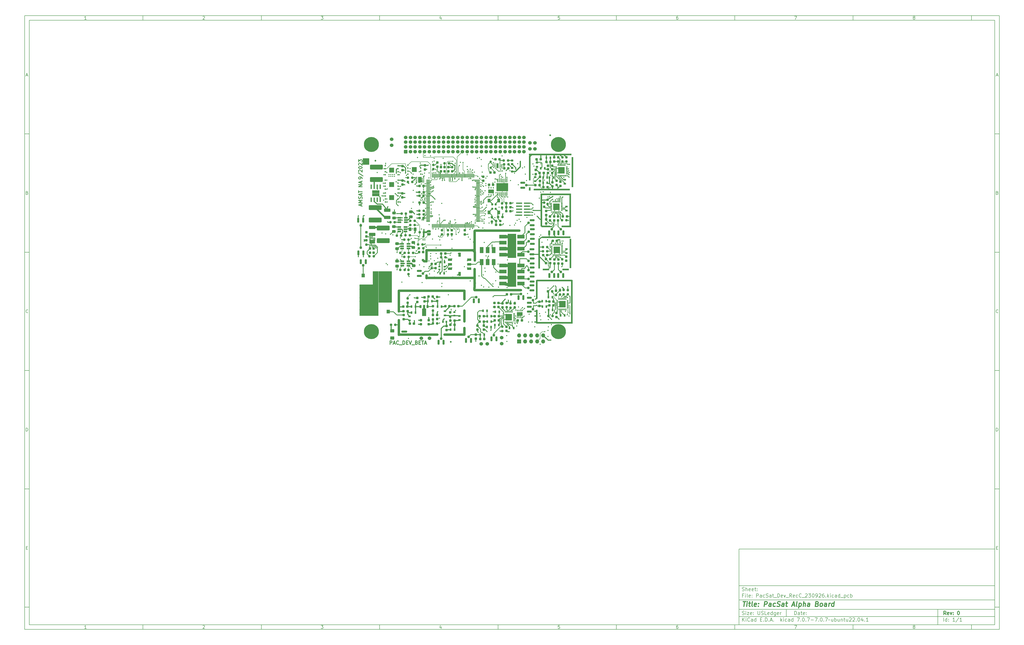
<source format=gbr>
%TF.GenerationSoftware,KiCad,Pcbnew,7.0.7-7.0.7~ubuntu22.04.1*%
%TF.CreationDate,2023-10-03T20:17:36-05:00*%
%TF.ProjectId,PacSat_Dev_RecC_230926,50616353-6174-45f4-9465-765f52656343,0*%
%TF.SameCoordinates,Original*%
%TF.FileFunction,Copper,L1,Top*%
%TF.FilePolarity,Positive*%
%FSLAX46Y46*%
G04 Gerber Fmt 4.6, Leading zero omitted, Abs format (unit mm)*
G04 Created by KiCad (PCBNEW 7.0.7-7.0.7~ubuntu22.04.1) date 2023-10-03 20:17:36*
%MOMM*%
%LPD*%
G01*
G04 APERTURE LIST*
G04 Aperture macros list*
%AMRoundRect*
0 Rectangle with rounded corners*
0 $1 Rounding radius*
0 $2 $3 $4 $5 $6 $7 $8 $9 X,Y pos of 4 corners*
0 Add a 4 corners polygon primitive as box body*
4,1,4,$2,$3,$4,$5,$6,$7,$8,$9,$2,$3,0*
0 Add four circle primitives for the rounded corners*
1,1,$1+$1,$2,$3*
1,1,$1+$1,$4,$5*
1,1,$1+$1,$6,$7*
1,1,$1+$1,$8,$9*
0 Add four rect primitives between the rounded corners*
20,1,$1+$1,$2,$3,$4,$5,0*
20,1,$1+$1,$4,$5,$6,$7,0*
20,1,$1+$1,$6,$7,$8,$9,0*
20,1,$1+$1,$8,$9,$2,$3,0*%
%AMFreePoly0*
4,1,9,3.862500,-0.866500,0.737500,-0.866500,0.737500,-0.450000,-0.737500,-0.450000,-0.737500,0.450000,0.737500,0.450000,0.737500,0.866500,3.862500,0.866500,3.862500,-0.866500,3.862500,-0.866500,$1*%
%AMFreePoly1*
4,1,19,0.500000,-0.750000,0.000000,-0.750000,0.000000,-0.744911,-0.071157,-0.744911,-0.207708,-0.704816,-0.327430,-0.627875,-0.420627,-0.520320,-0.479746,-0.390866,-0.500000,-0.250000,-0.500000,0.250000,-0.479746,0.390866,-0.420627,0.520320,-0.327430,0.627875,-0.207708,0.704816,-0.071157,0.744911,0.000000,0.744911,0.000000,0.750000,0.500000,0.750000,0.500000,-0.750000,0.500000,-0.750000,
$1*%
%AMFreePoly2*
4,1,19,0.000000,0.744911,0.071157,0.744911,0.207708,0.704816,0.327430,0.627875,0.420627,0.520320,0.479746,0.390866,0.500000,0.250000,0.500000,-0.250000,0.479746,-0.390866,0.420627,-0.520320,0.327430,-0.627875,0.207708,-0.704816,0.071157,-0.744911,0.000000,-0.744911,0.000000,-0.750000,-0.500000,-0.750000,-0.500000,0.750000,0.000000,0.750000,0.000000,0.744911,0.000000,0.744911,
$1*%
G04 Aperture macros list end*
%ADD10C,0.100000*%
%ADD11C,0.150000*%
%ADD12C,0.300000*%
%ADD13C,0.400000*%
%TA.AperFunction,NonConductor*%
%ADD14C,0.200000*%
%TD*%
%TA.AperFunction,NonConductor*%
%ADD15C,0.300000*%
%TD*%
%TA.AperFunction,SMDPad,CuDef*%
%ADD16RoundRect,0.200000X0.200000X0.250000X-0.200000X0.250000X-0.200000X-0.250000X0.200000X-0.250000X0*%
%TD*%
%TA.AperFunction,SMDPad,CuDef*%
%ADD17RoundRect,0.237500X0.237500X-0.300000X0.237500X0.300000X-0.237500X0.300000X-0.237500X-0.300000X0*%
%TD*%
%TA.AperFunction,SMDPad,CuDef*%
%ADD18RoundRect,0.237500X0.300000X0.237500X-0.300000X0.237500X-0.300000X-0.237500X0.300000X-0.237500X0*%
%TD*%
%TA.AperFunction,SMDPad,CuDef*%
%ADD19RoundRect,0.237500X-0.237500X0.300000X-0.237500X-0.300000X0.237500X-0.300000X0.237500X0.300000X0*%
%TD*%
%TA.AperFunction,SMDPad,CuDef*%
%ADD20RoundRect,0.237500X0.237500X-0.287500X0.237500X0.287500X-0.237500X0.287500X-0.237500X-0.287500X0*%
%TD*%
%TA.AperFunction,SMDPad,CuDef*%
%ADD21R,0.300000X1.600000*%
%TD*%
%TA.AperFunction,SMDPad,CuDef*%
%ADD22R,1.600000X0.300000*%
%TD*%
%TA.AperFunction,SMDPad,CuDef*%
%ADD23RoundRect,0.250000X-0.475000X0.337500X-0.475000X-0.337500X0.475000X-0.337500X0.475000X0.337500X0*%
%TD*%
%TA.AperFunction,SMDPad,CuDef*%
%ADD24RoundRect,0.237500X0.237500X-0.250000X0.237500X0.250000X-0.237500X0.250000X-0.237500X-0.250000X0*%
%TD*%
%TA.AperFunction,SMDPad,CuDef*%
%ADD25RoundRect,0.237500X-0.300000X-0.237500X0.300000X-0.237500X0.300000X0.237500X-0.300000X0.237500X0*%
%TD*%
%TA.AperFunction,SMDPad,CuDef*%
%ADD26R,0.660400X1.016000*%
%TD*%
%TA.AperFunction,SMDPad,CuDef*%
%ADD27R,0.762000X10.414000*%
%TD*%
%TA.AperFunction,SMDPad,CuDef*%
%ADD28R,18.064480X0.762000*%
%TD*%
%TA.AperFunction,SMDPad,CuDef*%
%ADD29R,0.762000X1.369060*%
%TD*%
%TA.AperFunction,SMDPad,CuDef*%
%ADD30R,0.762000X12.700000*%
%TD*%
%TA.AperFunction,SMDPad,CuDef*%
%ADD31R,15.240000X0.762000*%
%TD*%
%TA.AperFunction,ComponentPad*%
%ADD32C,1.524000*%
%TD*%
%TA.AperFunction,SMDPad,CuDef*%
%ADD33RoundRect,0.237500X0.250000X0.237500X-0.250000X0.237500X-0.250000X-0.237500X0.250000X-0.237500X0*%
%TD*%
%TA.AperFunction,SMDPad,CuDef*%
%ADD34RoundRect,0.237500X-0.250000X-0.237500X0.250000X-0.237500X0.250000X0.237500X-0.250000X0.237500X0*%
%TD*%
%TA.AperFunction,SMDPad,CuDef*%
%ADD35RoundRect,0.249999X-2.450001X0.737501X-2.450001X-0.737501X2.450001X-0.737501X2.450001X0.737501X0*%
%TD*%
%TA.AperFunction,SMDPad,CuDef*%
%ADD36R,0.900000X1.300000*%
%TD*%
%TA.AperFunction,SMDPad,CuDef*%
%ADD37FreePoly0,270.000000*%
%TD*%
%TA.AperFunction,SMDPad,CuDef*%
%ADD38C,0.750000*%
%TD*%
%TA.AperFunction,SMDPad,CuDef*%
%ADD39R,2.000000X2.000000*%
%TD*%
%TA.AperFunction,SMDPad,CuDef*%
%ADD40R,0.600000X0.500000*%
%TD*%
%TA.AperFunction,SMDPad,CuDef*%
%ADD41RoundRect,0.254000X-0.254000X0.254000X-0.254000X-0.254000X0.254000X-0.254000X0.254000X0.254000X0*%
%TD*%
%TA.AperFunction,SMDPad,CuDef*%
%ADD42RoundRect,0.200000X-0.200000X0.800000X-0.200000X-0.800000X0.200000X-0.800000X0.200000X0.800000X0*%
%TD*%
%TA.AperFunction,SMDPad,CuDef*%
%ADD43RoundRect,0.250001X-0.624999X0.462499X-0.624999X-0.462499X0.624999X-0.462499X0.624999X0.462499X0*%
%TD*%
%TA.AperFunction,SMDPad,CuDef*%
%ADD44R,2.390000X1.600000*%
%TD*%
%TA.AperFunction,SMDPad,CuDef*%
%ADD45R,0.460000X0.710000*%
%TD*%
%TA.AperFunction,SMDPad,CuDef*%
%ADD46RoundRect,0.062500X-0.300000X-0.062500X0.300000X-0.062500X0.300000X0.062500X-0.300000X0.062500X0*%
%TD*%
%TA.AperFunction,SMDPad,CuDef*%
%ADD47R,0.900000X2.000000*%
%TD*%
%TA.AperFunction,ComponentPad*%
%ADD48C,6.350000*%
%TD*%
%TA.AperFunction,ComponentPad*%
%ADD49RoundRect,0.290840X-0.471160X-0.471160X0.471160X-0.471160X0.471160X0.471160X-0.471160X0.471160X0*%
%TD*%
%TA.AperFunction,SMDPad,CuDef*%
%ADD50R,2.350000X1.580000*%
%TD*%
%TA.AperFunction,SMDPad,CuDef*%
%ADD51R,0.300000X0.700000*%
%TD*%
%TA.AperFunction,SMDPad,CuDef*%
%ADD52R,0.900000X0.700000*%
%TD*%
%TA.AperFunction,SMDPad,CuDef*%
%ADD53R,1.016000X0.660400*%
%TD*%
%TA.AperFunction,SMDPad,CuDef*%
%ADD54RoundRect,0.237500X-0.237500X0.250000X-0.237500X-0.250000X0.237500X-0.250000X0.237500X0.250000X0*%
%TD*%
%TA.AperFunction,SMDPad,CuDef*%
%ADD55R,1.397000X1.524000*%
%TD*%
%TA.AperFunction,ComponentPad*%
%ADD56C,1.016000*%
%TD*%
%TA.AperFunction,SMDPad,CuDef*%
%ADD57R,5.664200X13.208000*%
%TD*%
%TA.AperFunction,SMDPad,CuDef*%
%ADD58R,2.387600X18.796000*%
%TD*%
%TA.AperFunction,SMDPad,CuDef*%
%ADD59R,1.560000X0.650000*%
%TD*%
%TA.AperFunction,SMDPad,CuDef*%
%ADD60RoundRect,0.250000X0.475000X-0.337500X0.475000X0.337500X-0.475000X0.337500X-0.475000X-0.337500X0*%
%TD*%
%TA.AperFunction,SMDPad,CuDef*%
%ADD61R,1.650000X2.540000*%
%TD*%
%TA.AperFunction,SMDPad,CuDef*%
%ADD62RoundRect,0.250001X1.074999X-0.462499X1.074999X0.462499X-1.074999X0.462499X-1.074999X-0.462499X0*%
%TD*%
%TA.AperFunction,SMDPad,CuDef*%
%ADD63R,3.810000X0.762000*%
%TD*%
%TA.AperFunction,SMDPad,CuDef*%
%ADD64R,0.762000X13.970000*%
%TD*%
%TA.AperFunction,SMDPad,CuDef*%
%ADD65R,12.954000X0.762000*%
%TD*%
%TA.AperFunction,SMDPad,CuDef*%
%ADD66R,0.939800X0.508000*%
%TD*%
%TA.AperFunction,SMDPad,CuDef*%
%ADD67R,0.939800X0.787400*%
%TD*%
%TA.AperFunction,SMDPad,CuDef*%
%ADD68RoundRect,0.218750X-0.256250X0.218750X-0.256250X-0.218750X0.256250X-0.218750X0.256250X0.218750X0*%
%TD*%
%TA.AperFunction,SMDPad,CuDef*%
%ADD69RoundRect,0.250000X0.337500X0.475000X-0.337500X0.475000X-0.337500X-0.475000X0.337500X-0.475000X0*%
%TD*%
%TA.AperFunction,SMDPad,CuDef*%
%ADD70R,2.794000X2.794000*%
%TD*%
%TA.AperFunction,SMDPad,CuDef*%
%ADD71R,0.650000X0.350000*%
%TD*%
%TA.AperFunction,SMDPad,CuDef*%
%ADD72R,0.350000X0.650000*%
%TD*%
%TA.AperFunction,SMDPad,CuDef*%
%ADD73FreePoly1,270.000000*%
%TD*%
%TA.AperFunction,SMDPad,CuDef*%
%ADD74FreePoly2,270.000000*%
%TD*%
%TA.AperFunction,SMDPad,CuDef*%
%ADD75R,0.350000X0.700000*%
%TD*%
%TA.AperFunction,SMDPad,CuDef*%
%ADD76RoundRect,0.100000X0.100000X-0.687500X0.100000X0.687500X-0.100000X0.687500X-0.100000X-0.687500X0*%
%TD*%
%TA.AperFunction,SMDPad,CuDef*%
%ADD77R,5.000000X3.400000*%
%TD*%
%TA.AperFunction,ComponentPad*%
%ADD78O,2.540000X0.889000*%
%TD*%
%TA.AperFunction,SMDPad,CuDef*%
%ADD79R,14.935200X0.762000*%
%TD*%
%TA.AperFunction,SMDPad,CuDef*%
%ADD80R,0.762000X5.740400*%
%TD*%
%TA.AperFunction,SMDPad,CuDef*%
%ADD81R,0.762000X7.874000*%
%TD*%
%TA.AperFunction,SMDPad,CuDef*%
%ADD82R,0.762000X18.542000*%
%TD*%
%TA.AperFunction,SMDPad,CuDef*%
%ADD83RoundRect,0.249999X2.450001X-0.737501X2.450001X0.737501X-2.450001X0.737501X-2.450001X-0.737501X0*%
%TD*%
%TA.AperFunction,ComponentPad*%
%ADD84C,1.000000*%
%TD*%
%TA.AperFunction,SMDPad,CuDef*%
%ADD85R,0.650000X0.400000*%
%TD*%
%TA.AperFunction,SMDPad,CuDef*%
%ADD86R,2.540000X0.508000*%
%TD*%
%TA.AperFunction,SMDPad,CuDef*%
%ADD87R,0.700000X0.900000*%
%TD*%
%TA.AperFunction,SMDPad,CuDef*%
%ADD88R,1.580000X2.350000*%
%TD*%
%TA.AperFunction,SMDPad,CuDef*%
%ADD89R,0.700000X0.350000*%
%TD*%
%TA.AperFunction,SMDPad,CuDef*%
%ADD90R,3.048000X1.524000*%
%TD*%
%TA.AperFunction,SMDPad,CuDef*%
%ADD91R,3.556000X10.160000*%
%TD*%
%TA.AperFunction,SMDPad,CuDef*%
%ADD92RoundRect,0.250001X-1.074999X0.462499X-1.074999X-0.462499X1.074999X-0.462499X1.074999X0.462499X0*%
%TD*%
%TA.AperFunction,SMDPad,CuDef*%
%ADD93R,2.794000X0.762000*%
%TD*%
%TA.AperFunction,SMDPad,CuDef*%
%ADD94R,12.090400X0.762000*%
%TD*%
%TA.AperFunction,SMDPad,CuDef*%
%ADD95R,0.762000X12.446000*%
%TD*%
%TA.AperFunction,SMDPad,CuDef*%
%ADD96RoundRect,0.254000X0.254000X-0.254000X0.254000X0.254000X-0.254000X0.254000X-0.254000X-0.254000X0*%
%TD*%
%TA.AperFunction,SMDPad,CuDef*%
%ADD97RoundRect,0.200000X0.200000X-0.800000X0.200000X0.800000X-0.200000X0.800000X-0.200000X-0.800000X0*%
%TD*%
%TA.AperFunction,SMDPad,CuDef*%
%ADD98R,1.778000X1.016000*%
%TD*%
%TA.AperFunction,SMDPad,CuDef*%
%ADD99R,1.016000X1.778000*%
%TD*%
%TA.AperFunction,SMDPad,CuDef*%
%ADD100R,1.300000X1.600000*%
%TD*%
%TA.AperFunction,SMDPad,CuDef*%
%ADD101R,0.610000X1.910000*%
%TD*%
%TA.AperFunction,SMDPad,CuDef*%
%ADD102R,1.550000X1.205000*%
%TD*%
%TA.AperFunction,ComponentPad*%
%ADD103R,1.700000X1.700000*%
%TD*%
%TA.AperFunction,ComponentPad*%
%ADD104O,1.700000X1.700000*%
%TD*%
%TA.AperFunction,ComponentPad*%
%ADD105RoundRect,0.254000X0.254000X-0.254000X0.254000X0.254000X-0.254000X0.254000X-0.254000X-0.254000X0*%
%TD*%
%TA.AperFunction,ComponentPad*%
%ADD106RoundRect,0.200000X0.200000X-0.800000X0.200000X0.800000X-0.200000X0.800000X-0.200000X-0.800000X0*%
%TD*%
%TA.AperFunction,ComponentPad*%
%ADD107RoundRect,0.254000X0.254000X0.254000X-0.254000X0.254000X-0.254000X-0.254000X0.254000X-0.254000X0*%
%TD*%
%TA.AperFunction,ComponentPad*%
%ADD108RoundRect,0.200000X0.800000X0.200000X-0.800000X0.200000X-0.800000X-0.200000X0.800000X-0.200000X0*%
%TD*%
%TA.AperFunction,ComponentPad*%
%ADD109RoundRect,0.254000X-0.254000X0.254000X-0.254000X-0.254000X0.254000X-0.254000X0.254000X0.254000X0*%
%TD*%
%TA.AperFunction,ComponentPad*%
%ADD110RoundRect,0.200000X-0.200000X0.800000X-0.200000X-0.800000X0.200000X-0.800000X0.200000X0.800000X0*%
%TD*%
%TA.AperFunction,ComponentPad*%
%ADD111RoundRect,0.254000X-0.254000X-0.254000X0.254000X-0.254000X0.254000X0.254000X-0.254000X0.254000X0*%
%TD*%
%TA.AperFunction,ComponentPad*%
%ADD112RoundRect,0.200000X-0.800000X-0.200000X0.800000X-0.200000X0.800000X0.200000X-0.800000X0.200000X0*%
%TD*%
%TA.AperFunction,ViaPad*%
%ADD113C,0.508000*%
%TD*%
%TA.AperFunction,Conductor*%
%ADD114C,0.304800*%
%TD*%
%TA.AperFunction,Conductor*%
%ADD115C,0.330200*%
%TD*%
%TA.AperFunction,Conductor*%
%ADD116C,0.152400*%
%TD*%
%TA.AperFunction,Conductor*%
%ADD117C,0.254000*%
%TD*%
%TA.AperFunction,Conductor*%
%ADD118C,0.381000*%
%TD*%
%TA.AperFunction,Conductor*%
%ADD119C,1.016000*%
%TD*%
%TA.AperFunction,Conductor*%
%ADD120C,0.508000*%
%TD*%
%TA.AperFunction,Conductor*%
%ADD121C,0.203200*%
%TD*%
%TA.AperFunction,Conductor*%
%ADD122C,1.270000*%
%TD*%
%TA.AperFunction,Conductor*%
%ADD123C,0.127000*%
%TD*%
%TA.AperFunction,Conductor*%
%ADD124C,0.635000*%
%TD*%
%TA.AperFunction,Conductor*%
%ADD125C,0.762000*%
%TD*%
%TA.AperFunction,Conductor*%
%ADD126C,0.345440*%
%TD*%
G04 APERTURE END LIST*
D10*
D11*
X311800000Y-235400000D02*
X419800000Y-235400000D01*
X419800000Y-267400000D01*
X311800000Y-267400000D01*
X311800000Y-235400000D01*
D10*
D11*
X10000000Y-10000000D02*
X421800000Y-10000000D01*
X421800000Y-269400000D01*
X10000000Y-269400000D01*
X10000000Y-10000000D01*
D10*
D11*
X12000000Y-12000000D02*
X419800000Y-12000000D01*
X419800000Y-267400000D01*
X12000000Y-267400000D01*
X12000000Y-12000000D01*
D10*
D11*
X60000000Y-12000000D02*
X60000000Y-10000000D01*
D10*
D11*
X110000000Y-12000000D02*
X110000000Y-10000000D01*
D10*
D11*
X160000000Y-12000000D02*
X160000000Y-10000000D01*
D10*
D11*
X210000000Y-12000000D02*
X210000000Y-10000000D01*
D10*
D11*
X260000000Y-12000000D02*
X260000000Y-10000000D01*
D10*
D11*
X310000000Y-12000000D02*
X310000000Y-10000000D01*
D10*
D11*
X360000000Y-12000000D02*
X360000000Y-10000000D01*
D10*
D11*
X410000000Y-12000000D02*
X410000000Y-10000000D01*
D10*
D11*
X36089160Y-11593604D02*
X35346303Y-11593604D01*
X35717731Y-11593604D02*
X35717731Y-10293604D01*
X35717731Y-10293604D02*
X35593922Y-10479319D01*
X35593922Y-10479319D02*
X35470112Y-10603128D01*
X35470112Y-10603128D02*
X35346303Y-10665033D01*
D10*
D11*
X85346303Y-10417414D02*
X85408207Y-10355509D01*
X85408207Y-10355509D02*
X85532017Y-10293604D01*
X85532017Y-10293604D02*
X85841541Y-10293604D01*
X85841541Y-10293604D02*
X85965350Y-10355509D01*
X85965350Y-10355509D02*
X86027255Y-10417414D01*
X86027255Y-10417414D02*
X86089160Y-10541223D01*
X86089160Y-10541223D02*
X86089160Y-10665033D01*
X86089160Y-10665033D02*
X86027255Y-10850747D01*
X86027255Y-10850747D02*
X85284398Y-11593604D01*
X85284398Y-11593604D02*
X86089160Y-11593604D01*
D10*
D11*
X135284398Y-10293604D02*
X136089160Y-10293604D01*
X136089160Y-10293604D02*
X135655826Y-10788842D01*
X135655826Y-10788842D02*
X135841541Y-10788842D01*
X135841541Y-10788842D02*
X135965350Y-10850747D01*
X135965350Y-10850747D02*
X136027255Y-10912652D01*
X136027255Y-10912652D02*
X136089160Y-11036461D01*
X136089160Y-11036461D02*
X136089160Y-11345985D01*
X136089160Y-11345985D02*
X136027255Y-11469795D01*
X136027255Y-11469795D02*
X135965350Y-11531700D01*
X135965350Y-11531700D02*
X135841541Y-11593604D01*
X135841541Y-11593604D02*
X135470112Y-11593604D01*
X135470112Y-11593604D02*
X135346303Y-11531700D01*
X135346303Y-11531700D02*
X135284398Y-11469795D01*
D10*
D11*
X185965350Y-10726938D02*
X185965350Y-11593604D01*
X185655826Y-10231700D02*
X185346303Y-11160271D01*
X185346303Y-11160271D02*
X186151064Y-11160271D01*
D10*
D11*
X236027255Y-10293604D02*
X235408207Y-10293604D01*
X235408207Y-10293604D02*
X235346303Y-10912652D01*
X235346303Y-10912652D02*
X235408207Y-10850747D01*
X235408207Y-10850747D02*
X235532017Y-10788842D01*
X235532017Y-10788842D02*
X235841541Y-10788842D01*
X235841541Y-10788842D02*
X235965350Y-10850747D01*
X235965350Y-10850747D02*
X236027255Y-10912652D01*
X236027255Y-10912652D02*
X236089160Y-11036461D01*
X236089160Y-11036461D02*
X236089160Y-11345985D01*
X236089160Y-11345985D02*
X236027255Y-11469795D01*
X236027255Y-11469795D02*
X235965350Y-11531700D01*
X235965350Y-11531700D02*
X235841541Y-11593604D01*
X235841541Y-11593604D02*
X235532017Y-11593604D01*
X235532017Y-11593604D02*
X235408207Y-11531700D01*
X235408207Y-11531700D02*
X235346303Y-11469795D01*
D10*
D11*
X285965350Y-10293604D02*
X285717731Y-10293604D01*
X285717731Y-10293604D02*
X285593922Y-10355509D01*
X285593922Y-10355509D02*
X285532017Y-10417414D01*
X285532017Y-10417414D02*
X285408207Y-10603128D01*
X285408207Y-10603128D02*
X285346303Y-10850747D01*
X285346303Y-10850747D02*
X285346303Y-11345985D01*
X285346303Y-11345985D02*
X285408207Y-11469795D01*
X285408207Y-11469795D02*
X285470112Y-11531700D01*
X285470112Y-11531700D02*
X285593922Y-11593604D01*
X285593922Y-11593604D02*
X285841541Y-11593604D01*
X285841541Y-11593604D02*
X285965350Y-11531700D01*
X285965350Y-11531700D02*
X286027255Y-11469795D01*
X286027255Y-11469795D02*
X286089160Y-11345985D01*
X286089160Y-11345985D02*
X286089160Y-11036461D01*
X286089160Y-11036461D02*
X286027255Y-10912652D01*
X286027255Y-10912652D02*
X285965350Y-10850747D01*
X285965350Y-10850747D02*
X285841541Y-10788842D01*
X285841541Y-10788842D02*
X285593922Y-10788842D01*
X285593922Y-10788842D02*
X285470112Y-10850747D01*
X285470112Y-10850747D02*
X285408207Y-10912652D01*
X285408207Y-10912652D02*
X285346303Y-11036461D01*
D10*
D11*
X335284398Y-10293604D02*
X336151064Y-10293604D01*
X336151064Y-10293604D02*
X335593922Y-11593604D01*
D10*
D11*
X385593922Y-10850747D02*
X385470112Y-10788842D01*
X385470112Y-10788842D02*
X385408207Y-10726938D01*
X385408207Y-10726938D02*
X385346303Y-10603128D01*
X385346303Y-10603128D02*
X385346303Y-10541223D01*
X385346303Y-10541223D02*
X385408207Y-10417414D01*
X385408207Y-10417414D02*
X385470112Y-10355509D01*
X385470112Y-10355509D02*
X385593922Y-10293604D01*
X385593922Y-10293604D02*
X385841541Y-10293604D01*
X385841541Y-10293604D02*
X385965350Y-10355509D01*
X385965350Y-10355509D02*
X386027255Y-10417414D01*
X386027255Y-10417414D02*
X386089160Y-10541223D01*
X386089160Y-10541223D02*
X386089160Y-10603128D01*
X386089160Y-10603128D02*
X386027255Y-10726938D01*
X386027255Y-10726938D02*
X385965350Y-10788842D01*
X385965350Y-10788842D02*
X385841541Y-10850747D01*
X385841541Y-10850747D02*
X385593922Y-10850747D01*
X385593922Y-10850747D02*
X385470112Y-10912652D01*
X385470112Y-10912652D02*
X385408207Y-10974557D01*
X385408207Y-10974557D02*
X385346303Y-11098366D01*
X385346303Y-11098366D02*
X385346303Y-11345985D01*
X385346303Y-11345985D02*
X385408207Y-11469795D01*
X385408207Y-11469795D02*
X385470112Y-11531700D01*
X385470112Y-11531700D02*
X385593922Y-11593604D01*
X385593922Y-11593604D02*
X385841541Y-11593604D01*
X385841541Y-11593604D02*
X385965350Y-11531700D01*
X385965350Y-11531700D02*
X386027255Y-11469795D01*
X386027255Y-11469795D02*
X386089160Y-11345985D01*
X386089160Y-11345985D02*
X386089160Y-11098366D01*
X386089160Y-11098366D02*
X386027255Y-10974557D01*
X386027255Y-10974557D02*
X385965350Y-10912652D01*
X385965350Y-10912652D02*
X385841541Y-10850747D01*
D10*
D11*
X60000000Y-267400000D02*
X60000000Y-269400000D01*
D10*
D11*
X110000000Y-267400000D02*
X110000000Y-269400000D01*
D10*
D11*
X160000000Y-267400000D02*
X160000000Y-269400000D01*
D10*
D11*
X210000000Y-267400000D02*
X210000000Y-269400000D01*
D10*
D11*
X260000000Y-267400000D02*
X260000000Y-269400000D01*
D10*
D11*
X310000000Y-267400000D02*
X310000000Y-269400000D01*
D10*
D11*
X360000000Y-267400000D02*
X360000000Y-269400000D01*
D10*
D11*
X410000000Y-267400000D02*
X410000000Y-269400000D01*
D10*
D11*
X36089160Y-268993604D02*
X35346303Y-268993604D01*
X35717731Y-268993604D02*
X35717731Y-267693604D01*
X35717731Y-267693604D02*
X35593922Y-267879319D01*
X35593922Y-267879319D02*
X35470112Y-268003128D01*
X35470112Y-268003128D02*
X35346303Y-268065033D01*
D10*
D11*
X85346303Y-267817414D02*
X85408207Y-267755509D01*
X85408207Y-267755509D02*
X85532017Y-267693604D01*
X85532017Y-267693604D02*
X85841541Y-267693604D01*
X85841541Y-267693604D02*
X85965350Y-267755509D01*
X85965350Y-267755509D02*
X86027255Y-267817414D01*
X86027255Y-267817414D02*
X86089160Y-267941223D01*
X86089160Y-267941223D02*
X86089160Y-268065033D01*
X86089160Y-268065033D02*
X86027255Y-268250747D01*
X86027255Y-268250747D02*
X85284398Y-268993604D01*
X85284398Y-268993604D02*
X86089160Y-268993604D01*
D10*
D11*
X135284398Y-267693604D02*
X136089160Y-267693604D01*
X136089160Y-267693604D02*
X135655826Y-268188842D01*
X135655826Y-268188842D02*
X135841541Y-268188842D01*
X135841541Y-268188842D02*
X135965350Y-268250747D01*
X135965350Y-268250747D02*
X136027255Y-268312652D01*
X136027255Y-268312652D02*
X136089160Y-268436461D01*
X136089160Y-268436461D02*
X136089160Y-268745985D01*
X136089160Y-268745985D02*
X136027255Y-268869795D01*
X136027255Y-268869795D02*
X135965350Y-268931700D01*
X135965350Y-268931700D02*
X135841541Y-268993604D01*
X135841541Y-268993604D02*
X135470112Y-268993604D01*
X135470112Y-268993604D02*
X135346303Y-268931700D01*
X135346303Y-268931700D02*
X135284398Y-268869795D01*
D10*
D11*
X185965350Y-268126938D02*
X185965350Y-268993604D01*
X185655826Y-267631700D02*
X185346303Y-268560271D01*
X185346303Y-268560271D02*
X186151064Y-268560271D01*
D10*
D11*
X236027255Y-267693604D02*
X235408207Y-267693604D01*
X235408207Y-267693604D02*
X235346303Y-268312652D01*
X235346303Y-268312652D02*
X235408207Y-268250747D01*
X235408207Y-268250747D02*
X235532017Y-268188842D01*
X235532017Y-268188842D02*
X235841541Y-268188842D01*
X235841541Y-268188842D02*
X235965350Y-268250747D01*
X235965350Y-268250747D02*
X236027255Y-268312652D01*
X236027255Y-268312652D02*
X236089160Y-268436461D01*
X236089160Y-268436461D02*
X236089160Y-268745985D01*
X236089160Y-268745985D02*
X236027255Y-268869795D01*
X236027255Y-268869795D02*
X235965350Y-268931700D01*
X235965350Y-268931700D02*
X235841541Y-268993604D01*
X235841541Y-268993604D02*
X235532017Y-268993604D01*
X235532017Y-268993604D02*
X235408207Y-268931700D01*
X235408207Y-268931700D02*
X235346303Y-268869795D01*
D10*
D11*
X285965350Y-267693604D02*
X285717731Y-267693604D01*
X285717731Y-267693604D02*
X285593922Y-267755509D01*
X285593922Y-267755509D02*
X285532017Y-267817414D01*
X285532017Y-267817414D02*
X285408207Y-268003128D01*
X285408207Y-268003128D02*
X285346303Y-268250747D01*
X285346303Y-268250747D02*
X285346303Y-268745985D01*
X285346303Y-268745985D02*
X285408207Y-268869795D01*
X285408207Y-268869795D02*
X285470112Y-268931700D01*
X285470112Y-268931700D02*
X285593922Y-268993604D01*
X285593922Y-268993604D02*
X285841541Y-268993604D01*
X285841541Y-268993604D02*
X285965350Y-268931700D01*
X285965350Y-268931700D02*
X286027255Y-268869795D01*
X286027255Y-268869795D02*
X286089160Y-268745985D01*
X286089160Y-268745985D02*
X286089160Y-268436461D01*
X286089160Y-268436461D02*
X286027255Y-268312652D01*
X286027255Y-268312652D02*
X285965350Y-268250747D01*
X285965350Y-268250747D02*
X285841541Y-268188842D01*
X285841541Y-268188842D02*
X285593922Y-268188842D01*
X285593922Y-268188842D02*
X285470112Y-268250747D01*
X285470112Y-268250747D02*
X285408207Y-268312652D01*
X285408207Y-268312652D02*
X285346303Y-268436461D01*
D10*
D11*
X335284398Y-267693604D02*
X336151064Y-267693604D01*
X336151064Y-267693604D02*
X335593922Y-268993604D01*
D10*
D11*
X385593922Y-268250747D02*
X385470112Y-268188842D01*
X385470112Y-268188842D02*
X385408207Y-268126938D01*
X385408207Y-268126938D02*
X385346303Y-268003128D01*
X385346303Y-268003128D02*
X385346303Y-267941223D01*
X385346303Y-267941223D02*
X385408207Y-267817414D01*
X385408207Y-267817414D02*
X385470112Y-267755509D01*
X385470112Y-267755509D02*
X385593922Y-267693604D01*
X385593922Y-267693604D02*
X385841541Y-267693604D01*
X385841541Y-267693604D02*
X385965350Y-267755509D01*
X385965350Y-267755509D02*
X386027255Y-267817414D01*
X386027255Y-267817414D02*
X386089160Y-267941223D01*
X386089160Y-267941223D02*
X386089160Y-268003128D01*
X386089160Y-268003128D02*
X386027255Y-268126938D01*
X386027255Y-268126938D02*
X385965350Y-268188842D01*
X385965350Y-268188842D02*
X385841541Y-268250747D01*
X385841541Y-268250747D02*
X385593922Y-268250747D01*
X385593922Y-268250747D02*
X385470112Y-268312652D01*
X385470112Y-268312652D02*
X385408207Y-268374557D01*
X385408207Y-268374557D02*
X385346303Y-268498366D01*
X385346303Y-268498366D02*
X385346303Y-268745985D01*
X385346303Y-268745985D02*
X385408207Y-268869795D01*
X385408207Y-268869795D02*
X385470112Y-268931700D01*
X385470112Y-268931700D02*
X385593922Y-268993604D01*
X385593922Y-268993604D02*
X385841541Y-268993604D01*
X385841541Y-268993604D02*
X385965350Y-268931700D01*
X385965350Y-268931700D02*
X386027255Y-268869795D01*
X386027255Y-268869795D02*
X386089160Y-268745985D01*
X386089160Y-268745985D02*
X386089160Y-268498366D01*
X386089160Y-268498366D02*
X386027255Y-268374557D01*
X386027255Y-268374557D02*
X385965350Y-268312652D01*
X385965350Y-268312652D02*
X385841541Y-268250747D01*
D10*
D11*
X10000000Y-60000000D02*
X12000000Y-60000000D01*
D10*
D11*
X10000000Y-110000000D02*
X12000000Y-110000000D01*
D10*
D11*
X10000000Y-160000000D02*
X12000000Y-160000000D01*
D10*
D11*
X10000000Y-210000000D02*
X12000000Y-210000000D01*
D10*
D11*
X10000000Y-260000000D02*
X12000000Y-260000000D01*
D10*
D11*
X10690476Y-35222176D02*
X11309523Y-35222176D01*
X10566666Y-35593604D02*
X10999999Y-34293604D01*
X10999999Y-34293604D02*
X11433333Y-35593604D01*
D10*
D11*
X11092857Y-84912652D02*
X11278571Y-84974557D01*
X11278571Y-84974557D02*
X11340476Y-85036461D01*
X11340476Y-85036461D02*
X11402380Y-85160271D01*
X11402380Y-85160271D02*
X11402380Y-85345985D01*
X11402380Y-85345985D02*
X11340476Y-85469795D01*
X11340476Y-85469795D02*
X11278571Y-85531700D01*
X11278571Y-85531700D02*
X11154761Y-85593604D01*
X11154761Y-85593604D02*
X10659523Y-85593604D01*
X10659523Y-85593604D02*
X10659523Y-84293604D01*
X10659523Y-84293604D02*
X11092857Y-84293604D01*
X11092857Y-84293604D02*
X11216666Y-84355509D01*
X11216666Y-84355509D02*
X11278571Y-84417414D01*
X11278571Y-84417414D02*
X11340476Y-84541223D01*
X11340476Y-84541223D02*
X11340476Y-84665033D01*
X11340476Y-84665033D02*
X11278571Y-84788842D01*
X11278571Y-84788842D02*
X11216666Y-84850747D01*
X11216666Y-84850747D02*
X11092857Y-84912652D01*
X11092857Y-84912652D02*
X10659523Y-84912652D01*
D10*
D11*
X11402380Y-135469795D02*
X11340476Y-135531700D01*
X11340476Y-135531700D02*
X11154761Y-135593604D01*
X11154761Y-135593604D02*
X11030952Y-135593604D01*
X11030952Y-135593604D02*
X10845238Y-135531700D01*
X10845238Y-135531700D02*
X10721428Y-135407890D01*
X10721428Y-135407890D02*
X10659523Y-135284080D01*
X10659523Y-135284080D02*
X10597619Y-135036461D01*
X10597619Y-135036461D02*
X10597619Y-134850747D01*
X10597619Y-134850747D02*
X10659523Y-134603128D01*
X10659523Y-134603128D02*
X10721428Y-134479319D01*
X10721428Y-134479319D02*
X10845238Y-134355509D01*
X10845238Y-134355509D02*
X11030952Y-134293604D01*
X11030952Y-134293604D02*
X11154761Y-134293604D01*
X11154761Y-134293604D02*
X11340476Y-134355509D01*
X11340476Y-134355509D02*
X11402380Y-134417414D01*
D10*
D11*
X10659523Y-185593604D02*
X10659523Y-184293604D01*
X10659523Y-184293604D02*
X10969047Y-184293604D01*
X10969047Y-184293604D02*
X11154761Y-184355509D01*
X11154761Y-184355509D02*
X11278571Y-184479319D01*
X11278571Y-184479319D02*
X11340476Y-184603128D01*
X11340476Y-184603128D02*
X11402380Y-184850747D01*
X11402380Y-184850747D02*
X11402380Y-185036461D01*
X11402380Y-185036461D02*
X11340476Y-185284080D01*
X11340476Y-185284080D02*
X11278571Y-185407890D01*
X11278571Y-185407890D02*
X11154761Y-185531700D01*
X11154761Y-185531700D02*
X10969047Y-185593604D01*
X10969047Y-185593604D02*
X10659523Y-185593604D01*
D10*
D11*
X10721428Y-234912652D02*
X11154762Y-234912652D01*
X11340476Y-235593604D02*
X10721428Y-235593604D01*
X10721428Y-235593604D02*
X10721428Y-234293604D01*
X10721428Y-234293604D02*
X11340476Y-234293604D01*
D10*
D11*
X421800000Y-60000000D02*
X419800000Y-60000000D01*
D10*
D11*
X421800000Y-110000000D02*
X419800000Y-110000000D01*
D10*
D11*
X421800000Y-160000000D02*
X419800000Y-160000000D01*
D10*
D11*
X421800000Y-210000000D02*
X419800000Y-210000000D01*
D10*
D11*
X421800000Y-260000000D02*
X419800000Y-260000000D01*
D10*
D11*
X420490476Y-35222176D02*
X421109523Y-35222176D01*
X420366666Y-35593604D02*
X420799999Y-34293604D01*
X420799999Y-34293604D02*
X421233333Y-35593604D01*
D10*
D11*
X420892857Y-84912652D02*
X421078571Y-84974557D01*
X421078571Y-84974557D02*
X421140476Y-85036461D01*
X421140476Y-85036461D02*
X421202380Y-85160271D01*
X421202380Y-85160271D02*
X421202380Y-85345985D01*
X421202380Y-85345985D02*
X421140476Y-85469795D01*
X421140476Y-85469795D02*
X421078571Y-85531700D01*
X421078571Y-85531700D02*
X420954761Y-85593604D01*
X420954761Y-85593604D02*
X420459523Y-85593604D01*
X420459523Y-85593604D02*
X420459523Y-84293604D01*
X420459523Y-84293604D02*
X420892857Y-84293604D01*
X420892857Y-84293604D02*
X421016666Y-84355509D01*
X421016666Y-84355509D02*
X421078571Y-84417414D01*
X421078571Y-84417414D02*
X421140476Y-84541223D01*
X421140476Y-84541223D02*
X421140476Y-84665033D01*
X421140476Y-84665033D02*
X421078571Y-84788842D01*
X421078571Y-84788842D02*
X421016666Y-84850747D01*
X421016666Y-84850747D02*
X420892857Y-84912652D01*
X420892857Y-84912652D02*
X420459523Y-84912652D01*
D10*
D11*
X421202380Y-135469795D02*
X421140476Y-135531700D01*
X421140476Y-135531700D02*
X420954761Y-135593604D01*
X420954761Y-135593604D02*
X420830952Y-135593604D01*
X420830952Y-135593604D02*
X420645238Y-135531700D01*
X420645238Y-135531700D02*
X420521428Y-135407890D01*
X420521428Y-135407890D02*
X420459523Y-135284080D01*
X420459523Y-135284080D02*
X420397619Y-135036461D01*
X420397619Y-135036461D02*
X420397619Y-134850747D01*
X420397619Y-134850747D02*
X420459523Y-134603128D01*
X420459523Y-134603128D02*
X420521428Y-134479319D01*
X420521428Y-134479319D02*
X420645238Y-134355509D01*
X420645238Y-134355509D02*
X420830952Y-134293604D01*
X420830952Y-134293604D02*
X420954761Y-134293604D01*
X420954761Y-134293604D02*
X421140476Y-134355509D01*
X421140476Y-134355509D02*
X421202380Y-134417414D01*
D10*
D11*
X420459523Y-185593604D02*
X420459523Y-184293604D01*
X420459523Y-184293604D02*
X420769047Y-184293604D01*
X420769047Y-184293604D02*
X420954761Y-184355509D01*
X420954761Y-184355509D02*
X421078571Y-184479319D01*
X421078571Y-184479319D02*
X421140476Y-184603128D01*
X421140476Y-184603128D02*
X421202380Y-184850747D01*
X421202380Y-184850747D02*
X421202380Y-185036461D01*
X421202380Y-185036461D02*
X421140476Y-185284080D01*
X421140476Y-185284080D02*
X421078571Y-185407890D01*
X421078571Y-185407890D02*
X420954761Y-185531700D01*
X420954761Y-185531700D02*
X420769047Y-185593604D01*
X420769047Y-185593604D02*
X420459523Y-185593604D01*
D10*
D11*
X420521428Y-234912652D02*
X420954762Y-234912652D01*
X421140476Y-235593604D02*
X420521428Y-235593604D01*
X420521428Y-235593604D02*
X420521428Y-234293604D01*
X420521428Y-234293604D02*
X421140476Y-234293604D01*
D10*
D11*
X335255826Y-263186128D02*
X335255826Y-261686128D01*
X335255826Y-261686128D02*
X335612969Y-261686128D01*
X335612969Y-261686128D02*
X335827255Y-261757557D01*
X335827255Y-261757557D02*
X335970112Y-261900414D01*
X335970112Y-261900414D02*
X336041541Y-262043271D01*
X336041541Y-262043271D02*
X336112969Y-262328985D01*
X336112969Y-262328985D02*
X336112969Y-262543271D01*
X336112969Y-262543271D02*
X336041541Y-262828985D01*
X336041541Y-262828985D02*
X335970112Y-262971842D01*
X335970112Y-262971842D02*
X335827255Y-263114700D01*
X335827255Y-263114700D02*
X335612969Y-263186128D01*
X335612969Y-263186128D02*
X335255826Y-263186128D01*
X337398684Y-263186128D02*
X337398684Y-262400414D01*
X337398684Y-262400414D02*
X337327255Y-262257557D01*
X337327255Y-262257557D02*
X337184398Y-262186128D01*
X337184398Y-262186128D02*
X336898684Y-262186128D01*
X336898684Y-262186128D02*
X336755826Y-262257557D01*
X337398684Y-263114700D02*
X337255826Y-263186128D01*
X337255826Y-263186128D02*
X336898684Y-263186128D01*
X336898684Y-263186128D02*
X336755826Y-263114700D01*
X336755826Y-263114700D02*
X336684398Y-262971842D01*
X336684398Y-262971842D02*
X336684398Y-262828985D01*
X336684398Y-262828985D02*
X336755826Y-262686128D01*
X336755826Y-262686128D02*
X336898684Y-262614700D01*
X336898684Y-262614700D02*
X337255826Y-262614700D01*
X337255826Y-262614700D02*
X337398684Y-262543271D01*
X337898684Y-262186128D02*
X338470112Y-262186128D01*
X338112969Y-261686128D02*
X338112969Y-262971842D01*
X338112969Y-262971842D02*
X338184398Y-263114700D01*
X338184398Y-263114700D02*
X338327255Y-263186128D01*
X338327255Y-263186128D02*
X338470112Y-263186128D01*
X339541541Y-263114700D02*
X339398684Y-263186128D01*
X339398684Y-263186128D02*
X339112970Y-263186128D01*
X339112970Y-263186128D02*
X338970112Y-263114700D01*
X338970112Y-263114700D02*
X338898684Y-262971842D01*
X338898684Y-262971842D02*
X338898684Y-262400414D01*
X338898684Y-262400414D02*
X338970112Y-262257557D01*
X338970112Y-262257557D02*
X339112970Y-262186128D01*
X339112970Y-262186128D02*
X339398684Y-262186128D01*
X339398684Y-262186128D02*
X339541541Y-262257557D01*
X339541541Y-262257557D02*
X339612970Y-262400414D01*
X339612970Y-262400414D02*
X339612970Y-262543271D01*
X339612970Y-262543271D02*
X338898684Y-262686128D01*
X340255826Y-263043271D02*
X340327255Y-263114700D01*
X340327255Y-263114700D02*
X340255826Y-263186128D01*
X340255826Y-263186128D02*
X340184398Y-263114700D01*
X340184398Y-263114700D02*
X340255826Y-263043271D01*
X340255826Y-263043271D02*
X340255826Y-263186128D01*
X340255826Y-262257557D02*
X340327255Y-262328985D01*
X340327255Y-262328985D02*
X340255826Y-262400414D01*
X340255826Y-262400414D02*
X340184398Y-262328985D01*
X340184398Y-262328985D02*
X340255826Y-262257557D01*
X340255826Y-262257557D02*
X340255826Y-262400414D01*
D10*
D11*
X311800000Y-263900000D02*
X419800000Y-263900000D01*
D10*
D11*
X313255826Y-265986128D02*
X313255826Y-264486128D01*
X314112969Y-265986128D02*
X313470112Y-265128985D01*
X314112969Y-264486128D02*
X313255826Y-265343271D01*
X314755826Y-265986128D02*
X314755826Y-264986128D01*
X314755826Y-264486128D02*
X314684398Y-264557557D01*
X314684398Y-264557557D02*
X314755826Y-264628985D01*
X314755826Y-264628985D02*
X314827255Y-264557557D01*
X314827255Y-264557557D02*
X314755826Y-264486128D01*
X314755826Y-264486128D02*
X314755826Y-264628985D01*
X316327255Y-265843271D02*
X316255827Y-265914700D01*
X316255827Y-265914700D02*
X316041541Y-265986128D01*
X316041541Y-265986128D02*
X315898684Y-265986128D01*
X315898684Y-265986128D02*
X315684398Y-265914700D01*
X315684398Y-265914700D02*
X315541541Y-265771842D01*
X315541541Y-265771842D02*
X315470112Y-265628985D01*
X315470112Y-265628985D02*
X315398684Y-265343271D01*
X315398684Y-265343271D02*
X315398684Y-265128985D01*
X315398684Y-265128985D02*
X315470112Y-264843271D01*
X315470112Y-264843271D02*
X315541541Y-264700414D01*
X315541541Y-264700414D02*
X315684398Y-264557557D01*
X315684398Y-264557557D02*
X315898684Y-264486128D01*
X315898684Y-264486128D02*
X316041541Y-264486128D01*
X316041541Y-264486128D02*
X316255827Y-264557557D01*
X316255827Y-264557557D02*
X316327255Y-264628985D01*
X317612970Y-265986128D02*
X317612970Y-265200414D01*
X317612970Y-265200414D02*
X317541541Y-265057557D01*
X317541541Y-265057557D02*
X317398684Y-264986128D01*
X317398684Y-264986128D02*
X317112970Y-264986128D01*
X317112970Y-264986128D02*
X316970112Y-265057557D01*
X317612970Y-265914700D02*
X317470112Y-265986128D01*
X317470112Y-265986128D02*
X317112970Y-265986128D01*
X317112970Y-265986128D02*
X316970112Y-265914700D01*
X316970112Y-265914700D02*
X316898684Y-265771842D01*
X316898684Y-265771842D02*
X316898684Y-265628985D01*
X316898684Y-265628985D02*
X316970112Y-265486128D01*
X316970112Y-265486128D02*
X317112970Y-265414700D01*
X317112970Y-265414700D02*
X317470112Y-265414700D01*
X317470112Y-265414700D02*
X317612970Y-265343271D01*
X318970113Y-265986128D02*
X318970113Y-264486128D01*
X318970113Y-265914700D02*
X318827255Y-265986128D01*
X318827255Y-265986128D02*
X318541541Y-265986128D01*
X318541541Y-265986128D02*
X318398684Y-265914700D01*
X318398684Y-265914700D02*
X318327255Y-265843271D01*
X318327255Y-265843271D02*
X318255827Y-265700414D01*
X318255827Y-265700414D02*
X318255827Y-265271842D01*
X318255827Y-265271842D02*
X318327255Y-265128985D01*
X318327255Y-265128985D02*
X318398684Y-265057557D01*
X318398684Y-265057557D02*
X318541541Y-264986128D01*
X318541541Y-264986128D02*
X318827255Y-264986128D01*
X318827255Y-264986128D02*
X318970113Y-265057557D01*
X320827255Y-265200414D02*
X321327255Y-265200414D01*
X321541541Y-265986128D02*
X320827255Y-265986128D01*
X320827255Y-265986128D02*
X320827255Y-264486128D01*
X320827255Y-264486128D02*
X321541541Y-264486128D01*
X322184398Y-265843271D02*
X322255827Y-265914700D01*
X322255827Y-265914700D02*
X322184398Y-265986128D01*
X322184398Y-265986128D02*
X322112970Y-265914700D01*
X322112970Y-265914700D02*
X322184398Y-265843271D01*
X322184398Y-265843271D02*
X322184398Y-265986128D01*
X322898684Y-265986128D02*
X322898684Y-264486128D01*
X322898684Y-264486128D02*
X323255827Y-264486128D01*
X323255827Y-264486128D02*
X323470113Y-264557557D01*
X323470113Y-264557557D02*
X323612970Y-264700414D01*
X323612970Y-264700414D02*
X323684399Y-264843271D01*
X323684399Y-264843271D02*
X323755827Y-265128985D01*
X323755827Y-265128985D02*
X323755827Y-265343271D01*
X323755827Y-265343271D02*
X323684399Y-265628985D01*
X323684399Y-265628985D02*
X323612970Y-265771842D01*
X323612970Y-265771842D02*
X323470113Y-265914700D01*
X323470113Y-265914700D02*
X323255827Y-265986128D01*
X323255827Y-265986128D02*
X322898684Y-265986128D01*
X324398684Y-265843271D02*
X324470113Y-265914700D01*
X324470113Y-265914700D02*
X324398684Y-265986128D01*
X324398684Y-265986128D02*
X324327256Y-265914700D01*
X324327256Y-265914700D02*
X324398684Y-265843271D01*
X324398684Y-265843271D02*
X324398684Y-265986128D01*
X325041542Y-265557557D02*
X325755828Y-265557557D01*
X324898685Y-265986128D02*
X325398685Y-264486128D01*
X325398685Y-264486128D02*
X325898685Y-265986128D01*
X326398684Y-265843271D02*
X326470113Y-265914700D01*
X326470113Y-265914700D02*
X326398684Y-265986128D01*
X326398684Y-265986128D02*
X326327256Y-265914700D01*
X326327256Y-265914700D02*
X326398684Y-265843271D01*
X326398684Y-265843271D02*
X326398684Y-265986128D01*
X329398684Y-265986128D02*
X329398684Y-264486128D01*
X329541542Y-265414700D02*
X329970113Y-265986128D01*
X329970113Y-264986128D02*
X329398684Y-265557557D01*
X330612970Y-265986128D02*
X330612970Y-264986128D01*
X330612970Y-264486128D02*
X330541542Y-264557557D01*
X330541542Y-264557557D02*
X330612970Y-264628985D01*
X330612970Y-264628985D02*
X330684399Y-264557557D01*
X330684399Y-264557557D02*
X330612970Y-264486128D01*
X330612970Y-264486128D02*
X330612970Y-264628985D01*
X331970114Y-265914700D02*
X331827256Y-265986128D01*
X331827256Y-265986128D02*
X331541542Y-265986128D01*
X331541542Y-265986128D02*
X331398685Y-265914700D01*
X331398685Y-265914700D02*
X331327256Y-265843271D01*
X331327256Y-265843271D02*
X331255828Y-265700414D01*
X331255828Y-265700414D02*
X331255828Y-265271842D01*
X331255828Y-265271842D02*
X331327256Y-265128985D01*
X331327256Y-265128985D02*
X331398685Y-265057557D01*
X331398685Y-265057557D02*
X331541542Y-264986128D01*
X331541542Y-264986128D02*
X331827256Y-264986128D01*
X331827256Y-264986128D02*
X331970114Y-265057557D01*
X333255828Y-265986128D02*
X333255828Y-265200414D01*
X333255828Y-265200414D02*
X333184399Y-265057557D01*
X333184399Y-265057557D02*
X333041542Y-264986128D01*
X333041542Y-264986128D02*
X332755828Y-264986128D01*
X332755828Y-264986128D02*
X332612970Y-265057557D01*
X333255828Y-265914700D02*
X333112970Y-265986128D01*
X333112970Y-265986128D02*
X332755828Y-265986128D01*
X332755828Y-265986128D02*
X332612970Y-265914700D01*
X332612970Y-265914700D02*
X332541542Y-265771842D01*
X332541542Y-265771842D02*
X332541542Y-265628985D01*
X332541542Y-265628985D02*
X332612970Y-265486128D01*
X332612970Y-265486128D02*
X332755828Y-265414700D01*
X332755828Y-265414700D02*
X333112970Y-265414700D01*
X333112970Y-265414700D02*
X333255828Y-265343271D01*
X334612971Y-265986128D02*
X334612971Y-264486128D01*
X334612971Y-265914700D02*
X334470113Y-265986128D01*
X334470113Y-265986128D02*
X334184399Y-265986128D01*
X334184399Y-265986128D02*
X334041542Y-265914700D01*
X334041542Y-265914700D02*
X333970113Y-265843271D01*
X333970113Y-265843271D02*
X333898685Y-265700414D01*
X333898685Y-265700414D02*
X333898685Y-265271842D01*
X333898685Y-265271842D02*
X333970113Y-265128985D01*
X333970113Y-265128985D02*
X334041542Y-265057557D01*
X334041542Y-265057557D02*
X334184399Y-264986128D01*
X334184399Y-264986128D02*
X334470113Y-264986128D01*
X334470113Y-264986128D02*
X334612971Y-265057557D01*
X336327256Y-264486128D02*
X337327256Y-264486128D01*
X337327256Y-264486128D02*
X336684399Y-265986128D01*
X337898684Y-265843271D02*
X337970113Y-265914700D01*
X337970113Y-265914700D02*
X337898684Y-265986128D01*
X337898684Y-265986128D02*
X337827256Y-265914700D01*
X337827256Y-265914700D02*
X337898684Y-265843271D01*
X337898684Y-265843271D02*
X337898684Y-265986128D01*
X338898685Y-264486128D02*
X339041542Y-264486128D01*
X339041542Y-264486128D02*
X339184399Y-264557557D01*
X339184399Y-264557557D02*
X339255828Y-264628985D01*
X339255828Y-264628985D02*
X339327256Y-264771842D01*
X339327256Y-264771842D02*
X339398685Y-265057557D01*
X339398685Y-265057557D02*
X339398685Y-265414700D01*
X339398685Y-265414700D02*
X339327256Y-265700414D01*
X339327256Y-265700414D02*
X339255828Y-265843271D01*
X339255828Y-265843271D02*
X339184399Y-265914700D01*
X339184399Y-265914700D02*
X339041542Y-265986128D01*
X339041542Y-265986128D02*
X338898685Y-265986128D01*
X338898685Y-265986128D02*
X338755828Y-265914700D01*
X338755828Y-265914700D02*
X338684399Y-265843271D01*
X338684399Y-265843271D02*
X338612970Y-265700414D01*
X338612970Y-265700414D02*
X338541542Y-265414700D01*
X338541542Y-265414700D02*
X338541542Y-265057557D01*
X338541542Y-265057557D02*
X338612970Y-264771842D01*
X338612970Y-264771842D02*
X338684399Y-264628985D01*
X338684399Y-264628985D02*
X338755828Y-264557557D01*
X338755828Y-264557557D02*
X338898685Y-264486128D01*
X340041541Y-265843271D02*
X340112970Y-265914700D01*
X340112970Y-265914700D02*
X340041541Y-265986128D01*
X340041541Y-265986128D02*
X339970113Y-265914700D01*
X339970113Y-265914700D02*
X340041541Y-265843271D01*
X340041541Y-265843271D02*
X340041541Y-265986128D01*
X340612970Y-264486128D02*
X341612970Y-264486128D01*
X341612970Y-264486128D02*
X340970113Y-265986128D01*
X342184398Y-265414700D02*
X343327256Y-265414700D01*
X343898684Y-264486128D02*
X344898684Y-264486128D01*
X344898684Y-264486128D02*
X344255827Y-265986128D01*
X345470112Y-265843271D02*
X345541541Y-265914700D01*
X345541541Y-265914700D02*
X345470112Y-265986128D01*
X345470112Y-265986128D02*
X345398684Y-265914700D01*
X345398684Y-265914700D02*
X345470112Y-265843271D01*
X345470112Y-265843271D02*
X345470112Y-265986128D01*
X346470113Y-264486128D02*
X346612970Y-264486128D01*
X346612970Y-264486128D02*
X346755827Y-264557557D01*
X346755827Y-264557557D02*
X346827256Y-264628985D01*
X346827256Y-264628985D02*
X346898684Y-264771842D01*
X346898684Y-264771842D02*
X346970113Y-265057557D01*
X346970113Y-265057557D02*
X346970113Y-265414700D01*
X346970113Y-265414700D02*
X346898684Y-265700414D01*
X346898684Y-265700414D02*
X346827256Y-265843271D01*
X346827256Y-265843271D02*
X346755827Y-265914700D01*
X346755827Y-265914700D02*
X346612970Y-265986128D01*
X346612970Y-265986128D02*
X346470113Y-265986128D01*
X346470113Y-265986128D02*
X346327256Y-265914700D01*
X346327256Y-265914700D02*
X346255827Y-265843271D01*
X346255827Y-265843271D02*
X346184398Y-265700414D01*
X346184398Y-265700414D02*
X346112970Y-265414700D01*
X346112970Y-265414700D02*
X346112970Y-265057557D01*
X346112970Y-265057557D02*
X346184398Y-264771842D01*
X346184398Y-264771842D02*
X346255827Y-264628985D01*
X346255827Y-264628985D02*
X346327256Y-264557557D01*
X346327256Y-264557557D02*
X346470113Y-264486128D01*
X347612969Y-265843271D02*
X347684398Y-265914700D01*
X347684398Y-265914700D02*
X347612969Y-265986128D01*
X347612969Y-265986128D02*
X347541541Y-265914700D01*
X347541541Y-265914700D02*
X347612969Y-265843271D01*
X347612969Y-265843271D02*
X347612969Y-265986128D01*
X348184398Y-264486128D02*
X349184398Y-264486128D01*
X349184398Y-264486128D02*
X348541541Y-265986128D01*
X349541541Y-265414700D02*
X349612969Y-265343271D01*
X349612969Y-265343271D02*
X349755826Y-265271842D01*
X349755826Y-265271842D02*
X350041541Y-265414700D01*
X350041541Y-265414700D02*
X350184398Y-265343271D01*
X350184398Y-265343271D02*
X350255826Y-265271842D01*
X351470113Y-264986128D02*
X351470113Y-265986128D01*
X350827255Y-264986128D02*
X350827255Y-265771842D01*
X350827255Y-265771842D02*
X350898684Y-265914700D01*
X350898684Y-265914700D02*
X351041541Y-265986128D01*
X351041541Y-265986128D02*
X351255827Y-265986128D01*
X351255827Y-265986128D02*
X351398684Y-265914700D01*
X351398684Y-265914700D02*
X351470113Y-265843271D01*
X352184398Y-265986128D02*
X352184398Y-264486128D01*
X352184398Y-265057557D02*
X352327256Y-264986128D01*
X352327256Y-264986128D02*
X352612970Y-264986128D01*
X352612970Y-264986128D02*
X352755827Y-265057557D01*
X352755827Y-265057557D02*
X352827256Y-265128985D01*
X352827256Y-265128985D02*
X352898684Y-265271842D01*
X352898684Y-265271842D02*
X352898684Y-265700414D01*
X352898684Y-265700414D02*
X352827256Y-265843271D01*
X352827256Y-265843271D02*
X352755827Y-265914700D01*
X352755827Y-265914700D02*
X352612970Y-265986128D01*
X352612970Y-265986128D02*
X352327256Y-265986128D01*
X352327256Y-265986128D02*
X352184398Y-265914700D01*
X354184399Y-264986128D02*
X354184399Y-265986128D01*
X353541541Y-264986128D02*
X353541541Y-265771842D01*
X353541541Y-265771842D02*
X353612970Y-265914700D01*
X353612970Y-265914700D02*
X353755827Y-265986128D01*
X353755827Y-265986128D02*
X353970113Y-265986128D01*
X353970113Y-265986128D02*
X354112970Y-265914700D01*
X354112970Y-265914700D02*
X354184399Y-265843271D01*
X354898684Y-264986128D02*
X354898684Y-265986128D01*
X354898684Y-265128985D02*
X354970113Y-265057557D01*
X354970113Y-265057557D02*
X355112970Y-264986128D01*
X355112970Y-264986128D02*
X355327256Y-264986128D01*
X355327256Y-264986128D02*
X355470113Y-265057557D01*
X355470113Y-265057557D02*
X355541542Y-265200414D01*
X355541542Y-265200414D02*
X355541542Y-265986128D01*
X356041542Y-264986128D02*
X356612970Y-264986128D01*
X356255827Y-264486128D02*
X356255827Y-265771842D01*
X356255827Y-265771842D02*
X356327256Y-265914700D01*
X356327256Y-265914700D02*
X356470113Y-265986128D01*
X356470113Y-265986128D02*
X356612970Y-265986128D01*
X357755828Y-264986128D02*
X357755828Y-265986128D01*
X357112970Y-264986128D02*
X357112970Y-265771842D01*
X357112970Y-265771842D02*
X357184399Y-265914700D01*
X357184399Y-265914700D02*
X357327256Y-265986128D01*
X357327256Y-265986128D02*
X357541542Y-265986128D01*
X357541542Y-265986128D02*
X357684399Y-265914700D01*
X357684399Y-265914700D02*
X357755828Y-265843271D01*
X358398685Y-264628985D02*
X358470113Y-264557557D01*
X358470113Y-264557557D02*
X358612971Y-264486128D01*
X358612971Y-264486128D02*
X358970113Y-264486128D01*
X358970113Y-264486128D02*
X359112971Y-264557557D01*
X359112971Y-264557557D02*
X359184399Y-264628985D01*
X359184399Y-264628985D02*
X359255828Y-264771842D01*
X359255828Y-264771842D02*
X359255828Y-264914700D01*
X359255828Y-264914700D02*
X359184399Y-265128985D01*
X359184399Y-265128985D02*
X358327256Y-265986128D01*
X358327256Y-265986128D02*
X359255828Y-265986128D01*
X359827256Y-264628985D02*
X359898684Y-264557557D01*
X359898684Y-264557557D02*
X360041542Y-264486128D01*
X360041542Y-264486128D02*
X360398684Y-264486128D01*
X360398684Y-264486128D02*
X360541542Y-264557557D01*
X360541542Y-264557557D02*
X360612970Y-264628985D01*
X360612970Y-264628985D02*
X360684399Y-264771842D01*
X360684399Y-264771842D02*
X360684399Y-264914700D01*
X360684399Y-264914700D02*
X360612970Y-265128985D01*
X360612970Y-265128985D02*
X359755827Y-265986128D01*
X359755827Y-265986128D02*
X360684399Y-265986128D01*
X361327255Y-265843271D02*
X361398684Y-265914700D01*
X361398684Y-265914700D02*
X361327255Y-265986128D01*
X361327255Y-265986128D02*
X361255827Y-265914700D01*
X361255827Y-265914700D02*
X361327255Y-265843271D01*
X361327255Y-265843271D02*
X361327255Y-265986128D01*
X362327256Y-264486128D02*
X362470113Y-264486128D01*
X362470113Y-264486128D02*
X362612970Y-264557557D01*
X362612970Y-264557557D02*
X362684399Y-264628985D01*
X362684399Y-264628985D02*
X362755827Y-264771842D01*
X362755827Y-264771842D02*
X362827256Y-265057557D01*
X362827256Y-265057557D02*
X362827256Y-265414700D01*
X362827256Y-265414700D02*
X362755827Y-265700414D01*
X362755827Y-265700414D02*
X362684399Y-265843271D01*
X362684399Y-265843271D02*
X362612970Y-265914700D01*
X362612970Y-265914700D02*
X362470113Y-265986128D01*
X362470113Y-265986128D02*
X362327256Y-265986128D01*
X362327256Y-265986128D02*
X362184399Y-265914700D01*
X362184399Y-265914700D02*
X362112970Y-265843271D01*
X362112970Y-265843271D02*
X362041541Y-265700414D01*
X362041541Y-265700414D02*
X361970113Y-265414700D01*
X361970113Y-265414700D02*
X361970113Y-265057557D01*
X361970113Y-265057557D02*
X362041541Y-264771842D01*
X362041541Y-264771842D02*
X362112970Y-264628985D01*
X362112970Y-264628985D02*
X362184399Y-264557557D01*
X362184399Y-264557557D02*
X362327256Y-264486128D01*
X364112970Y-264986128D02*
X364112970Y-265986128D01*
X363755827Y-264414700D02*
X363398684Y-265486128D01*
X363398684Y-265486128D02*
X364327255Y-265486128D01*
X364898683Y-265843271D02*
X364970112Y-265914700D01*
X364970112Y-265914700D02*
X364898683Y-265986128D01*
X364898683Y-265986128D02*
X364827255Y-265914700D01*
X364827255Y-265914700D02*
X364898683Y-265843271D01*
X364898683Y-265843271D02*
X364898683Y-265986128D01*
X366398684Y-265986128D02*
X365541541Y-265986128D01*
X365970112Y-265986128D02*
X365970112Y-264486128D01*
X365970112Y-264486128D02*
X365827255Y-264700414D01*
X365827255Y-264700414D02*
X365684398Y-264843271D01*
X365684398Y-264843271D02*
X365541541Y-264914700D01*
D10*
D11*
X311800000Y-260900000D02*
X419800000Y-260900000D01*
D10*
D12*
X399211653Y-263178328D02*
X398711653Y-262464042D01*
X398354510Y-263178328D02*
X398354510Y-261678328D01*
X398354510Y-261678328D02*
X398925939Y-261678328D01*
X398925939Y-261678328D02*
X399068796Y-261749757D01*
X399068796Y-261749757D02*
X399140225Y-261821185D01*
X399140225Y-261821185D02*
X399211653Y-261964042D01*
X399211653Y-261964042D02*
X399211653Y-262178328D01*
X399211653Y-262178328D02*
X399140225Y-262321185D01*
X399140225Y-262321185D02*
X399068796Y-262392614D01*
X399068796Y-262392614D02*
X398925939Y-262464042D01*
X398925939Y-262464042D02*
X398354510Y-262464042D01*
X400425939Y-263106900D02*
X400283082Y-263178328D01*
X400283082Y-263178328D02*
X399997368Y-263178328D01*
X399997368Y-263178328D02*
X399854510Y-263106900D01*
X399854510Y-263106900D02*
X399783082Y-262964042D01*
X399783082Y-262964042D02*
X399783082Y-262392614D01*
X399783082Y-262392614D02*
X399854510Y-262249757D01*
X399854510Y-262249757D02*
X399997368Y-262178328D01*
X399997368Y-262178328D02*
X400283082Y-262178328D01*
X400283082Y-262178328D02*
X400425939Y-262249757D01*
X400425939Y-262249757D02*
X400497368Y-262392614D01*
X400497368Y-262392614D02*
X400497368Y-262535471D01*
X400497368Y-262535471D02*
X399783082Y-262678328D01*
X400997367Y-262178328D02*
X401354510Y-263178328D01*
X401354510Y-263178328D02*
X401711653Y-262178328D01*
X402283081Y-263035471D02*
X402354510Y-263106900D01*
X402354510Y-263106900D02*
X402283081Y-263178328D01*
X402283081Y-263178328D02*
X402211653Y-263106900D01*
X402211653Y-263106900D02*
X402283081Y-263035471D01*
X402283081Y-263035471D02*
X402283081Y-263178328D01*
X402283081Y-262249757D02*
X402354510Y-262321185D01*
X402354510Y-262321185D02*
X402283081Y-262392614D01*
X402283081Y-262392614D02*
X402211653Y-262321185D01*
X402211653Y-262321185D02*
X402283081Y-262249757D01*
X402283081Y-262249757D02*
X402283081Y-262392614D01*
X404425939Y-261678328D02*
X404568796Y-261678328D01*
X404568796Y-261678328D02*
X404711653Y-261749757D01*
X404711653Y-261749757D02*
X404783082Y-261821185D01*
X404783082Y-261821185D02*
X404854510Y-261964042D01*
X404854510Y-261964042D02*
X404925939Y-262249757D01*
X404925939Y-262249757D02*
X404925939Y-262606900D01*
X404925939Y-262606900D02*
X404854510Y-262892614D01*
X404854510Y-262892614D02*
X404783082Y-263035471D01*
X404783082Y-263035471D02*
X404711653Y-263106900D01*
X404711653Y-263106900D02*
X404568796Y-263178328D01*
X404568796Y-263178328D02*
X404425939Y-263178328D01*
X404425939Y-263178328D02*
X404283082Y-263106900D01*
X404283082Y-263106900D02*
X404211653Y-263035471D01*
X404211653Y-263035471D02*
X404140224Y-262892614D01*
X404140224Y-262892614D02*
X404068796Y-262606900D01*
X404068796Y-262606900D02*
X404068796Y-262249757D01*
X404068796Y-262249757D02*
X404140224Y-261964042D01*
X404140224Y-261964042D02*
X404211653Y-261821185D01*
X404211653Y-261821185D02*
X404283082Y-261749757D01*
X404283082Y-261749757D02*
X404425939Y-261678328D01*
D10*
D11*
X313184398Y-263114700D02*
X313398684Y-263186128D01*
X313398684Y-263186128D02*
X313755826Y-263186128D01*
X313755826Y-263186128D02*
X313898684Y-263114700D01*
X313898684Y-263114700D02*
X313970112Y-263043271D01*
X313970112Y-263043271D02*
X314041541Y-262900414D01*
X314041541Y-262900414D02*
X314041541Y-262757557D01*
X314041541Y-262757557D02*
X313970112Y-262614700D01*
X313970112Y-262614700D02*
X313898684Y-262543271D01*
X313898684Y-262543271D02*
X313755826Y-262471842D01*
X313755826Y-262471842D02*
X313470112Y-262400414D01*
X313470112Y-262400414D02*
X313327255Y-262328985D01*
X313327255Y-262328985D02*
X313255826Y-262257557D01*
X313255826Y-262257557D02*
X313184398Y-262114700D01*
X313184398Y-262114700D02*
X313184398Y-261971842D01*
X313184398Y-261971842D02*
X313255826Y-261828985D01*
X313255826Y-261828985D02*
X313327255Y-261757557D01*
X313327255Y-261757557D02*
X313470112Y-261686128D01*
X313470112Y-261686128D02*
X313827255Y-261686128D01*
X313827255Y-261686128D02*
X314041541Y-261757557D01*
X314684397Y-263186128D02*
X314684397Y-262186128D01*
X314684397Y-261686128D02*
X314612969Y-261757557D01*
X314612969Y-261757557D02*
X314684397Y-261828985D01*
X314684397Y-261828985D02*
X314755826Y-261757557D01*
X314755826Y-261757557D02*
X314684397Y-261686128D01*
X314684397Y-261686128D02*
X314684397Y-261828985D01*
X315255826Y-262186128D02*
X316041541Y-262186128D01*
X316041541Y-262186128D02*
X315255826Y-263186128D01*
X315255826Y-263186128D02*
X316041541Y-263186128D01*
X317184398Y-263114700D02*
X317041541Y-263186128D01*
X317041541Y-263186128D02*
X316755827Y-263186128D01*
X316755827Y-263186128D02*
X316612969Y-263114700D01*
X316612969Y-263114700D02*
X316541541Y-262971842D01*
X316541541Y-262971842D02*
X316541541Y-262400414D01*
X316541541Y-262400414D02*
X316612969Y-262257557D01*
X316612969Y-262257557D02*
X316755827Y-262186128D01*
X316755827Y-262186128D02*
X317041541Y-262186128D01*
X317041541Y-262186128D02*
X317184398Y-262257557D01*
X317184398Y-262257557D02*
X317255827Y-262400414D01*
X317255827Y-262400414D02*
X317255827Y-262543271D01*
X317255827Y-262543271D02*
X316541541Y-262686128D01*
X317898683Y-263043271D02*
X317970112Y-263114700D01*
X317970112Y-263114700D02*
X317898683Y-263186128D01*
X317898683Y-263186128D02*
X317827255Y-263114700D01*
X317827255Y-263114700D02*
X317898683Y-263043271D01*
X317898683Y-263043271D02*
X317898683Y-263186128D01*
X317898683Y-262257557D02*
X317970112Y-262328985D01*
X317970112Y-262328985D02*
X317898683Y-262400414D01*
X317898683Y-262400414D02*
X317827255Y-262328985D01*
X317827255Y-262328985D02*
X317898683Y-262257557D01*
X317898683Y-262257557D02*
X317898683Y-262400414D01*
X319755826Y-261686128D02*
X319755826Y-262900414D01*
X319755826Y-262900414D02*
X319827255Y-263043271D01*
X319827255Y-263043271D02*
X319898684Y-263114700D01*
X319898684Y-263114700D02*
X320041541Y-263186128D01*
X320041541Y-263186128D02*
X320327255Y-263186128D01*
X320327255Y-263186128D02*
X320470112Y-263114700D01*
X320470112Y-263114700D02*
X320541541Y-263043271D01*
X320541541Y-263043271D02*
X320612969Y-262900414D01*
X320612969Y-262900414D02*
X320612969Y-261686128D01*
X321255827Y-263114700D02*
X321470113Y-263186128D01*
X321470113Y-263186128D02*
X321827255Y-263186128D01*
X321827255Y-263186128D02*
X321970113Y-263114700D01*
X321970113Y-263114700D02*
X322041541Y-263043271D01*
X322041541Y-263043271D02*
X322112970Y-262900414D01*
X322112970Y-262900414D02*
X322112970Y-262757557D01*
X322112970Y-262757557D02*
X322041541Y-262614700D01*
X322041541Y-262614700D02*
X321970113Y-262543271D01*
X321970113Y-262543271D02*
X321827255Y-262471842D01*
X321827255Y-262471842D02*
X321541541Y-262400414D01*
X321541541Y-262400414D02*
X321398684Y-262328985D01*
X321398684Y-262328985D02*
X321327255Y-262257557D01*
X321327255Y-262257557D02*
X321255827Y-262114700D01*
X321255827Y-262114700D02*
X321255827Y-261971842D01*
X321255827Y-261971842D02*
X321327255Y-261828985D01*
X321327255Y-261828985D02*
X321398684Y-261757557D01*
X321398684Y-261757557D02*
X321541541Y-261686128D01*
X321541541Y-261686128D02*
X321898684Y-261686128D01*
X321898684Y-261686128D02*
X322112970Y-261757557D01*
X323470112Y-263186128D02*
X322755826Y-263186128D01*
X322755826Y-263186128D02*
X322755826Y-261686128D01*
X324541541Y-263114700D02*
X324398684Y-263186128D01*
X324398684Y-263186128D02*
X324112970Y-263186128D01*
X324112970Y-263186128D02*
X323970112Y-263114700D01*
X323970112Y-263114700D02*
X323898684Y-262971842D01*
X323898684Y-262971842D02*
X323898684Y-262400414D01*
X323898684Y-262400414D02*
X323970112Y-262257557D01*
X323970112Y-262257557D02*
X324112970Y-262186128D01*
X324112970Y-262186128D02*
X324398684Y-262186128D01*
X324398684Y-262186128D02*
X324541541Y-262257557D01*
X324541541Y-262257557D02*
X324612970Y-262400414D01*
X324612970Y-262400414D02*
X324612970Y-262543271D01*
X324612970Y-262543271D02*
X323898684Y-262686128D01*
X325898684Y-263186128D02*
X325898684Y-261686128D01*
X325898684Y-263114700D02*
X325755826Y-263186128D01*
X325755826Y-263186128D02*
X325470112Y-263186128D01*
X325470112Y-263186128D02*
X325327255Y-263114700D01*
X325327255Y-263114700D02*
X325255826Y-263043271D01*
X325255826Y-263043271D02*
X325184398Y-262900414D01*
X325184398Y-262900414D02*
X325184398Y-262471842D01*
X325184398Y-262471842D02*
X325255826Y-262328985D01*
X325255826Y-262328985D02*
X325327255Y-262257557D01*
X325327255Y-262257557D02*
X325470112Y-262186128D01*
X325470112Y-262186128D02*
X325755826Y-262186128D01*
X325755826Y-262186128D02*
X325898684Y-262257557D01*
X327255827Y-262186128D02*
X327255827Y-263400414D01*
X327255827Y-263400414D02*
X327184398Y-263543271D01*
X327184398Y-263543271D02*
X327112969Y-263614700D01*
X327112969Y-263614700D02*
X326970112Y-263686128D01*
X326970112Y-263686128D02*
X326755827Y-263686128D01*
X326755827Y-263686128D02*
X326612969Y-263614700D01*
X327255827Y-263114700D02*
X327112969Y-263186128D01*
X327112969Y-263186128D02*
X326827255Y-263186128D01*
X326827255Y-263186128D02*
X326684398Y-263114700D01*
X326684398Y-263114700D02*
X326612969Y-263043271D01*
X326612969Y-263043271D02*
X326541541Y-262900414D01*
X326541541Y-262900414D02*
X326541541Y-262471842D01*
X326541541Y-262471842D02*
X326612969Y-262328985D01*
X326612969Y-262328985D02*
X326684398Y-262257557D01*
X326684398Y-262257557D02*
X326827255Y-262186128D01*
X326827255Y-262186128D02*
X327112969Y-262186128D01*
X327112969Y-262186128D02*
X327255827Y-262257557D01*
X328541541Y-263114700D02*
X328398684Y-263186128D01*
X328398684Y-263186128D02*
X328112970Y-263186128D01*
X328112970Y-263186128D02*
X327970112Y-263114700D01*
X327970112Y-263114700D02*
X327898684Y-262971842D01*
X327898684Y-262971842D02*
X327898684Y-262400414D01*
X327898684Y-262400414D02*
X327970112Y-262257557D01*
X327970112Y-262257557D02*
X328112970Y-262186128D01*
X328112970Y-262186128D02*
X328398684Y-262186128D01*
X328398684Y-262186128D02*
X328541541Y-262257557D01*
X328541541Y-262257557D02*
X328612970Y-262400414D01*
X328612970Y-262400414D02*
X328612970Y-262543271D01*
X328612970Y-262543271D02*
X327898684Y-262686128D01*
X329255826Y-263186128D02*
X329255826Y-262186128D01*
X329255826Y-262471842D02*
X329327255Y-262328985D01*
X329327255Y-262328985D02*
X329398684Y-262257557D01*
X329398684Y-262257557D02*
X329541541Y-262186128D01*
X329541541Y-262186128D02*
X329684398Y-262186128D01*
D10*
D11*
X398255826Y-265986128D02*
X398255826Y-264486128D01*
X399612970Y-265986128D02*
X399612970Y-264486128D01*
X399612970Y-265914700D02*
X399470112Y-265986128D01*
X399470112Y-265986128D02*
X399184398Y-265986128D01*
X399184398Y-265986128D02*
X399041541Y-265914700D01*
X399041541Y-265914700D02*
X398970112Y-265843271D01*
X398970112Y-265843271D02*
X398898684Y-265700414D01*
X398898684Y-265700414D02*
X398898684Y-265271842D01*
X398898684Y-265271842D02*
X398970112Y-265128985D01*
X398970112Y-265128985D02*
X399041541Y-265057557D01*
X399041541Y-265057557D02*
X399184398Y-264986128D01*
X399184398Y-264986128D02*
X399470112Y-264986128D01*
X399470112Y-264986128D02*
X399612970Y-265057557D01*
X400327255Y-265843271D02*
X400398684Y-265914700D01*
X400398684Y-265914700D02*
X400327255Y-265986128D01*
X400327255Y-265986128D02*
X400255827Y-265914700D01*
X400255827Y-265914700D02*
X400327255Y-265843271D01*
X400327255Y-265843271D02*
X400327255Y-265986128D01*
X400327255Y-265057557D02*
X400398684Y-265128985D01*
X400398684Y-265128985D02*
X400327255Y-265200414D01*
X400327255Y-265200414D02*
X400255827Y-265128985D01*
X400255827Y-265128985D02*
X400327255Y-265057557D01*
X400327255Y-265057557D02*
X400327255Y-265200414D01*
X402970113Y-265986128D02*
X402112970Y-265986128D01*
X402541541Y-265986128D02*
X402541541Y-264486128D01*
X402541541Y-264486128D02*
X402398684Y-264700414D01*
X402398684Y-264700414D02*
X402255827Y-264843271D01*
X402255827Y-264843271D02*
X402112970Y-264914700D01*
X404684398Y-264414700D02*
X403398684Y-266343271D01*
X405970113Y-265986128D02*
X405112970Y-265986128D01*
X405541541Y-265986128D02*
X405541541Y-264486128D01*
X405541541Y-264486128D02*
X405398684Y-264700414D01*
X405398684Y-264700414D02*
X405255827Y-264843271D01*
X405255827Y-264843271D02*
X405112970Y-264914700D01*
D10*
D11*
X311800000Y-256900000D02*
X419800000Y-256900000D01*
D10*
D13*
X313491728Y-257604438D02*
X314634585Y-257604438D01*
X313813157Y-259604438D02*
X314063157Y-257604438D01*
X315051252Y-259604438D02*
X315217919Y-258271104D01*
X315301252Y-257604438D02*
X315194109Y-257699676D01*
X315194109Y-257699676D02*
X315277443Y-257794914D01*
X315277443Y-257794914D02*
X315384586Y-257699676D01*
X315384586Y-257699676D02*
X315301252Y-257604438D01*
X315301252Y-257604438D02*
X315277443Y-257794914D01*
X315884586Y-258271104D02*
X316646490Y-258271104D01*
X316253633Y-257604438D02*
X316039348Y-259318723D01*
X316039348Y-259318723D02*
X316110776Y-259509200D01*
X316110776Y-259509200D02*
X316289348Y-259604438D01*
X316289348Y-259604438D02*
X316479824Y-259604438D01*
X317432205Y-259604438D02*
X317253633Y-259509200D01*
X317253633Y-259509200D02*
X317182205Y-259318723D01*
X317182205Y-259318723D02*
X317396490Y-257604438D01*
X318967919Y-259509200D02*
X318765538Y-259604438D01*
X318765538Y-259604438D02*
X318384585Y-259604438D01*
X318384585Y-259604438D02*
X318206014Y-259509200D01*
X318206014Y-259509200D02*
X318134585Y-259318723D01*
X318134585Y-259318723D02*
X318229824Y-258556819D01*
X318229824Y-258556819D02*
X318348871Y-258366342D01*
X318348871Y-258366342D02*
X318551252Y-258271104D01*
X318551252Y-258271104D02*
X318932204Y-258271104D01*
X318932204Y-258271104D02*
X319110776Y-258366342D01*
X319110776Y-258366342D02*
X319182204Y-258556819D01*
X319182204Y-258556819D02*
X319158395Y-258747295D01*
X319158395Y-258747295D02*
X318182204Y-258937771D01*
X319932205Y-259413961D02*
X320015538Y-259509200D01*
X320015538Y-259509200D02*
X319908395Y-259604438D01*
X319908395Y-259604438D02*
X319825062Y-259509200D01*
X319825062Y-259509200D02*
X319932205Y-259413961D01*
X319932205Y-259413961D02*
X319908395Y-259604438D01*
X320063157Y-258366342D02*
X320146490Y-258461580D01*
X320146490Y-258461580D02*
X320039348Y-258556819D01*
X320039348Y-258556819D02*
X319956014Y-258461580D01*
X319956014Y-258461580D02*
X320063157Y-258366342D01*
X320063157Y-258366342D02*
X320039348Y-258556819D01*
X322384586Y-259604438D02*
X322634586Y-257604438D01*
X322634586Y-257604438D02*
X323396491Y-257604438D01*
X323396491Y-257604438D02*
X323575062Y-257699676D01*
X323575062Y-257699676D02*
X323658396Y-257794914D01*
X323658396Y-257794914D02*
X323729824Y-257985390D01*
X323729824Y-257985390D02*
X323694110Y-258271104D01*
X323694110Y-258271104D02*
X323575062Y-258461580D01*
X323575062Y-258461580D02*
X323467920Y-258556819D01*
X323467920Y-258556819D02*
X323265539Y-258652057D01*
X323265539Y-258652057D02*
X322503634Y-258652057D01*
X325241729Y-259604438D02*
X325372681Y-258556819D01*
X325372681Y-258556819D02*
X325301253Y-258366342D01*
X325301253Y-258366342D02*
X325122681Y-258271104D01*
X325122681Y-258271104D02*
X324741729Y-258271104D01*
X324741729Y-258271104D02*
X324539348Y-258366342D01*
X325253634Y-259509200D02*
X325051253Y-259604438D01*
X325051253Y-259604438D02*
X324575062Y-259604438D01*
X324575062Y-259604438D02*
X324396491Y-259509200D01*
X324396491Y-259509200D02*
X324325062Y-259318723D01*
X324325062Y-259318723D02*
X324348872Y-259128247D01*
X324348872Y-259128247D02*
X324467920Y-258937771D01*
X324467920Y-258937771D02*
X324670301Y-258842533D01*
X324670301Y-258842533D02*
X325146491Y-258842533D01*
X325146491Y-258842533D02*
X325348872Y-258747295D01*
X327063158Y-259509200D02*
X326860777Y-259604438D01*
X326860777Y-259604438D02*
X326479825Y-259604438D01*
X326479825Y-259604438D02*
X326301253Y-259509200D01*
X326301253Y-259509200D02*
X326217920Y-259413961D01*
X326217920Y-259413961D02*
X326146491Y-259223485D01*
X326146491Y-259223485D02*
X326217920Y-258652057D01*
X326217920Y-258652057D02*
X326336967Y-258461580D01*
X326336967Y-258461580D02*
X326444110Y-258366342D01*
X326444110Y-258366342D02*
X326646491Y-258271104D01*
X326646491Y-258271104D02*
X327027444Y-258271104D01*
X327027444Y-258271104D02*
X327206015Y-258366342D01*
X327825063Y-259509200D02*
X328098872Y-259604438D01*
X328098872Y-259604438D02*
X328575063Y-259604438D01*
X328575063Y-259604438D02*
X328777444Y-259509200D01*
X328777444Y-259509200D02*
X328884587Y-259413961D01*
X328884587Y-259413961D02*
X329003634Y-259223485D01*
X329003634Y-259223485D02*
X329027444Y-259033009D01*
X329027444Y-259033009D02*
X328956015Y-258842533D01*
X328956015Y-258842533D02*
X328872682Y-258747295D01*
X328872682Y-258747295D02*
X328694111Y-258652057D01*
X328694111Y-258652057D02*
X328325063Y-258556819D01*
X328325063Y-258556819D02*
X328146491Y-258461580D01*
X328146491Y-258461580D02*
X328063158Y-258366342D01*
X328063158Y-258366342D02*
X327991730Y-258175866D01*
X327991730Y-258175866D02*
X328015539Y-257985390D01*
X328015539Y-257985390D02*
X328134587Y-257794914D01*
X328134587Y-257794914D02*
X328241730Y-257699676D01*
X328241730Y-257699676D02*
X328444111Y-257604438D01*
X328444111Y-257604438D02*
X328920301Y-257604438D01*
X328920301Y-257604438D02*
X329194111Y-257699676D01*
X330670301Y-259604438D02*
X330801253Y-258556819D01*
X330801253Y-258556819D02*
X330729825Y-258366342D01*
X330729825Y-258366342D02*
X330551253Y-258271104D01*
X330551253Y-258271104D02*
X330170301Y-258271104D01*
X330170301Y-258271104D02*
X329967920Y-258366342D01*
X330682206Y-259509200D02*
X330479825Y-259604438D01*
X330479825Y-259604438D02*
X330003634Y-259604438D01*
X330003634Y-259604438D02*
X329825063Y-259509200D01*
X329825063Y-259509200D02*
X329753634Y-259318723D01*
X329753634Y-259318723D02*
X329777444Y-259128247D01*
X329777444Y-259128247D02*
X329896492Y-258937771D01*
X329896492Y-258937771D02*
X330098873Y-258842533D01*
X330098873Y-258842533D02*
X330575063Y-258842533D01*
X330575063Y-258842533D02*
X330777444Y-258747295D01*
X331503635Y-258271104D02*
X332265539Y-258271104D01*
X331872682Y-257604438D02*
X331658397Y-259318723D01*
X331658397Y-259318723D02*
X331729825Y-259509200D01*
X331729825Y-259509200D02*
X331908397Y-259604438D01*
X331908397Y-259604438D02*
X332098873Y-259604438D01*
X334265540Y-259033009D02*
X335217921Y-259033009D01*
X334003635Y-259604438D02*
X334920302Y-257604438D01*
X334920302Y-257604438D02*
X335336968Y-259604438D01*
X336289350Y-259604438D02*
X336110778Y-259509200D01*
X336110778Y-259509200D02*
X336039350Y-259318723D01*
X336039350Y-259318723D02*
X336253635Y-257604438D01*
X337217921Y-258271104D02*
X336967921Y-260271104D01*
X337206016Y-258366342D02*
X337408397Y-258271104D01*
X337408397Y-258271104D02*
X337789349Y-258271104D01*
X337789349Y-258271104D02*
X337967921Y-258366342D01*
X337967921Y-258366342D02*
X338051254Y-258461580D01*
X338051254Y-258461580D02*
X338122683Y-258652057D01*
X338122683Y-258652057D02*
X338051254Y-259223485D01*
X338051254Y-259223485D02*
X337932207Y-259413961D01*
X337932207Y-259413961D02*
X337825064Y-259509200D01*
X337825064Y-259509200D02*
X337622683Y-259604438D01*
X337622683Y-259604438D02*
X337241730Y-259604438D01*
X337241730Y-259604438D02*
X337063159Y-259509200D01*
X338860778Y-259604438D02*
X339110778Y-257604438D01*
X339717921Y-259604438D02*
X339848873Y-258556819D01*
X339848873Y-258556819D02*
X339777445Y-258366342D01*
X339777445Y-258366342D02*
X339598873Y-258271104D01*
X339598873Y-258271104D02*
X339313159Y-258271104D01*
X339313159Y-258271104D02*
X339110778Y-258366342D01*
X339110778Y-258366342D02*
X339003635Y-258461580D01*
X341527445Y-259604438D02*
X341658397Y-258556819D01*
X341658397Y-258556819D02*
X341586969Y-258366342D01*
X341586969Y-258366342D02*
X341408397Y-258271104D01*
X341408397Y-258271104D02*
X341027445Y-258271104D01*
X341027445Y-258271104D02*
X340825064Y-258366342D01*
X341539350Y-259509200D02*
X341336969Y-259604438D01*
X341336969Y-259604438D02*
X340860778Y-259604438D01*
X340860778Y-259604438D02*
X340682207Y-259509200D01*
X340682207Y-259509200D02*
X340610778Y-259318723D01*
X340610778Y-259318723D02*
X340634588Y-259128247D01*
X340634588Y-259128247D02*
X340753636Y-258937771D01*
X340753636Y-258937771D02*
X340956017Y-258842533D01*
X340956017Y-258842533D02*
X341432207Y-258842533D01*
X341432207Y-258842533D02*
X341634588Y-258747295D01*
X344801255Y-258556819D02*
X345075065Y-258652057D01*
X345075065Y-258652057D02*
X345158398Y-258747295D01*
X345158398Y-258747295D02*
X345229827Y-258937771D01*
X345229827Y-258937771D02*
X345194112Y-259223485D01*
X345194112Y-259223485D02*
X345075065Y-259413961D01*
X345075065Y-259413961D02*
X344967922Y-259509200D01*
X344967922Y-259509200D02*
X344765541Y-259604438D01*
X344765541Y-259604438D02*
X344003636Y-259604438D01*
X344003636Y-259604438D02*
X344253636Y-257604438D01*
X344253636Y-257604438D02*
X344920303Y-257604438D01*
X344920303Y-257604438D02*
X345098874Y-257699676D01*
X345098874Y-257699676D02*
X345182208Y-257794914D01*
X345182208Y-257794914D02*
X345253636Y-257985390D01*
X345253636Y-257985390D02*
X345229827Y-258175866D01*
X345229827Y-258175866D02*
X345110779Y-258366342D01*
X345110779Y-258366342D02*
X345003636Y-258461580D01*
X345003636Y-258461580D02*
X344801255Y-258556819D01*
X344801255Y-258556819D02*
X344134589Y-258556819D01*
X346289351Y-259604438D02*
X346110779Y-259509200D01*
X346110779Y-259509200D02*
X346027446Y-259413961D01*
X346027446Y-259413961D02*
X345956017Y-259223485D01*
X345956017Y-259223485D02*
X346027446Y-258652057D01*
X346027446Y-258652057D02*
X346146493Y-258461580D01*
X346146493Y-258461580D02*
X346253636Y-258366342D01*
X346253636Y-258366342D02*
X346456017Y-258271104D01*
X346456017Y-258271104D02*
X346741731Y-258271104D01*
X346741731Y-258271104D02*
X346920303Y-258366342D01*
X346920303Y-258366342D02*
X347003636Y-258461580D01*
X347003636Y-258461580D02*
X347075065Y-258652057D01*
X347075065Y-258652057D02*
X347003636Y-259223485D01*
X347003636Y-259223485D02*
X346884589Y-259413961D01*
X346884589Y-259413961D02*
X346777446Y-259509200D01*
X346777446Y-259509200D02*
X346575065Y-259604438D01*
X346575065Y-259604438D02*
X346289351Y-259604438D01*
X348670303Y-259604438D02*
X348801255Y-258556819D01*
X348801255Y-258556819D02*
X348729827Y-258366342D01*
X348729827Y-258366342D02*
X348551255Y-258271104D01*
X348551255Y-258271104D02*
X348170303Y-258271104D01*
X348170303Y-258271104D02*
X347967922Y-258366342D01*
X348682208Y-259509200D02*
X348479827Y-259604438D01*
X348479827Y-259604438D02*
X348003636Y-259604438D01*
X348003636Y-259604438D02*
X347825065Y-259509200D01*
X347825065Y-259509200D02*
X347753636Y-259318723D01*
X347753636Y-259318723D02*
X347777446Y-259128247D01*
X347777446Y-259128247D02*
X347896494Y-258937771D01*
X347896494Y-258937771D02*
X348098875Y-258842533D01*
X348098875Y-258842533D02*
X348575065Y-258842533D01*
X348575065Y-258842533D02*
X348777446Y-258747295D01*
X349622684Y-259604438D02*
X349789351Y-258271104D01*
X349741732Y-258652057D02*
X349860779Y-258461580D01*
X349860779Y-258461580D02*
X349967922Y-258366342D01*
X349967922Y-258366342D02*
X350170303Y-258271104D01*
X350170303Y-258271104D02*
X350360779Y-258271104D01*
X351717922Y-259604438D02*
X351967922Y-257604438D01*
X351729827Y-259509200D02*
X351527446Y-259604438D01*
X351527446Y-259604438D02*
X351146494Y-259604438D01*
X351146494Y-259604438D02*
X350967922Y-259509200D01*
X350967922Y-259509200D02*
X350884589Y-259413961D01*
X350884589Y-259413961D02*
X350813160Y-259223485D01*
X350813160Y-259223485D02*
X350884589Y-258652057D01*
X350884589Y-258652057D02*
X351003636Y-258461580D01*
X351003636Y-258461580D02*
X351110779Y-258366342D01*
X351110779Y-258366342D02*
X351313160Y-258271104D01*
X351313160Y-258271104D02*
X351694113Y-258271104D01*
X351694113Y-258271104D02*
X351872684Y-258366342D01*
D10*
D11*
X313755826Y-255000414D02*
X313255826Y-255000414D01*
X313255826Y-255786128D02*
X313255826Y-254286128D01*
X313255826Y-254286128D02*
X313970112Y-254286128D01*
X314541540Y-255786128D02*
X314541540Y-254786128D01*
X314541540Y-254286128D02*
X314470112Y-254357557D01*
X314470112Y-254357557D02*
X314541540Y-254428985D01*
X314541540Y-254428985D02*
X314612969Y-254357557D01*
X314612969Y-254357557D02*
X314541540Y-254286128D01*
X314541540Y-254286128D02*
X314541540Y-254428985D01*
X315470112Y-255786128D02*
X315327255Y-255714700D01*
X315327255Y-255714700D02*
X315255826Y-255571842D01*
X315255826Y-255571842D02*
X315255826Y-254286128D01*
X316612969Y-255714700D02*
X316470112Y-255786128D01*
X316470112Y-255786128D02*
X316184398Y-255786128D01*
X316184398Y-255786128D02*
X316041540Y-255714700D01*
X316041540Y-255714700D02*
X315970112Y-255571842D01*
X315970112Y-255571842D02*
X315970112Y-255000414D01*
X315970112Y-255000414D02*
X316041540Y-254857557D01*
X316041540Y-254857557D02*
X316184398Y-254786128D01*
X316184398Y-254786128D02*
X316470112Y-254786128D01*
X316470112Y-254786128D02*
X316612969Y-254857557D01*
X316612969Y-254857557D02*
X316684398Y-255000414D01*
X316684398Y-255000414D02*
X316684398Y-255143271D01*
X316684398Y-255143271D02*
X315970112Y-255286128D01*
X317327254Y-255643271D02*
X317398683Y-255714700D01*
X317398683Y-255714700D02*
X317327254Y-255786128D01*
X317327254Y-255786128D02*
X317255826Y-255714700D01*
X317255826Y-255714700D02*
X317327254Y-255643271D01*
X317327254Y-255643271D02*
X317327254Y-255786128D01*
X317327254Y-254857557D02*
X317398683Y-254928985D01*
X317398683Y-254928985D02*
X317327254Y-255000414D01*
X317327254Y-255000414D02*
X317255826Y-254928985D01*
X317255826Y-254928985D02*
X317327254Y-254857557D01*
X317327254Y-254857557D02*
X317327254Y-255000414D01*
X319184397Y-255786128D02*
X319184397Y-254286128D01*
X319184397Y-254286128D02*
X319755826Y-254286128D01*
X319755826Y-254286128D02*
X319898683Y-254357557D01*
X319898683Y-254357557D02*
X319970112Y-254428985D01*
X319970112Y-254428985D02*
X320041540Y-254571842D01*
X320041540Y-254571842D02*
X320041540Y-254786128D01*
X320041540Y-254786128D02*
X319970112Y-254928985D01*
X319970112Y-254928985D02*
X319898683Y-255000414D01*
X319898683Y-255000414D02*
X319755826Y-255071842D01*
X319755826Y-255071842D02*
X319184397Y-255071842D01*
X321327255Y-255786128D02*
X321327255Y-255000414D01*
X321327255Y-255000414D02*
X321255826Y-254857557D01*
X321255826Y-254857557D02*
X321112969Y-254786128D01*
X321112969Y-254786128D02*
X320827255Y-254786128D01*
X320827255Y-254786128D02*
X320684397Y-254857557D01*
X321327255Y-255714700D02*
X321184397Y-255786128D01*
X321184397Y-255786128D02*
X320827255Y-255786128D01*
X320827255Y-255786128D02*
X320684397Y-255714700D01*
X320684397Y-255714700D02*
X320612969Y-255571842D01*
X320612969Y-255571842D02*
X320612969Y-255428985D01*
X320612969Y-255428985D02*
X320684397Y-255286128D01*
X320684397Y-255286128D02*
X320827255Y-255214700D01*
X320827255Y-255214700D02*
X321184397Y-255214700D01*
X321184397Y-255214700D02*
X321327255Y-255143271D01*
X322684398Y-255714700D02*
X322541540Y-255786128D01*
X322541540Y-255786128D02*
X322255826Y-255786128D01*
X322255826Y-255786128D02*
X322112969Y-255714700D01*
X322112969Y-255714700D02*
X322041540Y-255643271D01*
X322041540Y-255643271D02*
X321970112Y-255500414D01*
X321970112Y-255500414D02*
X321970112Y-255071842D01*
X321970112Y-255071842D02*
X322041540Y-254928985D01*
X322041540Y-254928985D02*
X322112969Y-254857557D01*
X322112969Y-254857557D02*
X322255826Y-254786128D01*
X322255826Y-254786128D02*
X322541540Y-254786128D01*
X322541540Y-254786128D02*
X322684398Y-254857557D01*
X323255826Y-255714700D02*
X323470112Y-255786128D01*
X323470112Y-255786128D02*
X323827254Y-255786128D01*
X323827254Y-255786128D02*
X323970112Y-255714700D01*
X323970112Y-255714700D02*
X324041540Y-255643271D01*
X324041540Y-255643271D02*
X324112969Y-255500414D01*
X324112969Y-255500414D02*
X324112969Y-255357557D01*
X324112969Y-255357557D02*
X324041540Y-255214700D01*
X324041540Y-255214700D02*
X323970112Y-255143271D01*
X323970112Y-255143271D02*
X323827254Y-255071842D01*
X323827254Y-255071842D02*
X323541540Y-255000414D01*
X323541540Y-255000414D02*
X323398683Y-254928985D01*
X323398683Y-254928985D02*
X323327254Y-254857557D01*
X323327254Y-254857557D02*
X323255826Y-254714700D01*
X323255826Y-254714700D02*
X323255826Y-254571842D01*
X323255826Y-254571842D02*
X323327254Y-254428985D01*
X323327254Y-254428985D02*
X323398683Y-254357557D01*
X323398683Y-254357557D02*
X323541540Y-254286128D01*
X323541540Y-254286128D02*
X323898683Y-254286128D01*
X323898683Y-254286128D02*
X324112969Y-254357557D01*
X325398683Y-255786128D02*
X325398683Y-255000414D01*
X325398683Y-255000414D02*
X325327254Y-254857557D01*
X325327254Y-254857557D02*
X325184397Y-254786128D01*
X325184397Y-254786128D02*
X324898683Y-254786128D01*
X324898683Y-254786128D02*
X324755825Y-254857557D01*
X325398683Y-255714700D02*
X325255825Y-255786128D01*
X325255825Y-255786128D02*
X324898683Y-255786128D01*
X324898683Y-255786128D02*
X324755825Y-255714700D01*
X324755825Y-255714700D02*
X324684397Y-255571842D01*
X324684397Y-255571842D02*
X324684397Y-255428985D01*
X324684397Y-255428985D02*
X324755825Y-255286128D01*
X324755825Y-255286128D02*
X324898683Y-255214700D01*
X324898683Y-255214700D02*
X325255825Y-255214700D01*
X325255825Y-255214700D02*
X325398683Y-255143271D01*
X325898683Y-254786128D02*
X326470111Y-254786128D01*
X326112968Y-254286128D02*
X326112968Y-255571842D01*
X326112968Y-255571842D02*
X326184397Y-255714700D01*
X326184397Y-255714700D02*
X326327254Y-255786128D01*
X326327254Y-255786128D02*
X326470111Y-255786128D01*
X326612969Y-255928985D02*
X327755826Y-255928985D01*
X328112968Y-255786128D02*
X328112968Y-254286128D01*
X328112968Y-254286128D02*
X328470111Y-254286128D01*
X328470111Y-254286128D02*
X328684397Y-254357557D01*
X328684397Y-254357557D02*
X328827254Y-254500414D01*
X328827254Y-254500414D02*
X328898683Y-254643271D01*
X328898683Y-254643271D02*
X328970111Y-254928985D01*
X328970111Y-254928985D02*
X328970111Y-255143271D01*
X328970111Y-255143271D02*
X328898683Y-255428985D01*
X328898683Y-255428985D02*
X328827254Y-255571842D01*
X328827254Y-255571842D02*
X328684397Y-255714700D01*
X328684397Y-255714700D02*
X328470111Y-255786128D01*
X328470111Y-255786128D02*
X328112968Y-255786128D01*
X330184397Y-255714700D02*
X330041540Y-255786128D01*
X330041540Y-255786128D02*
X329755826Y-255786128D01*
X329755826Y-255786128D02*
X329612968Y-255714700D01*
X329612968Y-255714700D02*
X329541540Y-255571842D01*
X329541540Y-255571842D02*
X329541540Y-255000414D01*
X329541540Y-255000414D02*
X329612968Y-254857557D01*
X329612968Y-254857557D02*
X329755826Y-254786128D01*
X329755826Y-254786128D02*
X330041540Y-254786128D01*
X330041540Y-254786128D02*
X330184397Y-254857557D01*
X330184397Y-254857557D02*
X330255826Y-255000414D01*
X330255826Y-255000414D02*
X330255826Y-255143271D01*
X330255826Y-255143271D02*
X329541540Y-255286128D01*
X330755825Y-254786128D02*
X331112968Y-255786128D01*
X331112968Y-255786128D02*
X331470111Y-254786128D01*
X331684397Y-255928985D02*
X332827254Y-255928985D01*
X334041539Y-255786128D02*
X333541539Y-255071842D01*
X333184396Y-255786128D02*
X333184396Y-254286128D01*
X333184396Y-254286128D02*
X333755825Y-254286128D01*
X333755825Y-254286128D02*
X333898682Y-254357557D01*
X333898682Y-254357557D02*
X333970111Y-254428985D01*
X333970111Y-254428985D02*
X334041539Y-254571842D01*
X334041539Y-254571842D02*
X334041539Y-254786128D01*
X334041539Y-254786128D02*
X333970111Y-254928985D01*
X333970111Y-254928985D02*
X333898682Y-255000414D01*
X333898682Y-255000414D02*
X333755825Y-255071842D01*
X333755825Y-255071842D02*
X333184396Y-255071842D01*
X335255825Y-255714700D02*
X335112968Y-255786128D01*
X335112968Y-255786128D02*
X334827254Y-255786128D01*
X334827254Y-255786128D02*
X334684396Y-255714700D01*
X334684396Y-255714700D02*
X334612968Y-255571842D01*
X334612968Y-255571842D02*
X334612968Y-255000414D01*
X334612968Y-255000414D02*
X334684396Y-254857557D01*
X334684396Y-254857557D02*
X334827254Y-254786128D01*
X334827254Y-254786128D02*
X335112968Y-254786128D01*
X335112968Y-254786128D02*
X335255825Y-254857557D01*
X335255825Y-254857557D02*
X335327254Y-255000414D01*
X335327254Y-255000414D02*
X335327254Y-255143271D01*
X335327254Y-255143271D02*
X334612968Y-255286128D01*
X336612968Y-255714700D02*
X336470110Y-255786128D01*
X336470110Y-255786128D02*
X336184396Y-255786128D01*
X336184396Y-255786128D02*
X336041539Y-255714700D01*
X336041539Y-255714700D02*
X335970110Y-255643271D01*
X335970110Y-255643271D02*
X335898682Y-255500414D01*
X335898682Y-255500414D02*
X335898682Y-255071842D01*
X335898682Y-255071842D02*
X335970110Y-254928985D01*
X335970110Y-254928985D02*
X336041539Y-254857557D01*
X336041539Y-254857557D02*
X336184396Y-254786128D01*
X336184396Y-254786128D02*
X336470110Y-254786128D01*
X336470110Y-254786128D02*
X336612968Y-254857557D01*
X338112967Y-255643271D02*
X338041539Y-255714700D01*
X338041539Y-255714700D02*
X337827253Y-255786128D01*
X337827253Y-255786128D02*
X337684396Y-255786128D01*
X337684396Y-255786128D02*
X337470110Y-255714700D01*
X337470110Y-255714700D02*
X337327253Y-255571842D01*
X337327253Y-255571842D02*
X337255824Y-255428985D01*
X337255824Y-255428985D02*
X337184396Y-255143271D01*
X337184396Y-255143271D02*
X337184396Y-254928985D01*
X337184396Y-254928985D02*
X337255824Y-254643271D01*
X337255824Y-254643271D02*
X337327253Y-254500414D01*
X337327253Y-254500414D02*
X337470110Y-254357557D01*
X337470110Y-254357557D02*
X337684396Y-254286128D01*
X337684396Y-254286128D02*
X337827253Y-254286128D01*
X337827253Y-254286128D02*
X338041539Y-254357557D01*
X338041539Y-254357557D02*
X338112967Y-254428985D01*
X338398682Y-255928985D02*
X339541539Y-255928985D01*
X339827253Y-254428985D02*
X339898681Y-254357557D01*
X339898681Y-254357557D02*
X340041539Y-254286128D01*
X340041539Y-254286128D02*
X340398681Y-254286128D01*
X340398681Y-254286128D02*
X340541539Y-254357557D01*
X340541539Y-254357557D02*
X340612967Y-254428985D01*
X340612967Y-254428985D02*
X340684396Y-254571842D01*
X340684396Y-254571842D02*
X340684396Y-254714700D01*
X340684396Y-254714700D02*
X340612967Y-254928985D01*
X340612967Y-254928985D02*
X339755824Y-255786128D01*
X339755824Y-255786128D02*
X340684396Y-255786128D01*
X341184395Y-254286128D02*
X342112967Y-254286128D01*
X342112967Y-254286128D02*
X341612967Y-254857557D01*
X341612967Y-254857557D02*
X341827252Y-254857557D01*
X341827252Y-254857557D02*
X341970110Y-254928985D01*
X341970110Y-254928985D02*
X342041538Y-255000414D01*
X342041538Y-255000414D02*
X342112967Y-255143271D01*
X342112967Y-255143271D02*
X342112967Y-255500414D01*
X342112967Y-255500414D02*
X342041538Y-255643271D01*
X342041538Y-255643271D02*
X341970110Y-255714700D01*
X341970110Y-255714700D02*
X341827252Y-255786128D01*
X341827252Y-255786128D02*
X341398681Y-255786128D01*
X341398681Y-255786128D02*
X341255824Y-255714700D01*
X341255824Y-255714700D02*
X341184395Y-255643271D01*
X343041538Y-254286128D02*
X343184395Y-254286128D01*
X343184395Y-254286128D02*
X343327252Y-254357557D01*
X343327252Y-254357557D02*
X343398681Y-254428985D01*
X343398681Y-254428985D02*
X343470109Y-254571842D01*
X343470109Y-254571842D02*
X343541538Y-254857557D01*
X343541538Y-254857557D02*
X343541538Y-255214700D01*
X343541538Y-255214700D02*
X343470109Y-255500414D01*
X343470109Y-255500414D02*
X343398681Y-255643271D01*
X343398681Y-255643271D02*
X343327252Y-255714700D01*
X343327252Y-255714700D02*
X343184395Y-255786128D01*
X343184395Y-255786128D02*
X343041538Y-255786128D01*
X343041538Y-255786128D02*
X342898681Y-255714700D01*
X342898681Y-255714700D02*
X342827252Y-255643271D01*
X342827252Y-255643271D02*
X342755823Y-255500414D01*
X342755823Y-255500414D02*
X342684395Y-255214700D01*
X342684395Y-255214700D02*
X342684395Y-254857557D01*
X342684395Y-254857557D02*
X342755823Y-254571842D01*
X342755823Y-254571842D02*
X342827252Y-254428985D01*
X342827252Y-254428985D02*
X342898681Y-254357557D01*
X342898681Y-254357557D02*
X343041538Y-254286128D01*
X344255823Y-255786128D02*
X344541537Y-255786128D01*
X344541537Y-255786128D02*
X344684394Y-255714700D01*
X344684394Y-255714700D02*
X344755823Y-255643271D01*
X344755823Y-255643271D02*
X344898680Y-255428985D01*
X344898680Y-255428985D02*
X344970109Y-255143271D01*
X344970109Y-255143271D02*
X344970109Y-254571842D01*
X344970109Y-254571842D02*
X344898680Y-254428985D01*
X344898680Y-254428985D02*
X344827252Y-254357557D01*
X344827252Y-254357557D02*
X344684394Y-254286128D01*
X344684394Y-254286128D02*
X344398680Y-254286128D01*
X344398680Y-254286128D02*
X344255823Y-254357557D01*
X344255823Y-254357557D02*
X344184394Y-254428985D01*
X344184394Y-254428985D02*
X344112966Y-254571842D01*
X344112966Y-254571842D02*
X344112966Y-254928985D01*
X344112966Y-254928985D02*
X344184394Y-255071842D01*
X344184394Y-255071842D02*
X344255823Y-255143271D01*
X344255823Y-255143271D02*
X344398680Y-255214700D01*
X344398680Y-255214700D02*
X344684394Y-255214700D01*
X344684394Y-255214700D02*
X344827252Y-255143271D01*
X344827252Y-255143271D02*
X344898680Y-255071842D01*
X344898680Y-255071842D02*
X344970109Y-254928985D01*
X345541537Y-254428985D02*
X345612965Y-254357557D01*
X345612965Y-254357557D02*
X345755823Y-254286128D01*
X345755823Y-254286128D02*
X346112965Y-254286128D01*
X346112965Y-254286128D02*
X346255823Y-254357557D01*
X346255823Y-254357557D02*
X346327251Y-254428985D01*
X346327251Y-254428985D02*
X346398680Y-254571842D01*
X346398680Y-254571842D02*
X346398680Y-254714700D01*
X346398680Y-254714700D02*
X346327251Y-254928985D01*
X346327251Y-254928985D02*
X345470108Y-255786128D01*
X345470108Y-255786128D02*
X346398680Y-255786128D01*
X347684394Y-254286128D02*
X347398679Y-254286128D01*
X347398679Y-254286128D02*
X347255822Y-254357557D01*
X347255822Y-254357557D02*
X347184394Y-254428985D01*
X347184394Y-254428985D02*
X347041536Y-254643271D01*
X347041536Y-254643271D02*
X346970108Y-254928985D01*
X346970108Y-254928985D02*
X346970108Y-255500414D01*
X346970108Y-255500414D02*
X347041536Y-255643271D01*
X347041536Y-255643271D02*
X347112965Y-255714700D01*
X347112965Y-255714700D02*
X347255822Y-255786128D01*
X347255822Y-255786128D02*
X347541536Y-255786128D01*
X347541536Y-255786128D02*
X347684394Y-255714700D01*
X347684394Y-255714700D02*
X347755822Y-255643271D01*
X347755822Y-255643271D02*
X347827251Y-255500414D01*
X347827251Y-255500414D02*
X347827251Y-255143271D01*
X347827251Y-255143271D02*
X347755822Y-255000414D01*
X347755822Y-255000414D02*
X347684394Y-254928985D01*
X347684394Y-254928985D02*
X347541536Y-254857557D01*
X347541536Y-254857557D02*
X347255822Y-254857557D01*
X347255822Y-254857557D02*
X347112965Y-254928985D01*
X347112965Y-254928985D02*
X347041536Y-255000414D01*
X347041536Y-255000414D02*
X346970108Y-255143271D01*
X348470107Y-255643271D02*
X348541536Y-255714700D01*
X348541536Y-255714700D02*
X348470107Y-255786128D01*
X348470107Y-255786128D02*
X348398679Y-255714700D01*
X348398679Y-255714700D02*
X348470107Y-255643271D01*
X348470107Y-255643271D02*
X348470107Y-255786128D01*
X349184393Y-255786128D02*
X349184393Y-254286128D01*
X349327251Y-255214700D02*
X349755822Y-255786128D01*
X349755822Y-254786128D02*
X349184393Y-255357557D01*
X350398679Y-255786128D02*
X350398679Y-254786128D01*
X350398679Y-254286128D02*
X350327251Y-254357557D01*
X350327251Y-254357557D02*
X350398679Y-254428985D01*
X350398679Y-254428985D02*
X350470108Y-254357557D01*
X350470108Y-254357557D02*
X350398679Y-254286128D01*
X350398679Y-254286128D02*
X350398679Y-254428985D01*
X351755823Y-255714700D02*
X351612965Y-255786128D01*
X351612965Y-255786128D02*
X351327251Y-255786128D01*
X351327251Y-255786128D02*
X351184394Y-255714700D01*
X351184394Y-255714700D02*
X351112965Y-255643271D01*
X351112965Y-255643271D02*
X351041537Y-255500414D01*
X351041537Y-255500414D02*
X351041537Y-255071842D01*
X351041537Y-255071842D02*
X351112965Y-254928985D01*
X351112965Y-254928985D02*
X351184394Y-254857557D01*
X351184394Y-254857557D02*
X351327251Y-254786128D01*
X351327251Y-254786128D02*
X351612965Y-254786128D01*
X351612965Y-254786128D02*
X351755823Y-254857557D01*
X353041537Y-255786128D02*
X353041537Y-255000414D01*
X353041537Y-255000414D02*
X352970108Y-254857557D01*
X352970108Y-254857557D02*
X352827251Y-254786128D01*
X352827251Y-254786128D02*
X352541537Y-254786128D01*
X352541537Y-254786128D02*
X352398679Y-254857557D01*
X353041537Y-255714700D02*
X352898679Y-255786128D01*
X352898679Y-255786128D02*
X352541537Y-255786128D01*
X352541537Y-255786128D02*
X352398679Y-255714700D01*
X352398679Y-255714700D02*
X352327251Y-255571842D01*
X352327251Y-255571842D02*
X352327251Y-255428985D01*
X352327251Y-255428985D02*
X352398679Y-255286128D01*
X352398679Y-255286128D02*
X352541537Y-255214700D01*
X352541537Y-255214700D02*
X352898679Y-255214700D01*
X352898679Y-255214700D02*
X353041537Y-255143271D01*
X354398680Y-255786128D02*
X354398680Y-254286128D01*
X354398680Y-255714700D02*
X354255822Y-255786128D01*
X354255822Y-255786128D02*
X353970108Y-255786128D01*
X353970108Y-255786128D02*
X353827251Y-255714700D01*
X353827251Y-255714700D02*
X353755822Y-255643271D01*
X353755822Y-255643271D02*
X353684394Y-255500414D01*
X353684394Y-255500414D02*
X353684394Y-255071842D01*
X353684394Y-255071842D02*
X353755822Y-254928985D01*
X353755822Y-254928985D02*
X353827251Y-254857557D01*
X353827251Y-254857557D02*
X353970108Y-254786128D01*
X353970108Y-254786128D02*
X354255822Y-254786128D01*
X354255822Y-254786128D02*
X354398680Y-254857557D01*
X354755823Y-255928985D02*
X355898680Y-255928985D01*
X356255822Y-254786128D02*
X356255822Y-256286128D01*
X356255822Y-254857557D02*
X356398680Y-254786128D01*
X356398680Y-254786128D02*
X356684394Y-254786128D01*
X356684394Y-254786128D02*
X356827251Y-254857557D01*
X356827251Y-254857557D02*
X356898680Y-254928985D01*
X356898680Y-254928985D02*
X356970108Y-255071842D01*
X356970108Y-255071842D02*
X356970108Y-255500414D01*
X356970108Y-255500414D02*
X356898680Y-255643271D01*
X356898680Y-255643271D02*
X356827251Y-255714700D01*
X356827251Y-255714700D02*
X356684394Y-255786128D01*
X356684394Y-255786128D02*
X356398680Y-255786128D01*
X356398680Y-255786128D02*
X356255822Y-255714700D01*
X358255823Y-255714700D02*
X358112965Y-255786128D01*
X358112965Y-255786128D02*
X357827251Y-255786128D01*
X357827251Y-255786128D02*
X357684394Y-255714700D01*
X357684394Y-255714700D02*
X357612965Y-255643271D01*
X357612965Y-255643271D02*
X357541537Y-255500414D01*
X357541537Y-255500414D02*
X357541537Y-255071842D01*
X357541537Y-255071842D02*
X357612965Y-254928985D01*
X357612965Y-254928985D02*
X357684394Y-254857557D01*
X357684394Y-254857557D02*
X357827251Y-254786128D01*
X357827251Y-254786128D02*
X358112965Y-254786128D01*
X358112965Y-254786128D02*
X358255823Y-254857557D01*
X358898679Y-255786128D02*
X358898679Y-254286128D01*
X358898679Y-254857557D02*
X359041537Y-254786128D01*
X359041537Y-254786128D02*
X359327251Y-254786128D01*
X359327251Y-254786128D02*
X359470108Y-254857557D01*
X359470108Y-254857557D02*
X359541537Y-254928985D01*
X359541537Y-254928985D02*
X359612965Y-255071842D01*
X359612965Y-255071842D02*
X359612965Y-255500414D01*
X359612965Y-255500414D02*
X359541537Y-255643271D01*
X359541537Y-255643271D02*
X359470108Y-255714700D01*
X359470108Y-255714700D02*
X359327251Y-255786128D01*
X359327251Y-255786128D02*
X359041537Y-255786128D01*
X359041537Y-255786128D02*
X358898679Y-255714700D01*
D10*
D11*
X311800000Y-250900000D02*
X419800000Y-250900000D01*
D10*
D11*
X313184398Y-253014700D02*
X313398684Y-253086128D01*
X313398684Y-253086128D02*
X313755826Y-253086128D01*
X313755826Y-253086128D02*
X313898684Y-253014700D01*
X313898684Y-253014700D02*
X313970112Y-252943271D01*
X313970112Y-252943271D02*
X314041541Y-252800414D01*
X314041541Y-252800414D02*
X314041541Y-252657557D01*
X314041541Y-252657557D02*
X313970112Y-252514700D01*
X313970112Y-252514700D02*
X313898684Y-252443271D01*
X313898684Y-252443271D02*
X313755826Y-252371842D01*
X313755826Y-252371842D02*
X313470112Y-252300414D01*
X313470112Y-252300414D02*
X313327255Y-252228985D01*
X313327255Y-252228985D02*
X313255826Y-252157557D01*
X313255826Y-252157557D02*
X313184398Y-252014700D01*
X313184398Y-252014700D02*
X313184398Y-251871842D01*
X313184398Y-251871842D02*
X313255826Y-251728985D01*
X313255826Y-251728985D02*
X313327255Y-251657557D01*
X313327255Y-251657557D02*
X313470112Y-251586128D01*
X313470112Y-251586128D02*
X313827255Y-251586128D01*
X313827255Y-251586128D02*
X314041541Y-251657557D01*
X314684397Y-253086128D02*
X314684397Y-251586128D01*
X315327255Y-253086128D02*
X315327255Y-252300414D01*
X315327255Y-252300414D02*
X315255826Y-252157557D01*
X315255826Y-252157557D02*
X315112969Y-252086128D01*
X315112969Y-252086128D02*
X314898683Y-252086128D01*
X314898683Y-252086128D02*
X314755826Y-252157557D01*
X314755826Y-252157557D02*
X314684397Y-252228985D01*
X316612969Y-253014700D02*
X316470112Y-253086128D01*
X316470112Y-253086128D02*
X316184398Y-253086128D01*
X316184398Y-253086128D02*
X316041540Y-253014700D01*
X316041540Y-253014700D02*
X315970112Y-252871842D01*
X315970112Y-252871842D02*
X315970112Y-252300414D01*
X315970112Y-252300414D02*
X316041540Y-252157557D01*
X316041540Y-252157557D02*
X316184398Y-252086128D01*
X316184398Y-252086128D02*
X316470112Y-252086128D01*
X316470112Y-252086128D02*
X316612969Y-252157557D01*
X316612969Y-252157557D02*
X316684398Y-252300414D01*
X316684398Y-252300414D02*
X316684398Y-252443271D01*
X316684398Y-252443271D02*
X315970112Y-252586128D01*
X317898683Y-253014700D02*
X317755826Y-253086128D01*
X317755826Y-253086128D02*
X317470112Y-253086128D01*
X317470112Y-253086128D02*
X317327254Y-253014700D01*
X317327254Y-253014700D02*
X317255826Y-252871842D01*
X317255826Y-252871842D02*
X317255826Y-252300414D01*
X317255826Y-252300414D02*
X317327254Y-252157557D01*
X317327254Y-252157557D02*
X317470112Y-252086128D01*
X317470112Y-252086128D02*
X317755826Y-252086128D01*
X317755826Y-252086128D02*
X317898683Y-252157557D01*
X317898683Y-252157557D02*
X317970112Y-252300414D01*
X317970112Y-252300414D02*
X317970112Y-252443271D01*
X317970112Y-252443271D02*
X317255826Y-252586128D01*
X318398683Y-252086128D02*
X318970111Y-252086128D01*
X318612968Y-251586128D02*
X318612968Y-252871842D01*
X318612968Y-252871842D02*
X318684397Y-253014700D01*
X318684397Y-253014700D02*
X318827254Y-253086128D01*
X318827254Y-253086128D02*
X318970111Y-253086128D01*
X319470111Y-252943271D02*
X319541540Y-253014700D01*
X319541540Y-253014700D02*
X319470111Y-253086128D01*
X319470111Y-253086128D02*
X319398683Y-253014700D01*
X319398683Y-253014700D02*
X319470111Y-252943271D01*
X319470111Y-252943271D02*
X319470111Y-253086128D01*
X319470111Y-252157557D02*
X319541540Y-252228985D01*
X319541540Y-252228985D02*
X319470111Y-252300414D01*
X319470111Y-252300414D02*
X319398683Y-252228985D01*
X319398683Y-252228985D02*
X319470111Y-252157557D01*
X319470111Y-252157557D02*
X319470111Y-252300414D01*
D10*
D12*
D10*
D11*
D10*
D11*
D10*
D11*
D10*
D11*
D10*
D11*
X331800000Y-260900000D02*
X331800000Y-263900000D01*
D10*
D11*
X395800000Y-260900000D02*
X395800000Y-267400000D01*
D14*
X152984200Y-70358000D02*
X155524200Y-70358000D01*
X155524200Y-72898000D01*
X152984200Y-72898000D01*
X152984200Y-70358000D01*
%TA.AperFunction,NonConductor*%
G36*
X152984200Y-70358000D02*
G01*
X155524200Y-70358000D01*
X155524200Y-72898000D01*
X152984200Y-72898000D01*
X152984200Y-70358000D01*
G37*
%TD.AperFunction*%
D12*
D15*
X152178657Y-90423517D02*
X152178657Y-89709232D01*
X152607228Y-90566374D02*
X151107228Y-90066374D01*
X151107228Y-90066374D02*
X152607228Y-89566374D01*
X152607228Y-89066375D02*
X151107228Y-89066375D01*
X151107228Y-89066375D02*
X152178657Y-88566375D01*
X152178657Y-88566375D02*
X151107228Y-88066375D01*
X151107228Y-88066375D02*
X152607228Y-88066375D01*
X152535800Y-87423517D02*
X152607228Y-87209232D01*
X152607228Y-87209232D02*
X152607228Y-86852089D01*
X152607228Y-86852089D02*
X152535800Y-86709232D01*
X152535800Y-86709232D02*
X152464371Y-86637803D01*
X152464371Y-86637803D02*
X152321514Y-86566374D01*
X152321514Y-86566374D02*
X152178657Y-86566374D01*
X152178657Y-86566374D02*
X152035800Y-86637803D01*
X152035800Y-86637803D02*
X151964371Y-86709232D01*
X151964371Y-86709232D02*
X151892942Y-86852089D01*
X151892942Y-86852089D02*
X151821514Y-87137803D01*
X151821514Y-87137803D02*
X151750085Y-87280660D01*
X151750085Y-87280660D02*
X151678657Y-87352089D01*
X151678657Y-87352089D02*
X151535800Y-87423517D01*
X151535800Y-87423517D02*
X151392942Y-87423517D01*
X151392942Y-87423517D02*
X151250085Y-87352089D01*
X151250085Y-87352089D02*
X151178657Y-87280660D01*
X151178657Y-87280660D02*
X151107228Y-87137803D01*
X151107228Y-87137803D02*
X151107228Y-86780660D01*
X151107228Y-86780660D02*
X151178657Y-86566374D01*
X152178657Y-85994946D02*
X152178657Y-85280661D01*
X152607228Y-86137803D02*
X151107228Y-85637803D01*
X151107228Y-85637803D02*
X152607228Y-85137803D01*
X151107228Y-84852089D02*
X151107228Y-83994947D01*
X152607228Y-84423518D02*
X151107228Y-84423518D01*
X152607228Y-82352090D02*
X151107228Y-82352090D01*
X151107228Y-82352090D02*
X152607228Y-81494947D01*
X152607228Y-81494947D02*
X151107228Y-81494947D01*
X152178657Y-80852089D02*
X152178657Y-80137804D01*
X152607228Y-80994946D02*
X151107228Y-80494946D01*
X151107228Y-80494946D02*
X152607228Y-79994946D01*
D12*
D15*
X164384510Y-148949628D02*
X164384510Y-147449628D01*
X164384510Y-147449628D02*
X164955939Y-147449628D01*
X164955939Y-147449628D02*
X165098796Y-147521057D01*
X165098796Y-147521057D02*
X165170225Y-147592485D01*
X165170225Y-147592485D02*
X165241653Y-147735342D01*
X165241653Y-147735342D02*
X165241653Y-147949628D01*
X165241653Y-147949628D02*
X165170225Y-148092485D01*
X165170225Y-148092485D02*
X165098796Y-148163914D01*
X165098796Y-148163914D02*
X164955939Y-148235342D01*
X164955939Y-148235342D02*
X164384510Y-148235342D01*
X165813082Y-148521057D02*
X166527368Y-148521057D01*
X165670225Y-148949628D02*
X166170225Y-147449628D01*
X166170225Y-147449628D02*
X166670225Y-148949628D01*
X168027367Y-148806771D02*
X167955939Y-148878200D01*
X167955939Y-148878200D02*
X167741653Y-148949628D01*
X167741653Y-148949628D02*
X167598796Y-148949628D01*
X167598796Y-148949628D02*
X167384510Y-148878200D01*
X167384510Y-148878200D02*
X167241653Y-148735342D01*
X167241653Y-148735342D02*
X167170224Y-148592485D01*
X167170224Y-148592485D02*
X167098796Y-148306771D01*
X167098796Y-148306771D02*
X167098796Y-148092485D01*
X167098796Y-148092485D02*
X167170224Y-147806771D01*
X167170224Y-147806771D02*
X167241653Y-147663914D01*
X167241653Y-147663914D02*
X167384510Y-147521057D01*
X167384510Y-147521057D02*
X167598796Y-147449628D01*
X167598796Y-147449628D02*
X167741653Y-147449628D01*
X167741653Y-147449628D02*
X167955939Y-147521057D01*
X167955939Y-147521057D02*
X168027367Y-147592485D01*
X168313082Y-149092485D02*
X169455939Y-149092485D01*
X169813081Y-148949628D02*
X169813081Y-147449628D01*
X169813081Y-147449628D02*
X170170224Y-147449628D01*
X170170224Y-147449628D02*
X170384510Y-147521057D01*
X170384510Y-147521057D02*
X170527367Y-147663914D01*
X170527367Y-147663914D02*
X170598796Y-147806771D01*
X170598796Y-147806771D02*
X170670224Y-148092485D01*
X170670224Y-148092485D02*
X170670224Y-148306771D01*
X170670224Y-148306771D02*
X170598796Y-148592485D01*
X170598796Y-148592485D02*
X170527367Y-148735342D01*
X170527367Y-148735342D02*
X170384510Y-148878200D01*
X170384510Y-148878200D02*
X170170224Y-148949628D01*
X170170224Y-148949628D02*
X169813081Y-148949628D01*
X171313081Y-148163914D02*
X171813081Y-148163914D01*
X172027367Y-148949628D02*
X171313081Y-148949628D01*
X171313081Y-148949628D02*
X171313081Y-147449628D01*
X171313081Y-147449628D02*
X172027367Y-147449628D01*
X172455939Y-147449628D02*
X172955939Y-148949628D01*
X172955939Y-148949628D02*
X173455939Y-147449628D01*
X173598796Y-149092485D02*
X174741653Y-149092485D01*
X175598795Y-148163914D02*
X175813081Y-148235342D01*
X175813081Y-148235342D02*
X175884510Y-148306771D01*
X175884510Y-148306771D02*
X175955938Y-148449628D01*
X175955938Y-148449628D02*
X175955938Y-148663914D01*
X175955938Y-148663914D02*
X175884510Y-148806771D01*
X175884510Y-148806771D02*
X175813081Y-148878200D01*
X175813081Y-148878200D02*
X175670224Y-148949628D01*
X175670224Y-148949628D02*
X175098795Y-148949628D01*
X175098795Y-148949628D02*
X175098795Y-147449628D01*
X175098795Y-147449628D02*
X175598795Y-147449628D01*
X175598795Y-147449628D02*
X175741653Y-147521057D01*
X175741653Y-147521057D02*
X175813081Y-147592485D01*
X175813081Y-147592485D02*
X175884510Y-147735342D01*
X175884510Y-147735342D02*
X175884510Y-147878200D01*
X175884510Y-147878200D02*
X175813081Y-148021057D01*
X175813081Y-148021057D02*
X175741653Y-148092485D01*
X175741653Y-148092485D02*
X175598795Y-148163914D01*
X175598795Y-148163914D02*
X175098795Y-148163914D01*
X176598795Y-148163914D02*
X177098795Y-148163914D01*
X177313081Y-148949628D02*
X176598795Y-148949628D01*
X176598795Y-148949628D02*
X176598795Y-147449628D01*
X176598795Y-147449628D02*
X177313081Y-147449628D01*
X177741653Y-147449628D02*
X178598796Y-147449628D01*
X178170224Y-148949628D02*
X178170224Y-147449628D01*
X179027367Y-148521057D02*
X179741653Y-148521057D01*
X178884510Y-148949628D02*
X179384510Y-147449628D01*
X179384510Y-147449628D02*
X179884510Y-148949628D01*
D12*
D15*
X152607228Y-78926860D02*
X152607228Y-78641146D01*
X152607228Y-78641146D02*
X152535800Y-78498289D01*
X152535800Y-78498289D02*
X152464371Y-78426860D01*
X152464371Y-78426860D02*
X152250085Y-78284003D01*
X152250085Y-78284003D02*
X151964371Y-78212574D01*
X151964371Y-78212574D02*
X151392942Y-78212574D01*
X151392942Y-78212574D02*
X151250085Y-78284003D01*
X151250085Y-78284003D02*
X151178657Y-78355432D01*
X151178657Y-78355432D02*
X151107228Y-78498289D01*
X151107228Y-78498289D02*
X151107228Y-78784003D01*
X151107228Y-78784003D02*
X151178657Y-78926860D01*
X151178657Y-78926860D02*
X151250085Y-78998289D01*
X151250085Y-78998289D02*
X151392942Y-79069717D01*
X151392942Y-79069717D02*
X151750085Y-79069717D01*
X151750085Y-79069717D02*
X151892942Y-78998289D01*
X151892942Y-78998289D02*
X151964371Y-78926860D01*
X151964371Y-78926860D02*
X152035800Y-78784003D01*
X152035800Y-78784003D02*
X152035800Y-78498289D01*
X152035800Y-78498289D02*
X151964371Y-78355432D01*
X151964371Y-78355432D02*
X151892942Y-78284003D01*
X151892942Y-78284003D02*
X151750085Y-78212574D01*
X151035800Y-76498289D02*
X152964371Y-77784003D01*
X151250085Y-76069717D02*
X151178657Y-75998289D01*
X151178657Y-75998289D02*
X151107228Y-75855432D01*
X151107228Y-75855432D02*
X151107228Y-75498289D01*
X151107228Y-75498289D02*
X151178657Y-75355432D01*
X151178657Y-75355432D02*
X151250085Y-75284003D01*
X151250085Y-75284003D02*
X151392942Y-75212574D01*
X151392942Y-75212574D02*
X151535800Y-75212574D01*
X151535800Y-75212574D02*
X151750085Y-75284003D01*
X151750085Y-75284003D02*
X152607228Y-76141146D01*
X152607228Y-76141146D02*
X152607228Y-75212574D01*
X151107228Y-74284003D02*
X151107228Y-74141146D01*
X151107228Y-74141146D02*
X151178657Y-73998289D01*
X151178657Y-73998289D02*
X151250085Y-73926861D01*
X151250085Y-73926861D02*
X151392942Y-73855432D01*
X151392942Y-73855432D02*
X151678657Y-73784003D01*
X151678657Y-73784003D02*
X152035800Y-73784003D01*
X152035800Y-73784003D02*
X152321514Y-73855432D01*
X152321514Y-73855432D02*
X152464371Y-73926861D01*
X152464371Y-73926861D02*
X152535800Y-73998289D01*
X152535800Y-73998289D02*
X152607228Y-74141146D01*
X152607228Y-74141146D02*
X152607228Y-74284003D01*
X152607228Y-74284003D02*
X152535800Y-74426861D01*
X152535800Y-74426861D02*
X152464371Y-74498289D01*
X152464371Y-74498289D02*
X152321514Y-74569718D01*
X152321514Y-74569718D02*
X152035800Y-74641146D01*
X152035800Y-74641146D02*
X151678657Y-74641146D01*
X151678657Y-74641146D02*
X151392942Y-74569718D01*
X151392942Y-74569718D02*
X151250085Y-74498289D01*
X151250085Y-74498289D02*
X151178657Y-74426861D01*
X151178657Y-74426861D02*
X151107228Y-74284003D01*
X151250085Y-73212575D02*
X151178657Y-73141147D01*
X151178657Y-73141147D02*
X151107228Y-72998290D01*
X151107228Y-72998290D02*
X151107228Y-72641147D01*
X151107228Y-72641147D02*
X151178657Y-72498290D01*
X151178657Y-72498290D02*
X151250085Y-72426861D01*
X151250085Y-72426861D02*
X151392942Y-72355432D01*
X151392942Y-72355432D02*
X151535800Y-72355432D01*
X151535800Y-72355432D02*
X151750085Y-72426861D01*
X151750085Y-72426861D02*
X152607228Y-73284004D01*
X152607228Y-73284004D02*
X152607228Y-72355432D01*
X151107228Y-71855433D02*
X151107228Y-70926861D01*
X151107228Y-70926861D02*
X151678657Y-71426861D01*
X151678657Y-71426861D02*
X151678657Y-71212576D01*
X151678657Y-71212576D02*
X151750085Y-71069719D01*
X151750085Y-71069719D02*
X151821514Y-70998290D01*
X151821514Y-70998290D02*
X151964371Y-70926861D01*
X151964371Y-70926861D02*
X152321514Y-70926861D01*
X152321514Y-70926861D02*
X152464371Y-70998290D01*
X152464371Y-70998290D02*
X152535800Y-71069719D01*
X152535800Y-71069719D02*
X152607228Y-71212576D01*
X152607228Y-71212576D02*
X152607228Y-71641147D01*
X152607228Y-71641147D02*
X152535800Y-71784004D01*
X152535800Y-71784004D02*
X152464371Y-71855433D01*
D16*
%TO.P,Y602,1,Tri-State*%
%TO.N,Net-(Y601-VC)*%
X208979600Y-91628400D03*
%TO.P,Y602,2,GND*%
%TO.N,GND*%
X208979600Y-89778400D03*
%TO.P,Y602,3,OUT*%
%TO.N,Net-(U652-CLKIN)*%
X207529600Y-89778400D03*
%TO.P,Y602,4,VDD*%
%TO.N,Net-(Y601-VDD)*%
X207529600Y-91628400D03*
%TD*%
D17*
%TO.P,C2,1*%
%TO.N,+3.3V*%
X203771500Y-79793000D03*
%TO.P,C2,2*%
%TO.N,GND*%
X203771500Y-78068000D03*
%TD*%
%TO.P,C3,1*%
%TO.N,+1V2*%
X185928000Y-75792500D03*
%TO.P,C3,2*%
%TO.N,GND*%
X185928000Y-74067500D03*
%TD*%
D18*
%TO.P,C4,1*%
%TO.N,+3.3V*%
X178535500Y-95504000D03*
%TO.P,C4,2*%
%TO.N,GND*%
X176810500Y-95504000D03*
%TD*%
D19*
%TO.P,C5,1*%
%TO.N,+1V2*%
X195961000Y-100737500D03*
%TO.P,C5,2*%
%TO.N,GND*%
X195961000Y-102462500D03*
%TD*%
%TO.P,C6,1*%
%TO.N,+1V2*%
X190449200Y-100712100D03*
%TO.P,C6,2*%
%TO.N,GND*%
X190449200Y-102437100D03*
%TD*%
D18*
%TO.P,C7,1*%
%TO.N,+3.3V*%
X178535500Y-82016600D03*
%TO.P,C7,2*%
%TO.N,GND*%
X176810500Y-82016600D03*
%TD*%
%TO.P,C8,1*%
%TO.N,+3.3V*%
X178535500Y-86106000D03*
%TO.P,C8,2*%
%TO.N,GND*%
X176810500Y-86106000D03*
%TD*%
%TO.P,C9,1*%
%TO.N,+1V2*%
X178586300Y-89027000D03*
%TO.P,C9,2*%
%TO.N,GND*%
X176861300Y-89027000D03*
%TD*%
D20*
%TO.P,D2,1,K*%
%TO.N,Net-(D2-K)*%
X187452000Y-75805000D03*
%TO.P,D2,2,A*%
%TO.N,Net-(D2-A)*%
X187452000Y-74055000D03*
%TD*%
%TO.P,D3,1,K*%
%TO.N,Net-(D3-K)*%
X189052200Y-75805000D03*
%TO.P,D3,2,A*%
%TO.N,Net-(D3-A)*%
X189052200Y-74055000D03*
%TD*%
D21*
%TO.P,U2,1,GIOB_3*%
%TO.N,GIOB_3*%
X199758000Y-77715000D03*
%TO.P,U2,2,GIOA_0*%
%TO.N,FCODE_STROBE*%
X199258000Y-77715000D03*
%TO.P,U2,3,MIBSPI3NCS_3*%
%TO.N,I2C_SCL*%
X198758000Y-77715000D03*
%TO.P,U2,4,MIBSPI3NCS_2*%
%TO.N,I2C_SDA*%
X198258000Y-77715000D03*
%TO.P,U2,5,GIOA_1*%
%TO.N,AX5043_IRQ_RX1*%
X197758000Y-77715000D03*
%TO.P,U2,6,N2HET1_11*%
%TO.N,Net-(U2-N2HET1_11)*%
X197258000Y-77715000D03*
%TO.P,U2,7,FLTP1*%
%TO.N,unconnected-(U2-FLTP1-Pad7)*%
X196758000Y-77715000D03*
%TO.P,U2,8,FLTP2*%
%TO.N,unconnected-(U2-FLTP2-Pad8)*%
X196258000Y-77715000D03*
%TO.P,U2,9,GIOA_2*%
%TO.N,GIOA_2*%
X195758000Y-77715000D03*
%TO.P,U2,10,VCCIO*%
%TO.N,+3.3V*%
X195258000Y-77715000D03*
%TO.P,U2,11,VSS*%
%TO.N,GND*%
X194758000Y-77715000D03*
%TO.P,U2,12,CAN3RX*%
%TO.N,unconnected-(U2-CAN3RX-Pad12)*%
X194258000Y-77715000D03*
%TO.P,U2,13,CAN3TX*%
%TO.N,HW_POWER_OFF_N*%
X193758000Y-77715000D03*
%TO.P,U2,14,GIOA_5*%
%TO.N,AX5043_IRQ_RX4*%
X193258000Y-77715000D03*
%TO.P,U2,15,N2HET1_22*%
%TO.N,ALERT_SIGNAL*%
X192758000Y-77715000D03*
%TO.P,U2,16,GIOA_6*%
%TO.N,GIOA_6*%
X192258000Y-77715000D03*
%TO.P,U2,17,VCC*%
%TO.N,+1V2*%
X191758000Y-77715000D03*
%TO.P,U2,18,OSCIN*%
%TO.N,Clock5*%
X191258000Y-77715000D03*
%TO.P,U2,19,KELVIN_GND*%
%TO.N,GND*%
X190758000Y-77715000D03*
%TO.P,U2,20,OSCOUT*%
%TO.N,unconnected-(U2-OSCOUT-Pad20)*%
X190258000Y-77715000D03*
%TO.P,U2,21,VSS*%
%TO.N,GND*%
X189758000Y-77715000D03*
%TO.P,U2,22,GIOA_7*%
%TO.N,AX5043_IRQ_RX3*%
X189258000Y-77715000D03*
%TO.P,U2,23,N2HET1_1*%
%TO.N,Net-(D3-K)*%
X188758000Y-77715000D03*
%TO.P,U2,24,N2HET1_3*%
%TO.N,AX5043_SEL1*%
X188258000Y-77715000D03*
%TO.P,U2,25,N2HET1_0*%
%TO.N,Net-(D2-K)*%
X187758000Y-77715000D03*
%TO.P,U2,26,VCCIO*%
%TO.N,+3.3V*%
X187258000Y-77715000D03*
%TO.P,U2,27,VSS*%
%TO.N,GND*%
X186758000Y-77715000D03*
%TO.P,U2,28,VSS*%
X186258000Y-77715000D03*
%TO.P,U2,29,VCC*%
%TO.N,+1V2*%
X185758000Y-77715000D03*
%TO.P,U2,30,N2HET1_2*%
%TO.N,Net-(D4-K)*%
X185258000Y-77715000D03*
%TO.P,U2,31,N2HET1_5*%
%TO.N,REG_5V_EN*%
X184758000Y-77715000D03*
%TO.P,U2,32,MIBSPI5NCS_0*%
%TO.N,MRAM_NCS3*%
X184258000Y-77715000D03*
%TO.P,U2,33,N2HET1_7*%
%TO.N,AX5043_SEL2*%
X183758000Y-77715000D03*
%TO.P,U2,34,TEST*%
%TO.N,GND*%
X183258000Y-77715000D03*
%TO.P,U2,35,N2HET1_9*%
%TO.N,AX5043_SEL3*%
X182758000Y-77715000D03*
%TO.P,U2,36,N2HET1_4*%
%TO.N,AX5043_SEL4*%
X182258000Y-77715000D03*
D22*
%TO.P,U2,37,MIBSPI3NCS_1*%
%TO.N,unconnected-(U2-MIBSPI3NCS_1-Pad37)*%
X180458000Y-79515000D03*
%TO.P,U2,38,N2HET1_6*%
%TO.N,UART_RX1*%
X180458000Y-80015000D03*
%TO.P,U2,39,N2HET1_13*%
%TO.N,UART_TX1*%
X180458000Y-80515000D03*
%TO.P,U2,40,MIBSPI1NCS_2*%
%TO.N,MRAM_NCS2*%
X180458000Y-81015000D03*
%TO.P,U2,41,N2HET1_15*%
%TO.N,FCODE_D0*%
X180458000Y-81515000D03*
%TO.P,U2,42,VCCIO*%
%TO.N,+3.3V*%
X180458000Y-82015000D03*
%TO.P,U2,43,VSS*%
%TO.N,GND*%
X180458000Y-82515000D03*
%TO.P,U2,44,VSS*%
X180458000Y-83015000D03*
%TO.P,U2,45,VCC*%
%TO.N,+1V2*%
X180458000Y-83515000D03*
%TO.P,U2,46,nPORRST*%
%TO.N,Net-(U2-nPORRST)*%
X180458000Y-84015000D03*
%TO.P,U2,47,VSS*%
%TO.N,GND*%
X180458000Y-84515000D03*
%TO.P,U2,48,VCC*%
%TO.N,+1V2*%
X180458000Y-85015000D03*
%TO.P,U2,49,VCC*%
X180458000Y-85515000D03*
%TO.P,U2,50,VSS*%
%TO.N,GND*%
X180458000Y-86015000D03*
%TO.P,U2,51,MIBSPI3SOMI*%
%TO.N,AX5043_MISO*%
X180458000Y-86515000D03*
%TO.P,U2,52,MIBSPI3SIMO*%
%TO.N,AX5043_MOSI*%
X180458000Y-87015000D03*
%TO.P,U2,53,MIBSPI3CLK*%
%TO.N,AX5043_CLK*%
X180458000Y-87515000D03*
%TO.P,U2,54,MIBSPI3NENA*%
%TO.N,unconnected-(U2-MIBSPI3NENA-Pad54)*%
X180458000Y-88015000D03*
%TO.P,U2,55,MIBSPI3NCS_0*%
%TO.N,MRAM_NCS1*%
X180458000Y-88515000D03*
%TO.P,U2,56,VSS*%
%TO.N,GND*%
X180458000Y-89015000D03*
%TO.P,U2,57,VCC*%
%TO.N,+1V2*%
X180458000Y-89515000D03*
%TO.P,U2,58,AD1IN_16*%
%TO.N,unconnected-(U2-AD1IN_16-Pad58)*%
X180458000Y-90015000D03*
%TO.P,U2,59,AD1IN_17*%
%TO.N,unconnected-(U2-AD1IN_17-Pad59)*%
X180458000Y-90515000D03*
%TO.P,U2,60,AD1IN_0*%
%TO.N,unconnected-(U2-AD1IN_0-Pad60)*%
X180458000Y-91015000D03*
%TO.P,U2,61,AD1IN_7*%
%TO.N,PWR_FLAG_AX5043*%
X180458000Y-91515000D03*
%TO.P,U2,62,AD1IN_18*%
%TO.N,unconnected-(U2-AD1IN_18-Pad62)*%
X180458000Y-92015000D03*
%TO.P,U2,63,AD1IN_19*%
%TO.N,unconnected-(U2-AD1IN_19-Pad63)*%
X180458000Y-92515000D03*
%TO.P,U2,64,AD1IN_20*%
%TO.N,VER_BIT0*%
X180458000Y-93015000D03*
%TO.P,U2,65,AD1IN_21*%
%TO.N,VER_BIT1*%
X180458000Y-93515000D03*
%TO.P,U2,66,ADREFHI*%
%TO.N,+3.3V*%
X180458000Y-94015000D03*
%TO.P,U2,67,ADREFLO*%
%TO.N,GND*%
X180458000Y-94515000D03*
%TO.P,U2,68,VSSAD*%
X180458000Y-95015000D03*
%TO.P,U2,69,VCCAD*%
%TO.N,+3.3V*%
X180458000Y-95515000D03*
%TO.P,U2,70,AD1IN_9*%
%TO.N,unconnected-(U2-AD1IN_9-Pad70)*%
X180458000Y-96015000D03*
%TO.P,U2,71,AD1IN_1*%
%TO.N,unconnected-(U2-AD1IN_1-Pad71)*%
X180458000Y-96515000D03*
%TO.P,U2,72,AD1IN_10*%
%TO.N,unconnected-(U2-AD1IN_10-Pad72)*%
X180458000Y-97015000D03*
D21*
%TO.P,U2,73,AD1IN_2*%
%TO.N,CURRENT_FAULT_U89*%
X182258000Y-98815000D03*
%TO.P,U2,74,AD1IN_3*%
X182758000Y-98815000D03*
%TO.P,U2,75,AD1IN_11*%
%TO.N,unconnected-(U2-AD1IN_11-Pad75)*%
X183258000Y-98815000D03*
%TO.P,U2,76,AD1IN_4*%
%TO.N,PWR_FLAG_SSPA*%
X183758000Y-98815000D03*
%TO.P,U2,77,AD1IN_12*%
%TO.N,Net-(U2-AD1IN_12)*%
X184258000Y-98815000D03*
%TO.P,U2,78,AD1IN_5*%
%TO.N,PWR_SW_SSPA*%
X184758000Y-98815000D03*
%TO.P,U2,79,AD1IN_13*%
%TO.N,Net-(U2-AD1IN_13)*%
X185258000Y-98815000D03*
%TO.P,U2,80,AD1IN_6*%
%TO.N,Net-(U2-AD1IN_6)*%
X185758000Y-98815000D03*
%TO.P,U2,81,AD1IN_22*%
%TO.N,unconnected-(U2-AD1IN_22-Pad81)*%
X186258000Y-98815000D03*
%TO.P,U2,82,AD1IN_14*%
%TO.N,VER_BIT2*%
X186758000Y-98815000D03*
%TO.P,U2,83,AD1IN_8*%
%TO.N,PWR_SW_AX5043*%
X187258000Y-98815000D03*
%TO.P,U2,84,AD1IN_23*%
%TO.N,unconnected-(U2-AD1IN_23-Pad84)*%
X187758000Y-98815000D03*
%TO.P,U2,85,AD1IN_15*%
%TO.N,VER_BIT3*%
X188258000Y-98815000D03*
%TO.P,U2,86,AD1EVT*%
%TO.N,unconnected-(U2-AD1EVT-Pad86)*%
X188758000Y-98815000D03*
%TO.P,U2,87,VCC*%
%TO.N,+1V2*%
X189258000Y-98815000D03*
%TO.P,U2,88,VSS*%
%TO.N,GND*%
X189758000Y-98815000D03*
%TO.P,U2,89,CAN1TX*%
%TO.N,unconnected-(U2-CAN1TX-Pad89)*%
X190258000Y-98815000D03*
%TO.P,U2,90,CAN1RX*%
%TO.N,unconnected-(U2-CAN1RX-Pad90)*%
X190758000Y-98815000D03*
%TO.P,U2,91,N2HET1_24*%
%TO.N,UART_CTS*%
X191258000Y-98815000D03*
%TO.P,U2,92,N2HET1_26*%
%TO.N,UART_RTS*%
X191758000Y-98815000D03*
%TO.P,U2,93,MIBSPI1SIMO*%
%TO.N,MRAM_MOSI*%
X192258000Y-98815000D03*
%TO.P,U2,94,MIBSPI1SOMI*%
%TO.N,MRAM_MISO*%
X192758000Y-98815000D03*
%TO.P,U2,95,MIBSPI1CLK*%
%TO.N,MRAM_CLK*%
X193258000Y-98815000D03*
%TO.P,U2,96,MIBSPI1NENA*%
%TO.N,unconnected-(U2-MIBSPI1NENA-Pad96)*%
X193758000Y-98815000D03*
%TO.P,U2,97,MIBSPI5NENA*%
%TO.N,unconnected-(U2-MIBSPI5NENA-Pad97)*%
X194258000Y-98815000D03*
%TO.P,U2,98,MIBSPI5SOMI_0*%
%TO.N,unconnected-(U2-MIBSPI5SOMI_0-Pad98)*%
X194758000Y-98815000D03*
%TO.P,U2,99,MIBSPI5SIMO_0*%
%TO.N,unconnected-(U2-MIBSPI5SIMO_0-Pad99)*%
X195258000Y-98815000D03*
%TO.P,U2,100,MIBSPI5CLK*%
%TO.N,unconnected-(U2-MIBSPI5CLK-Pad100)*%
X195758000Y-98815000D03*
%TO.P,U2,101,VCC*%
%TO.N,+1V2*%
X196258000Y-98815000D03*
%TO.P,U2,102,VSS*%
%TO.N,GND*%
X196758000Y-98815000D03*
%TO.P,U2,103,VSS*%
X197258000Y-98815000D03*
%TO.P,U2,104,VCCIO*%
%TO.N,+3.3V*%
X197758000Y-98815000D03*
%TO.P,U2,105,MIBSPI1NCS_0*%
%TO.N,MRAM_NCS0*%
X198258000Y-98815000D03*
%TO.P,U2,106,N2HET1_8*%
%TO.N,ATTACHED*%
X198758000Y-98815000D03*
%TO.P,U2,107,N2HET1_28*%
%TO.N,PB_ENABLE*%
X199258000Y-98815000D03*
%TO.P,U2,108,TMS*%
%TO.N,Net-(J2-P2)*%
X199758000Y-98815000D03*
D22*
%TO.P,U2,109,nTRST*%
%TO.N,Net-(U2-nTRST)*%
X201558000Y-97015000D03*
%TO.P,U2,110,TDI*%
%TO.N,Net-(J2-P8)*%
X201558000Y-96515000D03*
%TO.P,U2,111,TDO*%
%TO.N,Net-(J2-P6)*%
X201558000Y-96015000D03*
%TO.P,U2,112,TCK*%
%TO.N,Net-(J2-P4)*%
X201558000Y-95515000D03*
%TO.P,U2,113,RTCK*%
%TO.N,Net-(J2-P7)*%
X201558000Y-95015000D03*
%TO.P,U2,114,VCC*%
%TO.N,+1V2*%
X201558000Y-94515000D03*
%TO.P,U2,115,VSS*%
%TO.N,GND*%
X201558000Y-94015000D03*
%TO.P,U2,116,nRST*%
%TO.N,Net-(J2-P10)*%
X201558000Y-93515000D03*
%TO.P,U2,117,nERROR*%
%TO.N,FAULT_N*%
X201558000Y-93015000D03*
%TO.P,U2,118,N2HET1_10*%
%TO.N,Alarm XMIT Shutdown*%
X201558000Y-92515000D03*
%TO.P,U2,119,ECLK*%
%TO.N,unconnected-(U2-ECLK-Pad119)*%
X201558000Y-92015000D03*
%TO.P,U2,120,VCCIO*%
%TO.N,+3.3V*%
X201558000Y-91515000D03*
%TO.P,U2,121,VSS*%
%TO.N,GND*%
X201558000Y-91015000D03*
%TO.P,U2,122,VSS*%
X201558000Y-90515000D03*
%TO.P,U2,123,VCC*%
%TO.N,+1V2*%
X201558000Y-90015000D03*
%TO.P,U2,124,N2HET1_12*%
%TO.N,AX5043_SEL_TX*%
X201558000Y-89515000D03*
%TO.P,U2,125,N2HET1_14*%
%TO.N,ONEWIRE*%
X201558000Y-89015000D03*
%TO.P,U2,126,GOIB_0*%
%TO.N,AX5043_IRQ_RX2*%
X201558000Y-88515000D03*
%TO.P,U2,127,N2HET1_30*%
%TO.N,CMD_MODE*%
X201558000Y-88015000D03*
%TO.P,U2,128,CAN2TX*%
%TO.N,unconnected-(U2-CAN2TX-Pad128)*%
X201558000Y-87515000D03*
%TO.P,U2,129,CAN2RX*%
%TO.N,unconnected-(U2-CAN2RX-Pad129)*%
X201558000Y-87015000D03*
%TO.P,U2,130,MIBSPI1NCS_1*%
%TO.N,FEED_WATCHDOG*%
X201558000Y-86515000D03*
%TO.P,U2,131,LINRX*%
%TO.N,UART_RX2*%
X201558000Y-86015000D03*
%TO.P,U2,132,LINTX*%
%TO.N,UART_TX2*%
X201558000Y-85515000D03*
%TO.P,U2,133,GIOB_1*%
%TO.N,GOIB_1*%
X201558000Y-85015000D03*
%TO.P,U2,134,VCCP*%
%TO.N,+3.3V*%
X201558000Y-84515000D03*
%TO.P,U2,135,VSS*%
%TO.N,GND*%
X201558000Y-84015000D03*
%TO.P,U2,136,VCCIO*%
%TO.N,+3.3V*%
X201558000Y-83515000D03*
%TO.P,U2,137,VCC*%
%TO.N,+1V2*%
X201558000Y-83015000D03*
%TO.P,U2,138,VSS*%
%TO.N,GND*%
X201558000Y-82515000D03*
%TO.P,U2,139,N2HET1_16*%
%TO.N,FCODE_D3*%
X201558000Y-82015000D03*
%TO.P,U2,140,N2HET1_18*%
%TO.N,USB_Suspend_Low*%
X201558000Y-81515000D03*
%TO.P,U2,141,N2HET1_20*%
%TO.N,unconnected-(U2-N2HET1_20-Pad141)*%
X201558000Y-81015000D03*
%TO.P,U2,142,GIOB_2*%
%TO.N,AX5043_IRQ_TX*%
X201558000Y-80515000D03*
%TO.P,U2,143,VCC*%
%TO.N,+1V2*%
X201558000Y-80015000D03*
%TO.P,U2,144,VSS*%
%TO.N,GND*%
X201558000Y-79515000D03*
%TD*%
D23*
%TO.P,C98,1*%
%TO.N,+3.3V*%
X165989000Y-99170500D03*
%TO.P,C98,2*%
%TO.N,GND*%
X165989000Y-101245500D03*
%TD*%
%TO.P,C99,1*%
%TO.N,AX5043_3V3*%
X167339000Y-106409500D03*
%TO.P,C99,2*%
%TO.N,GND*%
X167339000Y-108484500D03*
%TD*%
D24*
%TO.P,R402,1*%
%TO.N,Net-(U405-GPADC1)*%
X238866973Y-71677575D03*
%TO.P,R402,2*%
%TO.N,GND*%
X238866973Y-69852575D03*
%TD*%
D25*
%TO.P,C702,1*%
%TO.N,GND*%
X189904000Y-140628000D03*
%TO.P,C702,2*%
%TO.N,Net-(C702-Pad2)*%
X191629000Y-140628000D03*
%TD*%
D17*
%TO.P,C709,1*%
%TO.N,Net-(C709-Pad1)*%
X180746400Y-140436600D03*
%TO.P,C709,2*%
%TO.N,GND*%
X180746400Y-138711600D03*
%TD*%
D26*
%TO.P,L505,1,1*%
%TO.N,Net-(U505-L2)*%
X236411400Y-136677400D03*
%TO.P,L505,2,2*%
%TO.N,Net-(U505-L1)*%
X238111400Y-136677400D03*
%TD*%
D18*
%TO.P,C502,1*%
%TO.N,/RX_4_ax5045/RX4ANT_P*%
X233411200Y-130864473D03*
%TO.P,C502,2*%
%TO.N,/RX_4_ax5045/RX4a_P*%
X231686200Y-130864473D03*
%TD*%
D27*
%TO.P,U401,1,Shield*%
%TO.N,GND*%
X223396173Y-74422675D03*
D28*
%TO.P,U401,2,Shield*%
X232032173Y-68682275D03*
D29*
%TO.P,U401,3,Shield*%
X223396173Y-83261875D03*
D30*
%TO.P,U401,4,Shield*%
X241430173Y-76137175D03*
D31*
%TO.P,U401,5,Shield*%
X232717973Y-83541275D03*
%TD*%
D32*
%TO.P,H16,1,1*%
%TO.N,GND*%
X225600000Y-63760000D03*
%TD*%
D17*
%TO.P,C711,1*%
%TO.N,Net-(Q701-G)*%
X178968400Y-130784600D03*
%TO.P,C711,2*%
%TO.N,GND*%
X178968400Y-129059600D03*
%TD*%
D33*
%TO.P,R92,1*%
%TO.N,Net-(C96-Pad1)*%
X178423254Y-108334546D03*
%TO.P,R92,2*%
%TO.N,-2V BIAS*%
X176598254Y-108334546D03*
%TD*%
D34*
%TO.P,R109,1*%
%TO.N,Net-(U92-ON)*%
X170943900Y-102844600D03*
%TO.P,R109,2*%
%TO.N,WDO_N*%
X172768900Y-102844600D03*
%TD*%
D19*
%TO.P,C202,1*%
%TO.N,/RX_1_ax5044/RXANT_N*%
X235482000Y-113031800D03*
%TO.P,C202,2*%
%TO.N,/RX_1_ax5044/RX1_N*%
X235482000Y-114756800D03*
%TD*%
%TO.P,C162,1*%
%TO.N,Clock0*%
X211875000Y-131598500D03*
%TO.P,C162,2*%
%TO.N,Net-(U156-CLK16P)*%
X211875000Y-133323500D03*
%TD*%
D35*
%TO.P,C91,1*%
%TO.N,REG_5.0V*%
X158115000Y-91139500D03*
%TO.P,C91,2*%
%TO.N,GND*%
X158115000Y-96414500D03*
%TD*%
D36*
%TO.P,Q701,1,G*%
%TO.N,Net-(Q701-G)*%
X180238400Y-132970100D03*
D37*
%TO.P,Q701,2,S*%
%TO.N,GND*%
X178738400Y-133057600D03*
D36*
%TO.P,Q701,3,D*%
%TO.N,Net-(Q701-D)*%
X177238400Y-132970100D03*
%TD*%
D17*
%TO.P,C713,1*%
%TO.N,Net-(Q701-D)*%
X175920400Y-131038600D03*
%TO.P,C713,2*%
%TO.N,GND*%
X175920400Y-129313600D03*
%TD*%
D38*
%TO.P,REF\u002A\u002A,*%
%TO.N,*%
X190042800Y-147878800D03*
%TD*%
D39*
%TO.P,U77,0,EP*%
%TO.N,GND*%
X165067000Y-81407000D03*
D40*
%TO.P,U77,1,CS_N*%
%TO.N,MRAM_NCS2*%
X162367000Y-79502000D03*
%TO.P,U77,2,SO*%
%TO.N,MRAM_MISO*%
X162367000Y-80772000D03*
%TO.P,U77,3,WP_N*%
%TO.N,+3.3V*%
X162367000Y-82042000D03*
%TO.P,U77,4,GND*%
%TO.N,GND*%
X162367000Y-83312000D03*
%TO.P,U77,5,SI*%
%TO.N,MRAM_MOSI*%
X167767000Y-83312000D03*
%TO.P,U77,6,SCK*%
%TO.N,MRAM_CLK*%
X167767000Y-82042000D03*
%TO.P,U77,7,HOLD_N*%
%TO.N,+3.3V*%
X167767000Y-80772000D03*
%TO.P,U77,8,VDD*%
X167767000Y-79502000D03*
%TD*%
D25*
%TO.P,C651,1*%
%TO.N,Net-(Y601-VDD)*%
X209195500Y-98425000D03*
%TO.P,C651,2*%
%TO.N,GND*%
X210920500Y-98425000D03*
%TD*%
D33*
%TO.P,R93,1*%
%TO.N,Net-(U91-SETI)*%
X166374500Y-97282000D03*
%TO.P,R93,2*%
%TO.N,GND*%
X164549500Y-97282000D03*
%TD*%
D41*
%TO.P,TP2,1,In*%
%TO.N,Net-(TP1-In)*%
X152019000Y-98682800D03*
D42*
%TO.P,TP2,2,2*%
%TO.N,GND*%
X153074000Y-96494600D03*
%TO.P,TP2,3,3*%
X150964000Y-96494600D03*
%TD*%
D25*
%TO.P,C206,1*%
%TO.N,Clock1*%
X229031500Y-111227300D03*
%TO.P,C206,2*%
%TO.N,Net-(U205-CLK16P)*%
X230756500Y-111227300D03*
%TD*%
D24*
%TO.P,R8,1*%
%TO.N,+3.3V*%
X182702200Y-74912500D03*
%TO.P,R8,2*%
%TO.N,Net-(D4-A)*%
X182702200Y-73087500D03*
%TD*%
D19*
%TO.P,C203,1*%
%TO.N,Net-(C203-Pad1)*%
X232053000Y-112904800D03*
%TO.P,C203,2*%
%TO.N,GND*%
X232053000Y-114629800D03*
%TD*%
D32*
%TO.P,H15,1,1*%
%TO.N,GND*%
X181025800Y-146380200D03*
%TD*%
D43*
%TO.P,D5,1,K*%
%TO.N,Net-(D5-K)*%
X165328600Y-143241700D03*
%TO.P,D5,2,A*%
%TO.N,+5V*%
X165328600Y-146216700D03*
%TD*%
D25*
%TO.P,C652,1*%
%TO.N,Net-(U652-1G)*%
X213513500Y-89281000D03*
%TO.P,C652,2*%
%TO.N,GND*%
X215238500Y-89281000D03*
%TD*%
D24*
%TO.P,R601,1*%
%TO.N,Net-(P601-In)*%
X181973489Y-116736500D03*
%TO.P,R601,2*%
%TO.N,GND*%
X181973489Y-114911500D03*
%TD*%
D19*
%TO.P,C403,1*%
%TO.N,Net-(C402-Pad1)*%
X227690973Y-78157575D03*
%TO.P,C403,2*%
%TO.N,GND*%
X227690973Y-79882575D03*
%TD*%
D25*
%TO.P,C401,1*%
%TO.N,Net-(P401-In)*%
X225812473Y-81687075D03*
%TO.P,C401,2*%
%TO.N,GND*%
X227537473Y-81687075D03*
%TD*%
D44*
%TO.P,U26,0,EP*%
%TO.N,GND*%
X207042000Y-84247500D03*
D45*
%TO.P,U26,1,DNC*%
%TO.N,unconnected-(U26-DNC-Pad1)*%
X206092000Y-85747500D03*
%TO.P,U26,2,IO*%
%TO.N,ONEWIRE*%
X207042000Y-85747500D03*
%TO.P,U26,3,GND*%
%TO.N,GND*%
X207992000Y-85747500D03*
%TO.P,U26,4,PIO*%
%TO.N,unconnected-(U26-PIO-Pad4)*%
X207992000Y-82747500D03*
%TO.P,U26,5,DNC*%
%TO.N,unconnected-(U26-DNC-Pad5)*%
X207042000Y-82747500D03*
%TO.P,U26,6,CEXT*%
%TO.N,Net-(U26-CEXT)*%
X206092000Y-82747500D03*
%TD*%
D19*
%TO.P,C302,1*%
%TO.N,/RX_2_ax5045/RX2ANT_N*%
X235307000Y-94870100D03*
%TO.P,C302,2*%
%TO.N,/RX_2_ax5045/RX2A_N*%
X235307000Y-96595100D03*
%TD*%
D46*
%TO.P,U28,1,GND*%
%TO.N,GND*%
X208795000Y-72406000D03*
%TO.P,U28,2,X2*%
%TO.N,Net-(U28-X2)*%
X208795000Y-72906000D03*
%TO.P,U28,3,X1*%
%TO.N,Net-(U28-X1)*%
X208795000Y-73406000D03*
%TO.P,U28,4,INTA_N*%
%TO.N,Alarm XMIT Shutdown*%
X208795000Y-73906000D03*
%TO.P,U28,5,INTB_N*%
%TO.N,Net-(U28-INTB_N)*%
X208795000Y-74406000D03*
%TO.P,U28,6,SCL*%
%TO.N,I2C_SCL*%
X210820000Y-74406000D03*
%TO.P,U28,7,SDA*%
%TO.N,I2C_SDA*%
X210820000Y-73906000D03*
%TO.P,U28,8,DIN*%
%TO.N,GND*%
X210820000Y-73406000D03*
%TO.P,U28,9,Vbat*%
%TO.N,Net-(U28-Vbat)*%
X210820000Y-72906000D03*
%TO.P,U28,10,VCC*%
%TO.N,Net-(U28-VCC)*%
X210820000Y-72406000D03*
D47*
%TO.P,U28,11,NC*%
%TO.N,unconnected-(U28-NC-Pad11)*%
X209807500Y-73406000D03*
%TD*%
D33*
%TO.P,R107,1*%
%TO.N,+3.3V*%
X174800900Y-98526600D03*
%TO.P,R107,2*%
%TO.N,Current Fault_3V3*%
X172975900Y-98526600D03*
%TD*%
D34*
%TO.P,R98,1*%
%TO.N,PWR_SW_AX5043*%
X172268500Y-110241000D03*
%TO.P,R98,2*%
%TO.N,GND*%
X174093500Y-110241000D03*
%TD*%
%TO.P,R30,1*%
%TO.N,+3.3V*%
X171961800Y-78562200D03*
%TO.P,R30,2*%
%TO.N,I2C_SDA*%
X173786800Y-78562200D03*
%TD*%
D17*
%TO.P,C506,1*%
%TO.N,Clock4*%
X234500000Y-128026500D03*
%TO.P,C506,2*%
%TO.N,GND*%
X234500000Y-126301500D03*
%TD*%
D48*
%TO.P,H104,1,1*%
%TO.N,GND*%
X235508800Y-143510000D03*
%TD*%
D49*
%TO.P,P651,1,Pin_1*%
%TO.N,+3.3V*%
X170985600Y-67490600D03*
D32*
%TO.P,P651,2,Pin_2*%
%TO.N,unconnected-(P651-Pin_2-Pad2)*%
X170985600Y-65490600D03*
%TO.P,P651,3,Pin_3*%
%TO.N,unconnected-(P651-Pin_3-Pad3)*%
X170985600Y-63490600D03*
%TO.P,P651,4,Pin_4*%
%TO.N,unconnected-(P651-Pin_4-Pad4)*%
X170985600Y-61490600D03*
%TO.P,P651,5,Pin_5*%
%TO.N,unconnected-(P651-Pin_5-Pad5)*%
X172985600Y-67490600D03*
%TO.P,P651,6,Pin_6*%
%TO.N,unconnected-(P651-Pin_6-Pad6)*%
X172985600Y-65490600D03*
%TO.P,P651,7,Pin_7*%
%TO.N,unconnected-(P651-Pin_7-Pad7)*%
X172985600Y-63490600D03*
%TO.P,P651,8,Pin_8*%
%TO.N,unconnected-(P651-Pin_8-Pad8)*%
X172985600Y-61490600D03*
%TO.P,P651,9,Pin_9*%
%TO.N,+3.3V*%
X174985600Y-67490600D03*
%TO.P,P651,10,Pin_10*%
%TO.N,unconnected-(P651-Pin_10-Pad10)*%
X174985600Y-65490600D03*
%TO.P,P651,11,Pin_11*%
%TO.N,unconnected-(P651-Pin_11-Pad11)*%
X174985600Y-63490600D03*
%TO.P,P651,12,Pin_12*%
%TO.N,unconnected-(P651-Pin_12-Pad12)*%
X174985600Y-61490600D03*
%TO.P,P651,13,Pin_13*%
%TO.N,unconnected-(P651-Pin_13-Pad13)*%
X176985600Y-67490600D03*
%TO.P,P651,14,Pin_14*%
%TO.N,GIOB_3*%
X176985600Y-65490600D03*
%TO.P,P651,15,Pin_15*%
%TO.N,GIOA_2*%
X176985600Y-63490600D03*
%TO.P,P651,16,Pin_16*%
%TO.N,GOIB_1*%
X176985600Y-61490600D03*
%TO.P,P651,17,Pin_17*%
%TO.N,GIOA_6*%
X178985600Y-67490600D03*
%TO.P,P651,18,Pin_18*%
%TO.N,unconnected-(P651-Pin_18-Pad18)*%
X178985600Y-65490600D03*
%TO.P,P651,19,Pin_19*%
%TO.N,FAULT_N*%
X178985600Y-63490600D03*
%TO.P,P651,20,Pin_20*%
%TO.N,unconnected-(P651-Pin_20-Pad20)*%
X178985600Y-61490600D03*
%TO.P,P651,21,Pin_21*%
%TO.N,unconnected-(P651-Pin_21-Pad21)*%
X180985600Y-67490600D03*
%TO.P,P651,22,Pin_22*%
%TO.N,unconnected-(P651-Pin_22-Pad22)*%
X180985600Y-65490600D03*
%TO.P,P651,23,Pin_23*%
%TO.N,HW_POWER_OFF_N*%
X180985600Y-63490600D03*
%TO.P,P651,24,Pin_24*%
%TO.N,unconnected-(P651-Pin_24-Pad24)*%
X180985600Y-61490600D03*
%TO.P,P651,25,Pin_25*%
%TO.N,unconnected-(P651-Pin_25-Pad25)*%
X182985600Y-67490600D03*
%TO.P,P651,26,Pin_26*%
%TO.N,unconnected-(P651-Pin_26-Pad26)*%
X182985600Y-65490600D03*
%TO.P,P651,27,Pin_27*%
%TO.N,CMD_MODE*%
X182985600Y-63490600D03*
%TO.P,P651,28,Pin_28*%
%TO.N,unconnected-(P651-Pin_28-Pad28)*%
X182985600Y-61490600D03*
%TO.P,P651,29,Pin_29*%
%TO.N,unconnected-(P651-Pin_29-Pad29)*%
X184985600Y-67490600D03*
%TO.P,P651,30,Pin_30*%
%TO.N,unconnected-(P651-Pin_30-Pad30)*%
X184985600Y-65490600D03*
%TO.P,P651,31,Pin_31*%
%TO.N,ATTACHED*%
X184985600Y-63490600D03*
%TO.P,P651,32,Pin_32*%
%TO.N,UART_TX2*%
X184985600Y-61490600D03*
%TO.P,P651,33,Pin_33*%
%TO.N,unconnected-(P651-Pin_33-Pad33)*%
X186985600Y-67490600D03*
%TO.P,P651,34,Pin_34*%
%TO.N,unconnected-(P651-Pin_34-Pad34)*%
X186985600Y-65490600D03*
%TO.P,P651,35,Pin_35*%
%TO.N,VER_BIT1*%
X186985600Y-63490600D03*
%TO.P,P651,36,Pin_36*%
%TO.N,UART_RX2*%
X186985600Y-61490600D03*
%TO.P,P651,37,Pin_37*%
%TO.N,unconnected-(P651-Pin_37-Pad37)*%
X188985600Y-67490600D03*
%TO.P,P651,38,Pin_38*%
%TO.N,unconnected-(P651-Pin_38-Pad38)*%
X188985600Y-65490600D03*
%TO.P,P651,39,Pin_39*%
%TO.N,VER_BIT0*%
X188985600Y-63490600D03*
%TO.P,P651,40,Pin_40*%
%TO.N,unconnected-(P651-Pin_40-Pad40)*%
X188985600Y-61490600D03*
%TO.P,P651,41,Pin_11*%
%TO.N,unconnected-(P651-Pin_11-Pad41)*%
X190985600Y-67490600D03*
%TO.P,P651,42,Pin_42*%
%TO.N,unconnected-(P651-Pin_42-Pad42)*%
X190985600Y-65490600D03*
%TO.P,P651,43,Pin_43*%
%TO.N,VER_BIT3*%
X190985600Y-63490600D03*
%TO.P,P651,44,Pin_44*%
%TO.N,unconnected-(P651-Pin_44-Pad44)*%
X190985600Y-61490600D03*
%TO.P,P651,45,Pin_45*%
%TO.N,PB_ENABLE*%
X192985600Y-67490600D03*
%TO.P,P651,46,Pin_46*%
%TO.N,unconnected-(P651-Pin_46-Pad46)*%
X192985600Y-65490600D03*
%TO.P,P651,47,Pin_47*%
%TO.N,unconnected-(P651-Pin_47-Pad47)*%
X192985600Y-63490600D03*
%TO.P,P651,48,Pin_48*%
%TO.N,unconnected-(P651-Pin_48-Pad48)*%
X192985600Y-61490600D03*
%TO.P,P651,49,Pin_49*%
%TO.N,ALERT_SIGNAL*%
X194985600Y-67490600D03*
%TO.P,P651,50,Pin_50*%
%TO.N,unconnected-(P651-Pin_50-Pad50)*%
X194985600Y-65490600D03*
%TO.P,P651,51,Pin_51*%
%TO.N,unconnected-(P651-Pin_51-Pad51)*%
X194985600Y-63490600D03*
%TO.P,P651,52,Pin_52*%
%TO.N,unconnected-(P651-Pin_52-Pad52)*%
X194985600Y-61490600D03*
%TO.P,P651,53,Pin_53*%
%TO.N,unconnected-(P651-Pin_53-Pad53)*%
X196985600Y-67490600D03*
%TO.P,P651,54,Pin_54*%
%TO.N,unconnected-(P651-Pin_54-Pad54)*%
X196985600Y-65490600D03*
%TO.P,P651,55,Pin_55*%
%TO.N,unconnected-(P651-Pin_55-Pad55)*%
X196985600Y-63490600D03*
%TO.P,P651,56,Pin_56*%
%TO.N,FCODE_STROBE*%
X196985600Y-61490600D03*
%TO.P,P651,57,Pin_57*%
%TO.N,unconnected-(P651-Pin_57-Pad57)*%
X198985600Y-67490600D03*
%TO.P,P651,58,Pin_58*%
%TO.N,unconnected-(P651-Pin_58-Pad58)*%
X198985600Y-65490600D03*
%TO.P,P651,59,Pin_59*%
%TO.N,unconnected-(P651-Pin_59-Pad59)*%
X198985600Y-63490600D03*
%TO.P,P651,60,Pin_60*%
%TO.N,FCODE_D3*%
X198985600Y-61490600D03*
%TO.P,P651,61,Pin_61*%
%TO.N,unconnected-(P651-Pin_61-Pad61)*%
X200985600Y-67490600D03*
%TO.P,P651,62,Pin_62*%
%TO.N,unconnected-(P651-Pin_62-Pad62)*%
X200985600Y-65490600D03*
%TO.P,P651,63,Pin_63*%
%TO.N,unconnected-(P651-Pin_63-Pad63)*%
X200985600Y-63490600D03*
%TO.P,P651,64,Pin_64*%
%TO.N,FCODE_D0*%
X200985600Y-61490600D03*
%TO.P,P651,65,Pin_65*%
%TO.N,unconnected-(P651-Pin_65-Pad65)*%
X202985600Y-67490600D03*
%TO.P,P651,66,Pin_66*%
%TO.N,unconnected-(P651-Pin_66-Pad66)*%
X202985600Y-65490600D03*
%TO.P,P651,67,Pin_67*%
%TO.N,unconnected-(P651-Pin_67-Pad67)*%
X202985600Y-63490600D03*
%TO.P,P651,68,Pin_68*%
%TO.N,unconnected-(P651-Pin_68-Pad68)*%
X202985600Y-61490600D03*
%TO.P,P651,69,Pin_69*%
%TO.N,unconnected-(P651-Pin_69-Pad69)*%
X204985600Y-67490600D03*
%TO.P,P651,70,Pin_70*%
%TO.N,unconnected-(P651-Pin_70-Pad70)*%
X204985600Y-65490600D03*
%TO.P,P651,71,Pin_71*%
%TO.N,unconnected-(P651-Pin_71-Pad71)*%
X204985600Y-63490600D03*
%TO.P,P651,72,Pin_72*%
%TO.N,unconnected-(P651-Pin_72-Pad72)*%
X204985600Y-61490600D03*
%TO.P,P651,73,Pin_73*%
%TO.N,unconnected-(P651-Pin_73-Pad73)*%
X206985600Y-67490600D03*
%TO.P,P651,74,Pin_74*%
%TO.N,unconnected-(P651-Pin_74-Pad74)*%
X206985600Y-65490600D03*
%TO.P,P651,75,Pin_75*%
%TO.N,unconnected-(P651-Pin_75-Pad75)*%
X206985600Y-63490600D03*
%TO.P,P651,76,Pin_76*%
%TO.N,unconnected-(P651-Pin_76-Pad76)*%
X206985600Y-61490600D03*
%TO.P,P651,77,Pin_77*%
%TO.N,unconnected-(P651-Pin_77-Pad77)*%
X208985600Y-67490600D03*
%TO.P,P651,78,Pin_78*%
%TO.N,unconnected-(P651-Pin_78-Pad78)*%
X208985600Y-65490600D03*
%TO.P,P651,79,Pin_79*%
%TO.N,VSYS*%
X208985600Y-63490600D03*
%TO.P,P651,80,Pin_80*%
X208985600Y-61490600D03*
%TO.P,P651,81,Pin_81*%
%TO.N,GND*%
X210985600Y-67490600D03*
%TO.P,P651,82,Pin_82*%
X210985600Y-65490600D03*
%TO.P,P651,83,Pin_83*%
%TO.N,unconnected-(P651-Pin_83-Pad83)*%
X210985600Y-63490600D03*
%TO.P,P651,84,Pin_84*%
%TO.N,GND*%
X210985600Y-61490600D03*
%TO.P,P651,85,Pin_85*%
%TO.N,unconnected-(P651-Pin_85-Pad85)*%
X212985600Y-67490600D03*
%TO.P,P651,86,Pin_86*%
%TO.N,unconnected-(P651-Pin_86-Pad86)*%
X212985600Y-65490600D03*
%TO.P,P651,87,Pin_87*%
%TO.N,unconnected-(P651-Pin_87-Pad87)*%
X212985600Y-63490600D03*
%TO.P,P651,88,Pin_88*%
%TO.N,UART_TX1*%
X212985600Y-61490600D03*
%TO.P,P651,89,Pin_89*%
%TO.N,unconnected-(P651-Pin_89-Pad89)*%
X214985600Y-67490600D03*
%TO.P,P651,90,Pin_90*%
%TO.N,unconnected-(P651-Pin_90-Pad90)*%
X214985600Y-65490600D03*
%TO.P,P651,91,Pin_91*%
%TO.N,unconnected-(P651-Pin_91-Pad91)*%
X214985600Y-63490600D03*
%TO.P,P651,92,Pin_92*%
%TO.N,UART_RX1*%
X214985600Y-61490600D03*
%TO.P,P651,93,Pin_93*%
%TO.N,unconnected-(P651-Pin_93-Pad93)*%
X216985600Y-67490600D03*
%TO.P,P651,94,Pin_94*%
%TO.N,unconnected-(P651-Pin_94-Pad94)*%
X216985600Y-65490600D03*
%TO.P,P651,95,Pin_95*%
%TO.N,unconnected-(P651-Pin_95-Pad95)*%
X216985600Y-63490600D03*
%TO.P,P651,96,Pin_96*%
%TO.N,UART_RTS*%
X216985600Y-61490600D03*
%TO.P,P651,97,Pin_97*%
%TO.N,unconnected-(P651-Pin_97-Pad97)*%
X218985600Y-67490600D03*
%TO.P,P651,98,Pin_98*%
%TO.N,unconnected-(P651-Pin_98-Pad98)*%
X218985600Y-65490600D03*
%TO.P,P651,99,Pin_99*%
%TO.N,unconnected-(P651-Pin_99-Pad99)*%
X218985600Y-63490600D03*
%TO.P,P651,100,Pin_100*%
%TO.N,UART_CTS*%
X218985600Y-61490600D03*
%TO.P,P651,101,Pin_101*%
%TO.N,unconnected-(P651-Pin_101-Pad101)*%
X220985600Y-67490600D03*
%TO.P,P651,102,Pin_102*%
%TO.N,unconnected-(P651-Pin_102-Pad102)*%
X220985600Y-65490600D03*
%TO.P,P651,103,Pin_103*%
%TO.N,unconnected-(P651-Pin_103-Pad103)*%
X220985600Y-63490600D03*
%TO.P,P651,104,Pin_104*%
%TO.N,USB_Suspend_Low*%
X220985600Y-61490600D03*
%TD*%
%TO.P,H13,1,1*%
%TO.N,GND*%
X205435200Y-148717000D03*
%TD*%
D26*
%TO.P,L403,1,1*%
%TO.N,/RX_3_ax5045/RX3b_N*%
X229107488Y-80597940D03*
%TO.P,L403,2,2*%
%TO.N,GND*%
X230807488Y-80597940D03*
%TD*%
D34*
%TO.P,R90,1*%
%TO.N,Net-(U90-EN_N)*%
X176243000Y-106751000D03*
%TO.P,R90,2*%
%TO.N,GND*%
X178068000Y-106751000D03*
%TD*%
D25*
%TO.P,C405,1*%
%TO.N,/RX_3_ax5045/RX3b_P*%
X226320473Y-70765075D03*
%TO.P,C405,2*%
%TO.N,GND*%
X228045473Y-70765075D03*
%TD*%
D50*
%TO.P,U87,0,EP*%
%TO.N,GND*%
X156853000Y-105568500D03*
D51*
%TO.P,U87,1,IN*%
%TO.N,Net-(U87-IN)*%
X155853000Y-107043500D03*
%TO.P,U87,2,GND*%
%TO.N,GND*%
X156353000Y-107043500D03*
%TO.P,U87,3,SS*%
%TO.N,Net-(U87-SS)*%
X156853000Y-107043500D03*
%TO.P,U87,4,OUT*%
%TO.N,REG_3V3*%
X157353000Y-107043500D03*
%TO.P,U87,5,SHDN_N*%
%TO.N,HW_POWER_OFF_N*%
X157853000Y-107043500D03*
%TO.P,U87,6,D2*%
%TO.N,GND*%
X157853000Y-104093500D03*
%TO.P,U87,7,PGND*%
X157353000Y-104093500D03*
%TO.P,U87,8,LX*%
%TO.N,Net-(U87-LX)*%
X156853000Y-104093500D03*
%TO.P,U87,9,INP*%
%TO.N,VSYS*%
X156353000Y-104093500D03*
%TO.P,U87,10,D1*%
%TO.N,GND*%
X155853000Y-104093500D03*
%TD*%
D18*
%TO.P,C152,1*%
%TO.N,Net-(C152-Pad1)*%
X204189500Y-146685000D03*
%TO.P,C152,2*%
%TO.N,TX_OUT_DRV*%
X202464500Y-146685000D03*
%TD*%
D17*
%TO.P,C204,1*%
%TO.N,GND*%
X238784000Y-113613800D03*
%TO.P,C204,2*%
%TO.N,Net-(C204-Pad2)*%
X238784000Y-111888800D03*
%TD*%
%TO.P,C413,1*%
%TO.N,Clock3*%
X233760473Y-71627575D03*
%TO.P,C413,2*%
%TO.N,GND*%
X233760473Y-69902575D03*
%TD*%
D52*
%TO.P,L703,1,1*%
%TO.N,GND*%
X191528500Y-135356000D03*
%TO.P,L703,2,2*%
%TO.N,Net-(C703-Pad2)*%
X191528500Y-136756000D03*
%TD*%
D19*
%TO.P,C89,1*%
%TO.N,Net-(U87-SS)*%
X157480000Y-108438000D03*
%TO.P,C89,2*%
%TO.N,GND*%
X157480000Y-110163000D03*
%TD*%
D53*
%TO.P,L401,1,1*%
%TO.N,Net-(P401-In)*%
X225658973Y-78297075D03*
%TO.P,L401,2,2*%
%TO.N,Net-(C402-Pad1)*%
X225658973Y-79997075D03*
%TD*%
D19*
%TO.P,C77,1*%
%TO.N,+3.3V*%
X169602354Y-79667153D03*
%TO.P,C77,2*%
%TO.N,GND*%
X169602354Y-81392153D03*
%TD*%
D54*
%TO.P,R201,1*%
%TO.N,Net-(U205-ANTP1)*%
X237133000Y-112981800D03*
%TO.P,R201,2*%
%TO.N,GND*%
X237133000Y-114806800D03*
%TD*%
D26*
%TO.P,L708,1,1*%
%TO.N,Net-(C715-Pad1)*%
X173445900Y-135510100D03*
%TO.P,L708,2,2*%
%TO.N,Net-(Q701-D)*%
X175145900Y-135510100D03*
%TD*%
D55*
%TO.P,U705,1,IN*%
%TO.N,Net-(U705-IN)*%
X163601400Y-135102600D03*
%TO.P,U705,2,GND*%
%TO.N,GND*%
X153060400Y-135102600D03*
D56*
X151980900Y-135864600D03*
X151980900Y-134340600D03*
%TO.P,U705,3,GND*%
X164680900Y-130784600D03*
X164680900Y-129260600D03*
D55*
X163601400Y-130022600D03*
%TO.P,U705,4,GND*%
X153060400Y-130022600D03*
D56*
X151980900Y-130784600D03*
X151980900Y-129260600D03*
%TO.P,U705,5,GND*%
X164680900Y-125704600D03*
X164680900Y-124180600D03*
D55*
X163601400Y-124942600D03*
%TO.P,U705,6,GND*%
X153060400Y-124942600D03*
D56*
X151980900Y-125704600D03*
X151980900Y-124180600D03*
%TO.P,U705,7,GND*%
X164680900Y-120624600D03*
X164680900Y-119100600D03*
D55*
X163601400Y-119862600D03*
D57*
X162356800Y-124688600D03*
D56*
X158965900Y-135102600D03*
X158965900Y-132562600D03*
X158965900Y-130022600D03*
X158965900Y-127482600D03*
X158965900Y-124942600D03*
X158965900Y-122402600D03*
X158965900Y-119862600D03*
D58*
X158330900Y-127482600D03*
D56*
X157695900Y-135102600D03*
X157695900Y-132562600D03*
X157695900Y-130022600D03*
X157695900Y-127482600D03*
X157695900Y-124942600D03*
X157695900Y-122402600D03*
X157695900Y-119862600D03*
D57*
X154305000Y-130276600D03*
D55*
%TO.P,U705,8,OUT*%
%TO.N,Net-(P703-In)*%
X153060400Y-119862600D03*
%TD*%
D32*
%TO.P,H10,1,1*%
%TO.N,GND*%
X211505800Y-148615400D03*
%TD*%
D34*
%TO.P,R108,1*%
%TO.N,Net-(U91-ON)*%
X172975900Y-96748600D03*
%TO.P,R108,2*%
%TO.N,WDO_N*%
X174800900Y-96748600D03*
%TD*%
D25*
%TO.P,C603,1*%
%TO.N,Net-(C603-Pad1)*%
X185993500Y-110490000D03*
%TO.P,C603,2*%
%TO.N,GND*%
X187718500Y-110490000D03*
%TD*%
D26*
%TO.P,L702,1,1*%
%TO.N,Net-(C701-Pad2)*%
X189916500Y-142660000D03*
%TO.P,L702,2,2*%
%TO.N,Net-(C702-Pad2)*%
X191616500Y-142660000D03*
%TD*%
D48*
%TO.P,H103,1,1*%
%TO.N,GND*%
X235508800Y-64490600D03*
%TD*%
D26*
%TO.P,L706,1,1*%
%TO.N,Net-(C708-Pad1)*%
X182104400Y-130684100D03*
%TO.P,L706,2,2*%
%TO.N,Net-(Q701-G)*%
X180404400Y-130684100D03*
%TD*%
D54*
%TO.P,R401,1*%
%TO.N,Net-(U405-ANTP1)*%
X234757029Y-79781412D03*
%TO.P,R401,2*%
%TO.N,GND*%
X234757029Y-81606412D03*
%TD*%
D25*
%TO.P,C29,1*%
%TO.N,Net-(U28-Vbat)*%
X212649900Y-74523600D03*
%TO.P,C29,2*%
%TO.N,GND*%
X214374900Y-74523600D03*
%TD*%
D19*
%TO.P,C76,1*%
%TO.N,+3.3V*%
X169642268Y-73580276D03*
%TO.P,C76,2*%
%TO.N,GND*%
X169642268Y-75305276D03*
%TD*%
D32*
%TO.P,H11,1,1*%
%TO.N,GND*%
X211505800Y-146075400D03*
%TD*%
D18*
%TO.P,C606,1*%
%TO.N,Net-(P610-In)*%
X215492500Y-127762000D03*
%TO.P,C606,2*%
%TO.N,Net-(T601-AA)*%
X213767500Y-127762000D03*
%TD*%
%TO.P,C154,1*%
%TO.N,/TX_ax5043/TXb_N*%
X203974500Y-139319000D03*
%TO.P,C154,2*%
%TO.N,Net-(C152-Pad1)*%
X202249500Y-139319000D03*
%TD*%
D26*
%TO.P,L504,1,1*%
%TO.N,GND*%
X231335808Y-134368333D03*
%TO.P,L504,2,2*%
%TO.N,/RX_4_ax5045/RX4ANT_N*%
X233035808Y-134368333D03*
%TD*%
%TO.P,L501,1,1*%
%TO.N,/RX_4_ax5045/RX4b_P*%
X228664400Y-130708400D03*
%TO.P,L501,2,2*%
%TO.N,/RX_4_ax5045/RX4a_P*%
X230364400Y-130708400D03*
%TD*%
%TO.P,L153,1,1*%
%TO.N,/TX_ax5043/TXb_N*%
X205398000Y-141605000D03*
%TO.P,L153,2,2*%
%TO.N,GND*%
X207098000Y-141605000D03*
%TD*%
D54*
%TO.P,R99,1*%
%TO.N,PWR_SW_SSPA*%
X172212000Y-117451500D03*
%TO.P,R99,2*%
%TO.N,GND*%
X172212000Y-119276500D03*
%TD*%
D19*
%TO.P,C79,1*%
%TO.N,+3.3V*%
X179113526Y-73310865D03*
%TO.P,C79,2*%
%TO.N,GND*%
X179113526Y-75035865D03*
%TD*%
D59*
%TO.P,U91,1,OUT*%
%TO.N,+1V2*%
X168359500Y-95448000D03*
%TO.P,U91,2,GND*%
%TO.N,GND*%
X168359500Y-96398000D03*
%TO.P,U91,3,SETI*%
%TO.N,Net-(U91-SETI)*%
X168359500Y-97348000D03*
%TO.P,U91,4,ON*%
%TO.N,Net-(U91-ON)*%
X171059500Y-97348000D03*
%TO.P,U91,5,IN*%
%TO.N,REG_1V2*%
X171059500Y-96398000D03*
%TO.P,U91,6,FLAG_N*%
%TO.N,Current Fault_1V2*%
X171059500Y-95448000D03*
%TD*%
D24*
%TO.P,R702,1*%
%TO.N,Net-(R701-Pad2)*%
X182524400Y-134644600D03*
%TO.P,R702,2*%
%TO.N,Net-(Q701-G)*%
X182524400Y-132819600D03*
%TD*%
D25*
%TO.P,C705,1*%
%TO.N,Net-(C705-Pad1)*%
X191567900Y-132816600D03*
%TO.P,C705,2*%
%TO.N,Net-(P702-In)*%
X193292900Y-132816600D03*
%TD*%
D17*
%TO.P,C714,1*%
%TO.N,+5V*%
X177444400Y-140436600D03*
%TO.P,C714,2*%
%TO.N,GND*%
X177444400Y-138711600D03*
%TD*%
D33*
%TO.P,R203,1*%
%TO.N,Net-(U205-GPADC1)*%
X230806500Y-107798300D03*
%TO.P,R203,2*%
%TO.N,GND*%
X228981500Y-107798300D03*
%TD*%
D60*
%TO.P,C97,1*%
%TO.N,+1V2*%
X166106500Y-95525500D03*
%TO.P,C97,2*%
%TO.N,GND*%
X166106500Y-93450500D03*
%TD*%
D61*
%TO.P,T601,1,AA*%
%TO.N,Net-(T601-AA)*%
X203073000Y-114173000D03*
%TO.P,T601,2,AB*%
%TO.N,GND*%
X205613000Y-114173000D03*
%TO.P,T601,3,SA*%
%TO.N,/Rx_Power_Divider/S-*%
X208153000Y-114173000D03*
%TO.P,T601,4,SC*%
%TO.N,Net-(T601-SC)*%
X208153000Y-109093000D03*
%TO.P,T601,5,SB*%
%TO.N,/Rx_Power_Divider/S+*%
X205613000Y-109093000D03*
%TO.P,T601,6,NC*%
%TO.N,unconnected-(T601-NC-Pad6)*%
X203073000Y-109093000D03*
%TD*%
D19*
%TO.P,C160,1*%
%TO.N,Net-(C160-Pad1)*%
X213614000Y-141504500D03*
%TO.P,C160,2*%
%TO.N,GND*%
X213614000Y-143229500D03*
%TD*%
D62*
%TO.P,L87,1,1*%
%TO.N,Net-(U87-LX)*%
X156869000Y-102471500D03*
%TO.P,L87,2,2*%
%TO.N,REG_3V3*%
X156869000Y-99496500D03*
%TD*%
D18*
%TO.P,C157,1*%
%TO.N,/TX_ax5043/TXANT_P*%
X210324500Y-137033000D03*
%TO.P,C157,2*%
%TO.N,/TX_ax5043/TXa_P*%
X208599500Y-137033000D03*
%TD*%
D19*
%TO.P,C408,1*%
%TO.N,/RX_3_ax5045/RX3_N*%
X232970847Y-80426806D03*
%TO.P,C408,2*%
%TO.N,GND*%
X232970847Y-82151806D03*
%TD*%
D32*
%TO.P,H16,1,1*%
%TO.N,VSYS*%
X223500000Y-63760000D03*
%TD*%
D53*
%TO.P,L709,1,1*%
%TO.N,Net-(C716-Pad1)*%
X172618400Y-138812100D03*
%TO.P,L709,2,2*%
%TO.N,Net-(C715-Pad1)*%
X172618400Y-137112100D03*
%TD*%
D18*
%TO.P,C30,1*%
%TO.N,Net-(U28-VCC)*%
X210626500Y-70723000D03*
%TO.P,C30,2*%
%TO.N,GND*%
X208901500Y-70723000D03*
%TD*%
D32*
%TO.P,H17,1,1*%
%TO.N,GND*%
X225600000Y-66300000D03*
%TD*%
D26*
%TO.P,L151,1,1*%
%TO.N,TX_OUT_DRV*%
X202477000Y-144780000D03*
%TO.P,L151,2,2*%
%TO.N,Net-(C152-Pad1)*%
X204177000Y-144780000D03*
%TD*%
D33*
%TO.P,R202,1*%
%TO.N,Net-(U205-GPADC2)*%
X230806500Y-109576300D03*
%TO.P,R202,2*%
%TO.N,GND*%
X228981500Y-109576300D03*
%TD*%
D26*
%TO.P,L502,1,1*%
%TO.N,/RX_4_ax5045/RX4b_N*%
X228724684Y-132923840D03*
%TO.P,L502,2,2*%
%TO.N,/RX_4_ax5045/RX4a_N*%
X230424684Y-132923840D03*
%TD*%
D34*
%TO.P,R29,1*%
%TO.N,Net-(U28-Vbat)*%
X212599900Y-72847200D03*
%TO.P,R29,2*%
%TO.N,Net-(D27-K)*%
X214424900Y-72847200D03*
%TD*%
D59*
%TO.P,U92,1,OUT*%
%TO.N,+3.3V*%
X168242000Y-99319000D03*
%TO.P,U92,2,GND*%
%TO.N,GND*%
X168242000Y-100269000D03*
%TO.P,U92,3,SETI*%
%TO.N,Net-(U92-SETI)*%
X168242000Y-101219000D03*
%TO.P,U92,4,ON*%
%TO.N,Net-(U92-ON)*%
X170942000Y-101219000D03*
%TO.P,U92,5,IN*%
%TO.N,REG_3V3*%
X170942000Y-100269000D03*
%TO.P,U92,6,FLAG_N*%
%TO.N,Current Fault_3V3*%
X170942000Y-99319000D03*
%TD*%
D63*
%TO.P,U301,1,Shield*%
%TO.N,GND*%
X230155732Y-99060000D03*
D64*
%TO.P,U301,2,Shield*%
X228346000Y-92163266D03*
D65*
%TO.P,U301,3,Shield*%
X234397532Y-85547200D03*
D64*
%TO.P,U301,4,Shield*%
X240468132Y-92481400D03*
D63*
%TO.P,U301,5,Shield*%
X238766332Y-99060000D03*
%TD*%
D34*
%TO.P,R652,1*%
%TO.N,Net-(Y601-VC)*%
X210034500Y-95123000D03*
%TO.P,R652,2*%
%TO.N,GND*%
X211859500Y-95123000D03*
%TD*%
%TO.P,R301,1*%
%TO.N,Net-(U305-ANTP1)*%
X237061500Y-96494600D03*
%TO.P,R301,2*%
%TO.N,GND*%
X238886500Y-96494600D03*
%TD*%
D18*
%TO.P,C411,1*%
%TO.N,Net-(C411-Pad1)*%
X232865000Y-73406000D03*
%TO.P,C411,2*%
%TO.N,GND*%
X231140000Y-73406000D03*
%TD*%
D34*
%TO.P,R31,1*%
%TO.N,+3.3V*%
X171961800Y-80340200D03*
%TO.P,R31,2*%
%TO.N,I2C_SCL*%
X173786800Y-80340200D03*
%TD*%
D19*
%TO.P,C301,1*%
%TO.N,/RX_2_ax5045/RX2ANT_P*%
X233705400Y-94870100D03*
%TO.P,C301,2*%
%TO.N,/RX_2_ax5045/RX2a_P*%
X233705400Y-96595100D03*
%TD*%
%TO.P,C701,1*%
%TO.N,Net-(P701-In)*%
X188226500Y-141136000D03*
%TO.P,C701,2*%
%TO.N,Net-(C701-Pad2)*%
X188226500Y-142861000D03*
%TD*%
D66*
%TO.P,Q601,1,D*%
%TO.N,Net-(Q601-D)*%
X187452900Y-117227350D03*
D67*
%TO.P,Q601,2,S*%
%TO.N,GND*%
X187452900Y-116084350D03*
D66*
%TO.P,Q601,3,G*%
%TO.N,Net-(Q601-G)*%
X185243100Y-116084350D03*
%TO.P,Q601,4,S*%
%TO.N,GND*%
X185243100Y-117227350D03*
%TD*%
D33*
%TO.P,R91,1*%
%TO.N,REG_3V3*%
X178726500Y-101544000D03*
%TO.P,R91,2*%
%TO.N,WDO_N*%
X176901500Y-101544000D03*
%TD*%
D19*
%TO.P,C412,1*%
%TO.N,Net-(C412-Pad1)*%
X236313172Y-80237363D03*
%TO.P,C412,2*%
%TO.N,GND*%
X236313172Y-81962363D03*
%TD*%
D34*
%TO.P,R13,1*%
%TO.N,+3.3V*%
X176760500Y-84582000D03*
%TO.P,R13,2*%
%TO.N,Net-(U2-nPORRST)*%
X178585500Y-84582000D03*
%TD*%
D33*
%TO.P,R113,1*%
%TO.N,HW_POWER_OFF_N*%
X157525000Y-111700000D03*
%TO.P,R113,2*%
%TO.N,Net-(U87-IN)*%
X155700000Y-111700000D03*
%TD*%
D18*
%TO.P,C712,1*%
%TO.N,Net-(C712-Pad1)*%
X171702900Y-132970100D03*
%TO.P,C712,2*%
%TO.N,GND*%
X169977900Y-132970100D03*
%TD*%
D39*
%TO.P,U76,0,EP*%
%TO.N,GND*%
X165067000Y-75307000D03*
D40*
%TO.P,U76,1,CS_N*%
%TO.N,MRAM_NCS0*%
X162367000Y-73402000D03*
%TO.P,U76,2,SO*%
%TO.N,MRAM_MISO*%
X162367000Y-74672000D03*
%TO.P,U76,3,WP_N*%
%TO.N,+3.3V*%
X162367000Y-75942000D03*
%TO.P,U76,4,GND*%
%TO.N,GND*%
X162367000Y-77212000D03*
%TO.P,U76,5,SI*%
%TO.N,MRAM_MOSI*%
X167767000Y-77212000D03*
%TO.P,U76,6,SCK*%
%TO.N,MRAM_CLK*%
X167767000Y-75942000D03*
%TO.P,U76,7,HOLD_N*%
%TO.N,+3.3V*%
X167767000Y-74672000D03*
%TO.P,U76,8,VDD*%
X167767000Y-73402000D03*
%TD*%
D18*
%TO.P,C159,1*%
%TO.N,Net-(C159-Pad1)*%
X210197500Y-133096000D03*
%TO.P,C159,2*%
%TO.N,GND*%
X208472500Y-133096000D03*
%TD*%
D26*
%TO.P,L154,1,1*%
%TO.N,/TX_ax5043/TXb_P*%
X205437000Y-137033000D03*
%TO.P,L154,2,2*%
%TO.N,/TX_ax5043/TXa_P*%
X207137000Y-137033000D03*
%TD*%
D18*
%TO.P,C503,1*%
%TO.N,/RX_4_ax5045/RX4ANT_N*%
X233411200Y-132434371D03*
%TO.P,C503,2*%
%TO.N,/RX_4_ax5045/RX4a_N*%
X231686200Y-132434371D03*
%TD*%
D25*
%TO.P,C706,1*%
%TO.N,Net-(C706-Pad1)*%
X187757900Y-132816600D03*
%TO.P,C706,2*%
%TO.N,Net-(C705-Pad1)*%
X189482900Y-132816600D03*
%TD*%
D68*
%TO.P,D27,1,K*%
%TO.N,Net-(D27-K)*%
X215987000Y-74355000D03*
%TO.P,D27,2,A*%
%TO.N,VSYS*%
X215987000Y-75930000D03*
%TD*%
D25*
%TO.P,C653,1*%
%TO.N,Net-(U652-1G)*%
X213513500Y-90978500D03*
%TO.P,C653,2*%
%TO.N,GND*%
X215238500Y-90978500D03*
%TD*%
D69*
%TO.P,C122,1*%
%TO.N,GND*%
X174942598Y-100317884D03*
%TO.P,C122,2*%
%TO.N,REG_3V3*%
X172867598Y-100317884D03*
%TD*%
D18*
%TO.P,C703,1*%
%TO.N,Net-(C702-Pad2)*%
X191629000Y-138850000D03*
%TO.P,C703,2*%
%TO.N,Net-(C703-Pad2)*%
X189904000Y-138850000D03*
%TD*%
D25*
%TO.P,C406,1*%
%TO.N,/RX_3_ax5045/RX3b_N*%
X229172930Y-82488046D03*
%TO.P,C406,2*%
%TO.N,GND*%
X230897930Y-82488046D03*
%TD*%
D17*
%TO.P,C92,1*%
%TO.N,VSYS*%
X154432000Y-103305000D03*
%TO.P,C92,2*%
%TO.N,GND*%
X154432000Y-101580000D03*
%TD*%
%TO.P,C163,1*%
%TO.N,Net-(U156-VDD_IO)*%
X217082000Y-133349231D03*
%TO.P,C163,2*%
%TO.N,GND*%
X217082000Y-131624231D03*
%TD*%
D48*
%TO.P,H102,1,1*%
%TO.N,GND*%
X156514800Y-143510000D03*
%TD*%
D32*
%TO.P,H17,1,1*%
%TO.N,GND*%
X165100000Y-64770000D03*
%TD*%
D70*
%TO.P,U156,0,GND*%
%TO.N,GND*%
X214542000Y-137414000D03*
D71*
%TO.P,U156,1,VDD_ANA*%
%TO.N,Net-(C159-Pad1)*%
X212317000Y-135914000D03*
%TO.P,U156,2,GND*%
%TO.N,GND*%
X212317000Y-136414000D03*
%TO.P,U156,3,ANTP*%
%TO.N,/TX_ax5043/TXANT_P*%
X212317000Y-136914000D03*
%TO.P,U156,4,ANTN*%
%TO.N,/TX_ax5043/TCANT_N*%
X212317000Y-137414000D03*
%TO.P,U156,5,ANTP1*%
%TO.N,Net-(P101-In)*%
X212317000Y-137914000D03*
%TO.P,U156,6,GND*%
%TO.N,GND*%
X212317000Y-138414000D03*
%TO.P,U156,7,VDD_ANA*%
%TO.N,Net-(C160-Pad1)*%
X212317000Y-138914000D03*
D72*
%TO.P,U156,8,FILT*%
%TO.N,unconnected-(U156-FILT-Pad8)*%
X213042000Y-139639000D03*
%TO.P,U156,9,L2*%
%TO.N,Net-(U156-L2)*%
X213542000Y-139639000D03*
%TO.P,U156,10,L1*%
%TO.N,Net-(U156-L1)*%
X214042000Y-139639000D03*
%TO.P,U156,11,DATA*%
%TO.N,unconnected-(U156-DATA-Pad11)*%
X214542000Y-139639000D03*
%TO.P,U156,12,DCLK*%
%TO.N,unconnected-(U156-DCLK-Pad12)*%
X215042000Y-139639000D03*
%TO.P,U156,13,SYSCLK*%
%TO.N,unconnected-(U156-SYSCLK-Pad13)*%
X215542000Y-139639000D03*
%TO.P,U156,14,SEL*%
%TO.N,AX5043_SEL_TX*%
X216042000Y-139639000D03*
D71*
%TO.P,U156,15,CLK*%
%TO.N,AX5043_CLK*%
X216767000Y-138914000D03*
%TO.P,U156,16,MISO*%
%TO.N,AX5043_MISO*%
X216767000Y-138414000D03*
%TO.P,U156,17,MOSI*%
%TO.N,AX5043_MOSI*%
X216767000Y-137914000D03*
%TO.P,U156,18,NC*%
%TO.N,unconnected-(U156-NC-Pad18)*%
X216767000Y-137414000D03*
%TO.P,U156,19,IRQ*%
%TO.N,AX5043_IRQ_TX*%
X216767000Y-136914000D03*
%TO.P,U156,20,PWRAMP*%
%TO.N,unconnected-(U156-PWRAMP-Pad20)*%
X216767000Y-136414000D03*
%TO.P,U156,21,ANTSEL*%
%TO.N,unconnected-(U156-ANTSEL-Pad21)*%
X216767000Y-135914000D03*
D72*
%TO.P,U156,22,NC*%
%TO.N,unconnected-(U156-NC-Pad22)*%
X216042000Y-135189000D03*
%TO.P,U156,23,VDD_IO*%
%TO.N,Net-(U156-VDD_IO)*%
X215542000Y-135189000D03*
%TO.P,U156,24,NC*%
%TO.N,unconnected-(U156-NC-Pad24)*%
X215042000Y-135189000D03*
%TO.P,U156,25,GPADC1*%
%TO.N,Net-(U156-GPADC1)*%
X214542000Y-135189000D03*
%TO.P,U156,26,GPADC2*%
%TO.N,Net-(U156-GPADC2)*%
X214042000Y-135189000D03*
%TO.P,U156,27,CLK16N*%
%TO.N,unconnected-(U156-CLK16N-Pad27)*%
X213542000Y-135189000D03*
%TO.P,U156,28,CLK16P*%
%TO.N,Net-(U156-CLK16P)*%
X213042000Y-135189000D03*
%TD*%
D26*
%TO.P,L601,1,1*%
%TO.N,Net-(C602-Pad1)*%
X187413000Y-114173000D03*
%TO.P,L601,2,2*%
%TO.N,Net-(Q601-G)*%
X185713000Y-114173000D03*
%TD*%
D73*
%TO.P,JP86,1,1*%
%TO.N,REG_3V3*%
X180848000Y-101092000D03*
D74*
%TO.P,JP86,2,2*%
%TO.N,Net-(U90-EN_N)*%
X180848000Y-102392000D03*
%TD*%
D19*
%TO.P,C507,1*%
%TO.N,Clock4*%
X236151000Y-126137500D03*
%TO.P,C507,2*%
%TO.N,Net-(U505-CLK16P)*%
X236151000Y-127862500D03*
%TD*%
D24*
%TO.P,R701,1*%
%TO.N,Net-(C709-Pad1)*%
X182524400Y-138351100D03*
%TO.P,R701,2*%
%TO.N,Net-(R701-Pad2)*%
X182524400Y-136526100D03*
%TD*%
D59*
%TO.P,U93,1,OUT*%
%TO.N,AX5043_3V3*%
X169465000Y-106497000D03*
%TO.P,U93,2,GND*%
%TO.N,GND*%
X169465000Y-107447000D03*
%TO.P,U93,3,SETI*%
%TO.N,Net-(U93-SETI)*%
X169465000Y-108397000D03*
%TO.P,U93,4,ON*%
%TO.N,PWR_SW_AX5043*%
X172165000Y-108397000D03*
%TO.P,U93,5,IN*%
%TO.N,REG_3V3*%
X172165000Y-107447000D03*
%TO.P,U93,6,FLAG_N*%
%TO.N,PWR_FLAG_AX5043*%
X172165000Y-106497000D03*
%TD*%
D60*
%TO.P,C123,1*%
%TO.N,REG_3V3*%
X174244000Y-107971500D03*
%TO.P,C123,2*%
%TO.N,GND*%
X174244000Y-105896500D03*
%TD*%
D34*
%TO.P,R96,1*%
%TO.N,Net-(U94-SETI)*%
X168736000Y-117480000D03*
%TO.P,R96,2*%
%TO.N,GND*%
X170561000Y-117480000D03*
%TD*%
D50*
%TO.P,U29,0,EP*%
%TO.N,GND*%
X219161000Y-136095000D03*
D75*
%TO.P,U29,1,SDA*%
%TO.N,I2C_SDA*%
X220136000Y-134620000D03*
%TO.P,U29,2,SCL*%
%TO.N,I2C_SCL*%
X219486000Y-134620000D03*
%TO.P,U29,3,OS*%
%TO.N,unconnected-(U29-OS-Pad3)*%
X218836000Y-134620000D03*
%TO.P,U29,4,GND*%
%TO.N,GND*%
X218186000Y-134620000D03*
%TO.P,U29,5,A2*%
X218186000Y-137570000D03*
%TO.P,U29,6,A1*%
X218836000Y-137570000D03*
%TO.P,U29,7,A0*%
X219486000Y-137545000D03*
%TO.P,U29,8,VDD*%
%TO.N,AX5043_3V3*%
X220136000Y-137545000D03*
%TD*%
D76*
%TO.P,U652,1,CLKIN*%
%TO.N,Net-(U652-CLKIN)*%
X209873000Y-85400500D03*
%TO.P,U652,2,1G*%
%TO.N,Net-(U652-1G)*%
X210523000Y-85400500D03*
%TO.P,U652,3,YO*%
%TO.N,Clock0*%
X211173000Y-85400500D03*
%TO.P,U652,4,GND*%
%TO.N,GND*%
X211823000Y-85400500D03*
%TO.P,U652,5,Vdd*%
%TO.N,Net-(U652-1G)*%
X212473000Y-85400500D03*
%TO.P,U652,6,Y4*%
%TO.N,Clock4*%
X213123000Y-85400500D03*
%TO.P,U652,7,GND*%
%TO.N,GND*%
X213773000Y-85400500D03*
%TO.P,U652,8,Vdd*%
%TO.N,Net-(U652-1G)*%
X213773000Y-79675500D03*
%TO.P,U652,9,Y5*%
%TO.N,Clock5*%
X213123000Y-79675500D03*
%TO.P,U652,10,GND*%
%TO.N,GND*%
X212473000Y-79675500D03*
%TO.P,U652,11,Y2*%
%TO.N,Clock2*%
X211823000Y-79675500D03*
%TO.P,U652,12,Vdd*%
%TO.N,Net-(U652-1G)*%
X211173000Y-79675500D03*
%TO.P,U652,13,Y3*%
%TO.N,Clock3*%
X210523000Y-79675500D03*
%TO.P,U652,14,Y1*%
%TO.N,Clock1*%
X209873000Y-79675500D03*
D77*
%TO.P,U652,15,PAD*%
%TO.N,GND*%
X211823000Y-82538000D03*
%TD*%
D23*
%TO.P,C100,1*%
%TO.N,SSPA_VCC*%
X167386000Y-113775500D03*
%TO.P,C100,2*%
%TO.N,GND*%
X167386000Y-115850500D03*
%TD*%
D19*
%TO.P,C78,1*%
%TO.N,+3.3V*%
X169555526Y-85134988D03*
%TO.P,C78,2*%
%TO.N,GND*%
X169555526Y-86859988D03*
%TD*%
%TO.P,C201,1*%
%TO.N,/RX_1_ax5044/RXANT_P*%
X233781600Y-113031100D03*
%TO.P,C201,2*%
%TO.N,/RX_1_ax5044/RX1_P*%
X233781600Y-114756100D03*
%TD*%
D24*
%TO.P,FB651,1*%
%TO.N,+3.3V*%
X207391000Y-97051500D03*
%TO.P,FB651,2*%
%TO.N,Net-(Y601-VDD)*%
X207391000Y-95226500D03*
%TD*%
D19*
%TO.P,C303,1*%
%TO.N,Net-(C303-Pad1)*%
X231910000Y-94870100D03*
%TO.P,C303,2*%
%TO.N,GND*%
X231910000Y-96595100D03*
%TD*%
D17*
%TO.P,C414,1*%
%TO.N,Clock3*%
X235411473Y-71627575D03*
%TO.P,C414,2*%
%TO.N,Net-(U405-CLK16P)*%
X235411473Y-69902575D03*
%TD*%
D18*
%TO.P,C155,1*%
%TO.N,/TX_ax5043/TXb_P*%
X203974500Y-137033000D03*
%TO.P,C155,2*%
%TO.N,GND*%
X202249500Y-137033000D03*
%TD*%
D20*
%TO.P,D4,1,K*%
%TO.N,Net-(D4-K)*%
X184327800Y-73875000D03*
%TO.P,D4,2,A*%
%TO.N,Net-(D4-A)*%
X184327800Y-72125000D03*
%TD*%
D24*
%TO.P,FB652,1*%
%TO.N,+3.3V*%
X211751896Y-91156548D03*
%TO.P,FB652,2*%
%TO.N,Net-(U652-1G)*%
X211751896Y-89331548D03*
%TD*%
D26*
%TO.P,L156,1,1*%
%TO.N,GND*%
X208700000Y-140716000D03*
%TO.P,L156,2,2*%
%TO.N,/TX_ax5043/TCANT_N*%
X210400000Y-140716000D03*
%TD*%
D34*
%TO.P,R110,1*%
%TO.N,+3.3V*%
X170435900Y-111988600D03*
%TO.P,R110,2*%
%TO.N,PWR_FLAG_SSPA*%
X172260900Y-111988600D03*
%TD*%
D78*
%TO.P,U701,1,Shield*%
%TO.N,GND*%
X170383200Y-143535400D03*
%TD*%
D25*
%TO.P,C28,1*%
%TO.N,Net-(U26-CEXT)*%
X206179500Y-81456000D03*
%TO.P,C28,2*%
%TO.N,GND*%
X207904500Y-81456000D03*
%TD*%
%TO.P,C207,1*%
%TO.N,AX5043_3V3*%
X233095500Y-105157800D03*
%TO.P,C207,2*%
%TO.N,GND*%
X234820500Y-105157800D03*
%TD*%
D53*
%TO.P,L704,1,1*%
%TO.N,Net-(C703-Pad2)*%
X187565000Y-136652000D03*
%TO.P,L704,2,2*%
%TO.N,Net-(C705-Pad1)*%
X187565000Y-134952000D03*
%TD*%
D34*
%TO.P,R11,1*%
%TO.N,GND*%
X176760500Y-93980000D03*
%TO.P,R11,2*%
%TO.N,VER_BIT1*%
X178585500Y-93980000D03*
%TD*%
D19*
%TO.P,C151,1*%
%TO.N,TX_OUT_DRV*%
X200660000Y-144806500D03*
%TO.P,C151,2*%
%TO.N,GND*%
X200660000Y-146531500D03*
%TD*%
D79*
%TO.P,U501,1,Shield*%
%TO.N,GND*%
X233730800Y-139789507D03*
D80*
%TO.P,U501,2,Shield*%
X226364800Y-137198707D03*
D81*
%TO.P,U501,3,Shield*%
X226364800Y-125641707D03*
D79*
%TO.P,U501,4,Shield*%
X233730800Y-121984107D03*
D82*
%TO.P,U501,5,Shield*%
X241198400Y-130950307D03*
%TD*%
D83*
%TO.P,C88,1*%
%TO.N,VSYS*%
X158623000Y-79299000D03*
%TO.P,C88,2*%
%TO.N,GND*%
X158623000Y-74024000D03*
%TD*%
D34*
%TO.P,R12,1*%
%TO.N,+3.3V*%
X176760500Y-92456000D03*
%TO.P,R12,2*%
%TO.N,VER_BIT0*%
X178585500Y-92456000D03*
%TD*%
D17*
%TO.P,C708,1*%
%TO.N,Net-(C708-Pad1)*%
X184302400Y-130631100D03*
%TO.P,C708,2*%
%TO.N,GND*%
X184302400Y-128906100D03*
%TD*%
D34*
%TO.P,R95,1*%
%TO.N,Net-(U93-SETI)*%
X168712500Y-110241000D03*
%TO.P,R95,2*%
%TO.N,GND*%
X170537500Y-110241000D03*
%TD*%
D84*
%TO.P,Y26,1,1*%
%TO.N,Net-(U28-X2)*%
X206883000Y-71755000D03*
%TO.P,Y26,2,2*%
%TO.N,Net-(U28-X1)*%
X206883000Y-74295000D03*
%TD*%
D48*
%TO.P,H101,1,1*%
%TO.N,GND*%
X156514800Y-64490600D03*
%TD*%
D85*
%TO.P,U90,1,WDO_N*%
%TO.N,WDO_N*%
X176483000Y-103495000D03*
%TO.P,U90,2,GND*%
%TO.N,GND*%
X176483000Y-104145000D03*
%TO.P,U90,3,EN_N*%
%TO.N,Net-(U90-EN_N)*%
X176483000Y-104795000D03*
%TO.P,U90,4,WDI*%
%TO.N,FEED_WATCHDOG*%
X178383000Y-104795000D03*
%TO.P,U90,5,VCC*%
%TO.N,REG_3V3*%
X178383000Y-103495000D03*
%TD*%
D86*
%TO.P,J2,1,P1*%
%TO.N,+3.3V*%
X222250000Y-94361000D03*
%TO.P,J2,2,P2*%
%TO.N,Net-(J2-P2)*%
X218948000Y-94361000D03*
%TO.P,J2,3,P3*%
%TO.N,GND*%
X222250000Y-93091000D03*
%TO.P,J2,4,P4*%
%TO.N,Net-(J2-P4)*%
X218948000Y-93091000D03*
%TO.P,J2,5,P5*%
%TO.N,GND*%
X222250000Y-91821000D03*
%TO.P,J2,6,P6*%
%TO.N,Net-(J2-P6)*%
X218948000Y-91821000D03*
%TO.P,J2,7,P7*%
%TO.N,Net-(J2-P7)*%
X222250000Y-90551000D03*
%TO.P,J2,8,P8*%
%TO.N,Net-(J2-P8)*%
X218948000Y-90551000D03*
%TO.P,J2,9,P9*%
%TO.N,GND*%
X222250000Y-89281000D03*
%TO.P,J2,10,P10*%
%TO.N,Net-(J2-P10)*%
X218948000Y-89281000D03*
%TD*%
D34*
%TO.P,R100,1*%
%TO.N,+3.3V*%
X169258000Y-93670000D03*
%TO.P,R100,2*%
%TO.N,Current Fault_1V2*%
X171083000Y-93670000D03*
%TD*%
D24*
%TO.P,R9,1*%
%TO.N,GND*%
X188823600Y-102487100D03*
%TO.P,R9,2*%
%TO.N,VER_BIT3*%
X188823600Y-100662100D03*
%TD*%
D18*
%TO.P,C710,1*%
%TO.N,GND*%
X182405972Y-128737163D03*
%TO.P,C710,2*%
%TO.N,Net-(Q701-G)*%
X180680972Y-128737163D03*
%TD*%
D26*
%TO.P,L503,1,1*%
%TO.N,/RX_4_ax5045/RX4ANT_P*%
X232999637Y-128942766D03*
%TO.P,L503,2,2*%
%TO.N,GND*%
X231299637Y-128942766D03*
%TD*%
D32*
%TO.P,H14,1,1*%
%TO.N,+5V*%
X177596800Y-146380200D03*
%TD*%
D24*
%TO.P,R403,1*%
%TO.N,Net-(U405-GPADC2)*%
X237189473Y-71677575D03*
%TO.P,R403,2*%
%TO.N,GND*%
X237189473Y-69852575D03*
%TD*%
D26*
%TO.P,L406,1,1*%
%TO.N,GND*%
X231690329Y-78447653D03*
%TO.P,L406,2,2*%
%TO.N,/RX_3_ax5045/RX3_N*%
X233390329Y-78447653D03*
%TD*%
D17*
%TO.P,C707,1*%
%TO.N,+5V*%
X184302400Y-138251100D03*
%TO.P,C707,2*%
%TO.N,GND*%
X184302400Y-136526100D03*
%TD*%
D35*
%TO.P,C94,1*%
%TO.N,REG_3V3*%
X161544000Y-99805000D03*
%TO.P,C94,2*%
%TO.N,GND*%
X161544000Y-105080000D03*
%TD*%
D26*
%TO.P,L158,1,1*%
%TO.N,Net-(U156-L2)*%
X214884000Y-141986000D03*
%TO.P,L158,2,2*%
%TO.N,Net-(U156-L1)*%
X216584000Y-141986000D03*
%TD*%
D19*
%TO.P,C153,1*%
%TO.N,Net-(C152-Pad1)*%
X201295000Y-140996500D03*
%TO.P,C153,2*%
%TO.N,GND*%
X201295000Y-142721500D03*
%TD*%
D18*
%TO.P,C96,1*%
%TO.N,Net-(C96-Pad1)*%
X178373254Y-109893791D03*
%TO.P,C96,2*%
%TO.N,GND*%
X176648254Y-109893791D03*
%TD*%
D26*
%TO.P,L152,1,1*%
%TO.N,Net-(C152-Pad1)*%
X203659000Y-134747000D03*
%TO.P,L152,2,2*%
%TO.N,/TX_ax5043/TXb_P*%
X205359000Y-134747000D03*
%TD*%
D18*
%TO.P,C158,1*%
%TO.N,/TX_ax5043/TCANT_N*%
X210324500Y-138811000D03*
%TO.P,C158,2*%
%TO.N,/TX_ax5043/TXa_N*%
X208599500Y-138811000D03*
%TD*%
D87*
%TO.P,L701,1,1*%
%TO.N,GND*%
X186764500Y-139358000D03*
%TO.P,L701,2,2*%
%TO.N,Net-(P701-In)*%
X188164500Y-139358000D03*
%TD*%
D18*
%TO.P,C409,1*%
%TO.N,/RX_3_ax5045/RX3_P*%
X232851468Y-74948612D03*
%TO.P,C409,2*%
%TO.N,/RX_3_ax5045/RX3a_P*%
X231126468Y-74948612D03*
%TD*%
D53*
%TO.P,L301,1,1*%
%TO.N,Net-(U305-L2)*%
X238863000Y-92391600D03*
%TO.P,L301,2,2*%
%TO.N,Net-(U305-L1)*%
X238863000Y-90691600D03*
%TD*%
D17*
%TO.P,C717,1*%
%TO.N,Net-(C716-Pad1)*%
X170180000Y-138276500D03*
%TO.P,C717,2*%
%TO.N,Net-(U705-IN)*%
X170180000Y-136551500D03*
%TD*%
D88*
%TO.P,U30,0,EP*%
%TO.N,GND*%
X177038000Y-79349600D03*
D89*
%TO.P,U30,1,SDA*%
%TO.N,I2C_SDA*%
X175563000Y-78374600D03*
%TO.P,U30,2,SCL*%
%TO.N,I2C_SCL*%
X175563000Y-79024600D03*
%TO.P,U30,3,OS*%
%TO.N,unconnected-(U30-OS-Pad3)*%
X175563000Y-79674600D03*
%TO.P,U30,4,GND*%
%TO.N,GND*%
X175563000Y-80324600D03*
%TO.P,U30,5,A2*%
X178513000Y-80324600D03*
%TO.P,U30,6,A1*%
X178513000Y-79674600D03*
%TO.P,U30,7,A0*%
X178488000Y-79024600D03*
%TO.P,U30,8,VDD*%
%TO.N,+3.3V*%
X178488000Y-78374600D03*
%TD*%
D34*
%TO.P,R14,1*%
%TO.N,Net-(D5-K)*%
X164771700Y-140639800D03*
%TO.P,R14,2*%
%TO.N,GND*%
X166596700Y-140639800D03*
%TD*%
D90*
%TO.P,PS602,1,GND*%
%TO.N,GND*%
X212090000Y-103378000D03*
%TO.P,PS602,2,S1*%
%TO.N,/Rx_Power_Divider/S+*%
X212090000Y-105918000D03*
%TO.P,PS602,3,GND*%
%TO.N,GND*%
X212090000Y-108458000D03*
%TO.P,PS602,4,GND*%
X212090000Y-110998000D03*
%TO.P,PS602,5,Port4*%
%TO.N,/Rx_Power_Divider/Port4_P*%
X219710000Y-110998000D03*
%TO.P,PS602,6,Port3*%
%TO.N,/Rx_Power_Divider/Port3_P*%
X219710000Y-108458000D03*
%TO.P,PS602,7,Port2*%
%TO.N,/Rx_Power_Divider/Port2_P*%
X219710000Y-105918000D03*
%TO.P,PS602,8,Port1*%
%TO.N,/Rx_Power_Divider/Port1_P*%
X219710000Y-103378000D03*
D91*
%TO.P,PS602,9,PAD*%
%TO.N,GND*%
X215900000Y-107315000D03*
%TD*%
D92*
%TO.P,L86,1,1*%
%TO.N,Net-(U86-OUT)*%
X163195000Y-92279500D03*
%TO.P,L86,2,2*%
%TO.N,REG_5.0V*%
X163195000Y-95254500D03*
%TD*%
D24*
%TO.P,R10,1*%
%TO.N,GND*%
X186283600Y-102512500D03*
%TO.P,R10,2*%
%TO.N,VER_BIT2*%
X186283600Y-100687500D03*
%TD*%
%TO.P,R502,1*%
%TO.N,Net-(U505-GPADC1)*%
X239453000Y-127822500D03*
%TO.P,R502,2*%
%TO.N,GND*%
X239453000Y-125997500D03*
%TD*%
D70*
%TO.P,U405,0,GND*%
%TO.N,GND*%
X236816473Y-75418075D03*
D71*
%TO.P,U405,1,VDD_ANA*%
%TO.N,Net-(C411-Pad1)*%
X234591473Y-73918075D03*
%TO.P,U405,2,GND*%
%TO.N,GND*%
X234591473Y-74418075D03*
%TO.P,U405,3,ANTP*%
%TO.N,/RX_3_ax5045/RX3_P*%
X234591473Y-74918075D03*
%TO.P,U405,4,ANTN*%
%TO.N,/RX_3_ax5045/RX3_N*%
X234591473Y-75418075D03*
%TO.P,U405,5,ANTP1*%
%TO.N,Net-(U405-ANTP1)*%
X234591473Y-75918075D03*
%TO.P,U405,6,GND*%
%TO.N,GND*%
X234591473Y-76418075D03*
%TO.P,U405,7,VDD_ANA*%
%TO.N,Net-(C412-Pad1)*%
X234591473Y-76918075D03*
D72*
%TO.P,U405,8,FILT*%
%TO.N,unconnected-(U405-FILT-Pad8)*%
X235316473Y-77643075D03*
%TO.P,U405,9,L2*%
%TO.N,Net-(U405-L2)*%
X235816473Y-77643075D03*
%TO.P,U405,10,L1*%
%TO.N,Net-(U405-L1)*%
X236316473Y-77643075D03*
%TO.P,U405,11,DATA*%
%TO.N,unconnected-(U405-DATA-Pad11)*%
X236816473Y-77643075D03*
%TO.P,U405,12,DCLK*%
%TO.N,unconnected-(U405-DCLK-Pad12)*%
X237316473Y-77643075D03*
%TO.P,U405,13,SYSCLK*%
%TO.N,unconnected-(U405-SYSCLK-Pad13)*%
X237816473Y-77643075D03*
%TO.P,U405,14,SEL*%
%TO.N,AX5043_SEL3*%
X238316473Y-77643075D03*
D71*
%TO.P,U405,15,CLK*%
%TO.N,AX5043_CLK*%
X239041473Y-76918075D03*
%TO.P,U405,16,MISO*%
%TO.N,AX5043_MISO*%
X239041473Y-76418075D03*
%TO.P,U405,17,MOSI*%
%TO.N,AX5043_MOSI*%
X239041473Y-75918075D03*
%TO.P,U405,18,NC*%
%TO.N,unconnected-(U405-NC-Pad18)*%
X239041473Y-75418075D03*
%TO.P,U405,19,IRQ*%
%TO.N,AX5043_IRQ_RX3*%
X239041473Y-74918075D03*
%TO.P,U405,20,PWRAMP*%
%TO.N,unconnected-(U405-PWRAMP-Pad20)*%
X239041473Y-74418075D03*
%TO.P,U405,21,ANTSEL*%
%TO.N,unconnected-(U405-ANTSEL-Pad21)*%
X239041473Y-73918075D03*
D72*
%TO.P,U405,22,NC*%
%TO.N,unconnected-(U405-NC-Pad22)*%
X238316473Y-73193075D03*
%TO.P,U405,23,VDD_IO*%
%TO.N,AX5043_3V3*%
X237816473Y-73193075D03*
%TO.P,U405,24,NC*%
%TO.N,unconnected-(U405-NC-Pad24)*%
X237316473Y-73193075D03*
%TO.P,U405,25,GPADC1*%
%TO.N,Net-(U405-GPADC1)*%
X236816473Y-73193075D03*
%TO.P,U405,26,GPADC2*%
%TO.N,Net-(U405-GPADC2)*%
X236316473Y-73193075D03*
%TO.P,U405,27,CLK16N*%
%TO.N,unconnected-(U405-CLK16N-Pad27)*%
X235816473Y-73193075D03*
%TO.P,U405,28,CLK16P*%
%TO.N,Net-(U405-CLK16P)*%
X235316473Y-73193075D03*
%TD*%
D26*
%TO.P,L155,1,1*%
%TO.N,/TX_ax5043/TXb_N*%
X205437000Y-139319000D03*
%TO.P,L155,2,2*%
%TO.N,/TX_ax5043/TXa_N*%
X207137000Y-139319000D03*
%TD*%
D70*
%TO.P,U305,0,GND*%
%TO.N,GND*%
X234696000Y-90840600D03*
D72*
%TO.P,U305,1,VDD_ANA*%
%TO.N,Net-(C303-Pad1)*%
X233196000Y-93065600D03*
%TO.P,U305,2,GND*%
%TO.N,GND*%
X233696000Y-93065600D03*
%TO.P,U305,3,ANTP*%
%TO.N,/RX_2_ax5045/RX2ANT_P*%
X234196000Y-93065600D03*
%TO.P,U305,4,ANTN*%
%TO.N,/RX_2_ax5045/RX2ANT_N*%
X234696000Y-93065600D03*
%TO.P,U305,5,ANTP1*%
%TO.N,Net-(U305-ANTP1)*%
X235196000Y-93065600D03*
%TO.P,U305,6,GND*%
%TO.N,GND*%
X235696000Y-93065600D03*
%TO.P,U305,7,VDD_ANA*%
%TO.N,Net-(C304-Pad1)*%
X236196000Y-93065600D03*
D71*
%TO.P,U305,8,FILT*%
%TO.N,unconnected-(U305-FILT-Pad8)*%
X236921000Y-92340600D03*
%TO.P,U305,9,L2*%
%TO.N,Net-(U305-L2)*%
X236921000Y-91840600D03*
%TO.P,U305,10,L1*%
%TO.N,Net-(U305-L1)*%
X236921000Y-91340600D03*
%TO.P,U305,11,DATA*%
%TO.N,unconnected-(U305-DATA-Pad11)*%
X236921000Y-90840600D03*
%TO.P,U305,12,DCLK*%
%TO.N,unconnected-(U305-DCLK-Pad12)*%
X236921000Y-90340600D03*
%TO.P,U305,13,SYSCLK*%
%TO.N,unconnected-(U305-SYSCLK-Pad13)*%
X236921000Y-89840600D03*
%TO.P,U305,14,SEL*%
%TO.N,AX5043_SEL2*%
X236921000Y-89340600D03*
D72*
%TO.P,U305,15,CLK*%
%TO.N,AX5043_CLK*%
X236196000Y-88615600D03*
%TO.P,U305,16,MISO*%
%TO.N,AX5043_MISO*%
X235696000Y-88615600D03*
%TO.P,U305,17,MOSI*%
%TO.N,AX5043_MOSI*%
X235196000Y-88615600D03*
%TO.P,U305,18,NC*%
%TO.N,unconnected-(U305-NC-Pad18)*%
X234696000Y-88615600D03*
%TO.P,U305,19,IRQ*%
%TO.N,AX5043_IRQ_RX2*%
X234196000Y-88615600D03*
%TO.P,U305,20,PWRAMP*%
%TO.N,unconnected-(U305-PWRAMP-Pad20)*%
X233696000Y-88615600D03*
%TO.P,U305,21,ANTSEL*%
%TO.N,unconnected-(U305-ANTSEL-Pad21)*%
X233196000Y-88615600D03*
D71*
%TO.P,U305,22,NC*%
%TO.N,unconnected-(U305-NC-Pad22)*%
X232471000Y-89340600D03*
%TO.P,U305,23,VDD_IO*%
%TO.N,AX5043_3V3*%
X232471000Y-89840600D03*
%TO.P,U305,24,NC*%
%TO.N,unconnected-(U305-NC-Pad24)*%
X232471000Y-90340600D03*
%TO.P,U305,25,GPADC1*%
%TO.N,Net-(U305-GPADC1)*%
X232471000Y-90840600D03*
%TO.P,U305,26,GPADC2*%
%TO.N,Net-(U305-GPADC2)*%
X232471000Y-91340600D03*
%TO.P,U305,27,CLK16N*%
%TO.N,unconnected-(U305-CLK16N-Pad27)*%
X232471000Y-91840600D03*
%TO.P,U305,28,CLK16P*%
%TO.N,Net-(U305-CLK16P)*%
X232471000Y-92340600D03*
%TD*%
D25*
%TO.P,C161,1*%
%TO.N,GND*%
X208472500Y-131445000D03*
%TO.P,C161,2*%
%TO.N,Clock0*%
X210197500Y-131445000D03*
%TD*%
D32*
%TO.P,H17,1,1*%
%TO.N,VSYS*%
X223500000Y-66300000D03*
%TD*%
D25*
%TO.P,C654,1*%
%TO.N,Net-(U652-1G)*%
X213513500Y-92629500D03*
%TO.P,C654,2*%
%TO.N,GND*%
X215238500Y-92629500D03*
%TD*%
D38*
%TO.P,REF\u002A\u002A,*%
%TO.N,*%
X232000000Y-60600000D03*
%TD*%
D26*
%TO.P,L705,1,1*%
%TO.N,Net-(C706-Pad1)*%
X186168400Y-132970100D03*
%TO.P,L705,2,2*%
%TO.N,Net-(C708-Pad1)*%
X184468400Y-132970100D03*
%TD*%
D19*
%TO.P,C156,1*%
%TO.N,/TX_ax5043/TXb_N*%
X204001000Y-140996500D03*
%TO.P,C156,2*%
%TO.N,GND*%
X204001000Y-142721500D03*
%TD*%
%TO.P,C505,1*%
%TO.N,Net-(C505-Pad1)*%
X234629940Y-135677297D03*
%TO.P,C505,2*%
%TO.N,GND*%
X234629940Y-137402297D03*
%TD*%
D26*
%TO.P,L404,1,1*%
%TO.N,/RX_3_ax5045/RX3b_P*%
X228084473Y-74575075D03*
%TO.P,L404,2,2*%
%TO.N,/RX_3_ax5045/RX3a_P*%
X229784473Y-74575075D03*
%TD*%
D19*
%TO.P,C402,1*%
%TO.N,Net-(C402-Pad1)*%
X225912973Y-75261975D03*
%TO.P,C402,2*%
%TO.N,Net-(P401-In)*%
X225912973Y-76986975D03*
%TD*%
D32*
%TO.P,H12,1,1*%
%TO.N,+3.3V*%
X202895200Y-148717000D03*
%TD*%
D26*
%TO.P,L405,1,1*%
%TO.N,/RX_3_ax5045/RX3b_N*%
X229088002Y-78396065D03*
%TO.P,L405,2,2*%
%TO.N,/RX_3_ax5045/RX3a_N*%
X230788002Y-78396065D03*
%TD*%
D38*
%TO.P,REF\u002A\u002A,*%
%TO.N,*%
X158216600Y-71323200D03*
%TD*%
D34*
%TO.P,R651,1*%
%TO.N,Net-(Y601-VDD)*%
X209145500Y-96774000D03*
%TO.P,R651,2*%
%TO.N,Net-(Y601-VC)*%
X210970500Y-96774000D03*
%TD*%
D25*
%TO.P,C716,1*%
%TO.N,Net-(C716-Pad1)*%
X172771900Y-140182600D03*
%TO.P,C716,2*%
%TO.N,GND*%
X174496900Y-140182600D03*
%TD*%
D18*
%TO.P,C404,1*%
%TO.N,/RX_3_ax5045/RX3b_N*%
X229288973Y-76480075D03*
%TO.P,C404,2*%
%TO.N,Net-(C402-Pad1)*%
X227563973Y-76480075D03*
%TD*%
%TO.P,C31,1*%
%TO.N,AX5043_3V3*%
X220064500Y-138815000D03*
%TO.P,C31,2*%
%TO.N,GND*%
X218339500Y-138815000D03*
%TD*%
D19*
%TO.P,C205,1*%
%TO.N,Clock1*%
X230275000Y-112904800D03*
%TO.P,C205,2*%
%TO.N,GND*%
X230275000Y-114629800D03*
%TD*%
D26*
%TO.P,L707,1,1*%
%TO.N,Net-(Q701-D)*%
X175145900Y-132970100D03*
%TO.P,L707,2,2*%
%TO.N,Net-(C712-Pad1)*%
X173445900Y-132970100D03*
%TD*%
D25*
%TO.P,C27,1*%
%TO.N,Net-(U28-X2)*%
X206809000Y-76327000D03*
%TO.P,C27,2*%
%TO.N,Net-(U28-X1)*%
X208534000Y-76327000D03*
%TD*%
D39*
%TO.P,U78,0,EP*%
%TO.N,GND*%
X165100000Y-86868000D03*
D40*
%TO.P,U78,1,CS_N*%
%TO.N,MRAM_NCS1*%
X162400000Y-84963000D03*
%TO.P,U78,2,SO*%
%TO.N,MRAM_MISO*%
X162400000Y-86233000D03*
%TO.P,U78,3,WP_N*%
%TO.N,+3.3V*%
X162400000Y-87503000D03*
%TO.P,U78,4,GND*%
%TO.N,GND*%
X162400000Y-88773000D03*
%TO.P,U78,5,SI*%
%TO.N,MRAM_MOSI*%
X167800000Y-88773000D03*
%TO.P,U78,6,SCK*%
%TO.N,MRAM_CLK*%
X167800000Y-87503000D03*
%TO.P,U78,7,HOLD_N*%
%TO.N,+3.3V*%
X167800000Y-86233000D03*
%TO.P,U78,8,VDD*%
X167800000Y-84963000D03*
%TD*%
D54*
%TO.P,R86,1*%
%TO.N,REG_5.0V*%
X154432000Y-104959000D03*
%TO.P,R86,2*%
%TO.N,Net-(U87-IN)*%
X154432000Y-106784000D03*
%TD*%
D19*
%TO.P,C501,1*%
%TO.N,/RX_4_ax5045/RX4b_P*%
X227431600Y-130951822D03*
%TO.P,C501,2*%
%TO.N,/RX_4_ax5045/RX4b_N*%
X227431600Y-132676822D03*
%TD*%
D68*
%TO.P,D26,1,K*%
%TO.N,Net-(D26-K)*%
X215987000Y-71205500D03*
%TO.P,D26,2,A*%
%TO.N,+3.3V*%
X215987000Y-72780500D03*
%TD*%
D53*
%TO.P,L201,1,1*%
%TO.N,Net-(U205-L2)*%
X238887000Y-110324000D03*
%TO.P,L201,2,2*%
%TO.N,Net-(U205-L1)*%
X238887000Y-108624000D03*
%TD*%
D18*
%TO.P,C504,1*%
%TO.N,Net-(C504-Pad1)*%
X232865000Y-126492000D03*
%TO.P,C504,2*%
%TO.N,GND*%
X231140000Y-126492000D03*
%TD*%
D24*
%TO.P,R302,1*%
%TO.N,Net-(U305-GPADC1)*%
X230973344Y-89628976D03*
%TO.P,R302,2*%
%TO.N,GND*%
X230973344Y-87803976D03*
%TD*%
%TO.P,R303,1*%
%TO.N,Net-(U305-GPADC2)*%
X229478960Y-90823179D03*
%TO.P,R303,2*%
%TO.N,GND*%
X229478960Y-88998179D03*
%TD*%
D93*
%TO.P,U201,1,Shield*%
%TO.N,GND*%
X230251000Y-117271800D03*
D30*
%TO.P,U201,2,Shield*%
X227380800Y-110523816D03*
D94*
%TO.P,U201,3,Shield*%
X234543600Y-103657400D03*
D95*
%TO.P,U201,4,Shield*%
X240588800Y-110566200D03*
D93*
%TO.P,U201,5,Shield*%
X238556800Y-117322600D03*
%TD*%
D24*
%TO.P,R152,1*%
%TO.N,Net-(U156-GPADC1)*%
X215297335Y-133435794D03*
%TO.P,R152,2*%
%TO.N,GND*%
X215297335Y-131610794D03*
%TD*%
D53*
%TO.P,L408,1,1*%
%TO.N,Net-(U405-L2)*%
X238205473Y-81052075D03*
%TO.P,L408,2,2*%
%TO.N,Net-(U405-L1)*%
X238205473Y-79352075D03*
%TD*%
D70*
%TO.P,U505,0,GND*%
%TO.N,GND*%
X237212000Y-131929000D03*
D71*
%TO.P,U505,1,VDD_ANA*%
%TO.N,Net-(C504-Pad1)*%
X234987000Y-130429000D03*
%TO.P,U505,2,GND*%
%TO.N,GND*%
X234987000Y-130929000D03*
%TO.P,U505,3,ANTP*%
%TO.N,/RX_4_ax5045/RX4ANT_P*%
X234987000Y-131429000D03*
%TO.P,U505,4,ANTN*%
%TO.N,/RX_4_ax5045/RX4ANT_N*%
X234987000Y-131929000D03*
%TO.P,U505,5,ANTP1*%
%TO.N,Net-(U505-ANTP1)*%
X234987000Y-132429000D03*
%TO.P,U505,6,GND*%
%TO.N,GND*%
X234987000Y-132929000D03*
%TO.P,U505,7,VDD_ANA*%
%TO.N,Net-(C505-Pad1)*%
X234987000Y-133429000D03*
D72*
%TO.P,U505,8,FILT*%
%TO.N,unconnected-(U505-FILT-Pad8)*%
X235712000Y-134154000D03*
%TO.P,U505,9,L2*%
%TO.N,Net-(U505-L2)*%
X236212000Y-134154000D03*
%TO.P,U505,10,L1*%
%TO.N,Net-(U505-L1)*%
X236712000Y-134154000D03*
%TO.P,U505,11,DATA*%
%TO.N,unconnected-(U505-DATA-Pad11)*%
X237212000Y-134154000D03*
%TO.P,U505,12,DCLK*%
%TO.N,unconnected-(U505-DCLK-Pad12)*%
X237712000Y-134154000D03*
%TO.P,U505,13,SYSCLK*%
%TO.N,unconnected-(U505-SYSCLK-Pad13)*%
X238212000Y-134154000D03*
%TO.P,U505,14,SEL*%
%TO.N,AX5043_SEL4*%
X238712000Y-134154000D03*
D71*
%TO.P,U505,15,CLK*%
%TO.N,AX5043_CLK*%
X239437000Y-133429000D03*
%TO.P,U505,16,MISO*%
%TO.N,AX5043_MISO*%
X239437000Y-132929000D03*
%TO.P,U505,17,MOSI*%
%TO.N,AX5043_MOSI*%
X239437000Y-132429000D03*
%TO.P,U505,18,NC*%
%TO.N,unconnected-(U505-NC-Pad18)*%
X239437000Y-131929000D03*
%TO.P,U505,19,IRQ*%
%TO.N,AX5043_IRQ_RX4*%
X239437000Y-131429000D03*
%TO.P,U505,20,PWRAMP*%
%TO.N,unconnected-(U505-PWRAMP-Pad20)*%
X239437000Y-130929000D03*
%TO.P,U505,21,ANTSEL*%
%TO.N,unconnected-(U505-ANTSEL-Pad21)*%
X239437000Y-130429000D03*
D72*
%TO.P,U505,22,NC*%
%TO.N,unconnected-(U505-NC-Pad22)*%
X238712000Y-129704000D03*
%TO.P,U505,23,VDD_IO*%
%TO.N,AX5043_3V3*%
X238212000Y-129704000D03*
%TO.P,U505,24,NC*%
%TO.N,unconnected-(U505-NC-Pad24)*%
X237712000Y-129704000D03*
%TO.P,U505,25,GPADC1*%
%TO.N,Net-(U505-GPADC1)*%
X237212000Y-129704000D03*
%TO.P,U505,26,GPADC2*%
%TO.N,Net-(U505-GPADC2)*%
X236712000Y-129704000D03*
%TO.P,U505,27,CLK16N*%
%TO.N,unconnected-(U505-CLK16N-Pad27)*%
X236212000Y-129704000D03*
%TO.P,U505,28,CLK16P*%
%TO.N,Net-(U505-CLK16P)*%
X235712000Y-129704000D03*
%TD*%
D33*
%TO.P,R603,1*%
%TO.N,Net-(Q602-D-Pad5)*%
X187768500Y-112141000D03*
%TO.P,R603,2*%
%TO.N,Net-(C603-Pad1)*%
X185943500Y-112141000D03*
%TD*%
D90*
%TO.P,PS601,1,GND*%
%TO.N,GND*%
X212090000Y-115570000D03*
%TO.P,PS601,2,S1*%
%TO.N,/Rx_Power_Divider/S-*%
X212090000Y-118110000D03*
%TO.P,PS601,3,GND*%
%TO.N,GND*%
X212090000Y-120650000D03*
%TO.P,PS601,4,GND*%
X212090000Y-123190000D03*
%TO.P,PS601,5,Port4*%
%TO.N,/Rx_Power_Divider/Port4_N*%
X219710000Y-123190000D03*
%TO.P,PS601,6,Port3*%
%TO.N,/Rx_Power_Divider/Port3_N*%
X219710000Y-120650000D03*
%TO.P,PS601,7,Port2*%
%TO.N,/Rx_Power_Divider/Port2_N*%
X219710000Y-118110000D03*
%TO.P,PS601,8,Port1*%
%TO.N,/Rx_Power_Divider/Port1_N*%
X219710000Y-115570000D03*
D91*
%TO.P,PS601,9,PAD*%
%TO.N,GND*%
X215900000Y-119507000D03*
%TD*%
D32*
%TO.P,H16,1,1*%
%TO.N,GND*%
X165100000Y-62230000D03*
%TD*%
D59*
%TO.P,U94,1,OUT*%
%TO.N,SSPA_VCC*%
X169512000Y-113797000D03*
%TO.P,U94,2,GND*%
%TO.N,GND*%
X169512000Y-114747000D03*
%TO.P,U94,3,SETI*%
%TO.N,Net-(U94-SETI)*%
X169512000Y-115697000D03*
%TO.P,U94,4,ON*%
%TO.N,PWR_SW_SSPA*%
X172212000Y-115697000D03*
%TO.P,U94,5,IN*%
%TO.N,REG_5.0V*%
X172212000Y-114747000D03*
%TO.P,U94,6,FLAG_N*%
%TO.N,PWR_FLAG_SSPA*%
X172212000Y-113797000D03*
%TD*%
D53*
%TO.P,L710,1,1*%
%TO.N,Net-(C702-Pad2)*%
X193700000Y-138650000D03*
%TO.P,L710,2,2*%
%TO.N,Net-(C703-Pad2)*%
X193700000Y-136950000D03*
%TD*%
D25*
%TO.P,C304,1*%
%TO.N,Net-(C304-Pad1)*%
X237389500Y-94843600D03*
%TO.P,C304,2*%
%TO.N,GND*%
X239114500Y-94843600D03*
%TD*%
D34*
%TO.P,R94,1*%
%TO.N,Net-(U92-SETI)*%
X167235500Y-103002000D03*
%TO.P,R94,2*%
%TO.N,GND*%
X169060500Y-103002000D03*
%TD*%
D54*
%TO.P,R151,1*%
%TO.N,Net-(P101-In)*%
X211836000Y-141454500D03*
%TO.P,R151,2*%
%TO.N,GND*%
X211836000Y-143279500D03*
%TD*%
D26*
%TO.P,L157,1,1*%
%TO.N,GND*%
X208866000Y-135128000D03*
%TO.P,L157,2,2*%
%TO.N,/TX_ax5043/TXANT_P*%
X210566000Y-135128000D03*
%TD*%
D34*
%TO.P,R97,1*%
%TO.N,+3.3V*%
X170363500Y-104653000D03*
%TO.P,R97,2*%
%TO.N,PWR_FLAG_AX5043*%
X172188500Y-104653000D03*
%TD*%
D60*
%TO.P,C101,1*%
%TO.N,REG_5.0V*%
X174371000Y-115723500D03*
%TO.P,C101,2*%
%TO.N,GND*%
X174371000Y-113648500D03*
%TD*%
D17*
%TO.P,C306,1*%
%TO.N,Clock2*%
X230378000Y-94309100D03*
%TO.P,C306,2*%
%TO.N,Net-(U305-CLK16P)*%
X230378000Y-92584100D03*
%TD*%
D18*
%TO.P,C407,1*%
%TO.N,/RX_3_ax5045/RX3_P*%
X232134289Y-71849857D03*
%TO.P,C407,2*%
%TO.N,GND*%
X230409289Y-71849857D03*
%TD*%
D34*
%TO.P,R28,1*%
%TO.N,Net-(U28-VCC)*%
X212407500Y-71231000D03*
%TO.P,R28,2*%
%TO.N,Net-(D26-K)*%
X214232500Y-71231000D03*
%TD*%
D33*
%TO.P,FB701,1*%
%TO.N,+5V*%
X184302400Y-140082100D03*
%TO.P,FB701,2*%
%TO.N,Net-(C709-Pad1)*%
X182477400Y-140082100D03*
%TD*%
D18*
%TO.P,C715,1*%
%TO.N,Net-(C715-Pad1)*%
X171804500Y-134874000D03*
%TO.P,C715,2*%
%TO.N,GND*%
X170079500Y-134874000D03*
%TD*%
D54*
%TO.P,FB702,1*%
%TO.N,+5V*%
X171856400Y-129517600D03*
%TO.P,FB702,2*%
%TO.N,Net-(C712-Pad1)*%
X171856400Y-131342600D03*
%TD*%
D17*
%TO.P,C704,1*%
%TO.N,Net-(C703-Pad2)*%
X189750500Y-137172500D03*
%TO.P,C704,2*%
%TO.N,GND*%
X189750500Y-135447500D03*
%TD*%
D24*
%TO.P,R7,1*%
%TO.N,+3.3V*%
X190652400Y-75842500D03*
%TO.P,R7,2*%
%TO.N,Net-(D3-A)*%
X190652400Y-74017500D03*
%TD*%
D19*
%TO.P,C86,1*%
%TO.N,Net-(U87-IN)*%
X155956000Y-108438000D03*
%TO.P,C86,2*%
%TO.N,GND*%
X155956000Y-110163000D03*
%TD*%
D70*
%TO.P,U205,0,GND*%
%TO.N,GND*%
X234823000Y-109007300D03*
D72*
%TO.P,U205,1,VDD_ANA*%
%TO.N,Net-(C203-Pad1)*%
X233323000Y-111232300D03*
%TO.P,U205,2,GND*%
%TO.N,GND*%
X233823000Y-111232300D03*
%TO.P,U205,3,ANTP*%
%TO.N,/RX_1_ax5044/RXANT_P*%
X234323000Y-111232300D03*
%TO.P,U205,4,ANTN*%
%TO.N,/RX_1_ax5044/RXANT_N*%
X234823000Y-111232300D03*
%TO.P,U205,5,ANTP1*%
%TO.N,Net-(U205-ANTP1)*%
X235323000Y-111232300D03*
%TO.P,U205,6,GND*%
%TO.N,GND*%
X235823000Y-111232300D03*
%TO.P,U205,7,VDD_ANA*%
%TO.N,Net-(C204-Pad2)*%
X236323000Y-111232300D03*
D71*
%TO.P,U205,8,FILT*%
%TO.N,unconnected-(U205-FILT-Pad8)*%
X237048000Y-110507300D03*
%TO.P,U205,9,L2*%
%TO.N,Net-(U205-L2)*%
X237048000Y-110007300D03*
%TO.P,U205,10,L1*%
%TO.N,Net-(U205-L1)*%
X237048000Y-109507300D03*
%TO.P,U205,11,DATA*%
%TO.N,unconnected-(U205-DATA-Pad11)*%
X237048000Y-109007300D03*
%TO.P,U205,12,DCLK*%
%TO.N,unconnected-(U205-DCLK-Pad12)*%
X237048000Y-108507300D03*
%TO.P,U205,13,SYSCLK*%
%TO.N,unconnected-(U205-SYSCLK-Pad13)*%
X237048000Y-108007300D03*
%TO.P,U205,14,SEL*%
%TO.N,AX5043_SEL1*%
X237048000Y-107507300D03*
D72*
%TO.P,U205,15,CLK*%
%TO.N,AX5043_CLK*%
X236323000Y-106782300D03*
%TO.P,U205,16,MISO*%
%TO.N,AX5043_MISO*%
X235823000Y-106782300D03*
%TO.P,U205,17,MOSI*%
%TO.N,AX5043_MOSI*%
X235323000Y-106782300D03*
%TO.P,U205,18,NC*%
%TO.N,unconnected-(U205-NC-Pad18)*%
X234823000Y-106782300D03*
%TO.P,U205,19,IRQ*%
%TO.N,AX5043_IRQ_RX1*%
X234323000Y-106782300D03*
%TO.P,U205,20,PWRAMP*%
%TO.N,unconnected-(U205-PWRAMP-Pad20)*%
X233823000Y-106782300D03*
%TO.P,U205,21,ANTSEL*%
%TO.N,unconnected-(U205-ANTSEL-Pad21)*%
X233323000Y-106782300D03*
D71*
%TO.P,U205,22,NC*%
%TO.N,unconnected-(U205-NC-Pad22)*%
X232598000Y-107507300D03*
%TO.P,U205,23,VDD_IO*%
%TO.N,AX5043_3V3*%
X232598000Y-108007300D03*
%TO.P,U205,24,NC*%
%TO.N,unconnected-(U205-NC-Pad24)*%
X232598000Y-108507300D03*
%TO.P,U205,25,GPADC1*%
%TO.N,Net-(U205-GPADC1)*%
X232598000Y-109007300D03*
%TO.P,U205,26,GPADC2*%
%TO.N,Net-(U205-GPADC2)*%
X232598000Y-109507300D03*
%TO.P,U205,27,CLK16N*%
%TO.N,unconnected-(U205-CLK16N-Pad27)*%
X232598000Y-110007300D03*
%TO.P,U205,28,CLK16P*%
%TO.N,Net-(U205-CLK16P)*%
X232598000Y-110507300D03*
%TD*%
D96*
%TO.P,TP1,1,In*%
%TO.N,Net-(TP1-In)*%
X152030800Y-108073200D03*
D97*
%TO.P,TP1,2,2*%
%TO.N,GND*%
X150975800Y-110261400D03*
%TO.P,TP1,3,3*%
X153085800Y-110261400D03*
%TD*%
D53*
%TO.P,L402,1,1*%
%TO.N,Net-(C402-Pad1)*%
X226420973Y-73901075D03*
%TO.P,L402,2,2*%
%TO.N,/RX_3_ax5045/RX3b_P*%
X226420973Y-72201075D03*
%TD*%
D24*
%TO.P,R153,1*%
%TO.N,Net-(U156-GPADC2)*%
X213629500Y-133246500D03*
%TO.P,R153,2*%
%TO.N,GND*%
X213629500Y-131421500D03*
%TD*%
D98*
%TO.P,U604,1,GND*%
%TO.N,GND*%
X189738000Y-113157000D03*
%TO.P,U604,2,S1*%
%TO.N,Net-(Q601-D)*%
X189738000Y-115062000D03*
%TO.P,U604,3,GND*%
%TO.N,GND*%
X189738000Y-116967000D03*
D99*
%TO.P,U604,4,GND*%
X193802000Y-119126000D03*
D98*
%TO.P,U604,5,GND*%
X197866000Y-116967000D03*
%TO.P,U604,6,S2*%
%TO.N,Net-(T601-AA)*%
X197866000Y-115062000D03*
%TO.P,U604,7,GND*%
%TO.N,GND*%
X197866000Y-113157000D03*
D99*
%TO.P,U604,8,GND*%
X193802000Y-110998000D03*
%TD*%
D24*
%TO.P,R503,1*%
%TO.N,Net-(U505-GPADC2)*%
X237728000Y-127762000D03*
%TO.P,R503,2*%
%TO.N,GND*%
X237728000Y-125937000D03*
%TD*%
D26*
%TO.P,L407,1,1*%
%TO.N,GND*%
X230444963Y-70015323D03*
%TO.P,L407,2,2*%
%TO.N,/RX_3_ax5045/RX3_P*%
X232144963Y-70015323D03*
%TD*%
D39*
%TO.P,U79,0,EP*%
%TO.N,GND*%
X174658000Y-75057000D03*
D40*
%TO.P,U79,1,CS_N*%
%TO.N,MRAM_NCS3*%
X171958000Y-73152000D03*
%TO.P,U79,2,SO*%
%TO.N,MRAM_MISO*%
X171958000Y-74422000D03*
%TO.P,U79,3,WP_N*%
%TO.N,+3.3V*%
X171958000Y-75692000D03*
%TO.P,U79,4,GND*%
%TO.N,GND*%
X171958000Y-76962000D03*
%TO.P,U79,5,SI*%
%TO.N,MRAM_MOSI*%
X177358000Y-76962000D03*
%TO.P,U79,6,SCK*%
%TO.N,MRAM_CLK*%
X177358000Y-75692000D03*
%TO.P,U79,7,HOLD_N*%
%TO.N,+3.3V*%
X177358000Y-74422000D03*
%TO.P,U79,8,VDD*%
X177358000Y-73152000D03*
%TD*%
D19*
%TO.P,C305,1*%
%TO.N,Clock2*%
X230378000Y-96140100D03*
%TO.P,C305,2*%
%TO.N,GND*%
X230378000Y-97865100D03*
%TD*%
D100*
%TO.P,Y601,1,VC*%
%TO.N,Net-(Y601-VC)*%
X210254600Y-93203400D03*
%TO.P,Y601,2,GND*%
%TO.N,GND*%
X210254600Y-88203400D03*
%TO.P,Y601,3,OUT*%
%TO.N,Net-(U652-CLKIN)*%
X206254600Y-88203400D03*
%TO.P,Y601,4,VDD*%
%TO.N,Net-(Y601-VDD)*%
X206254600Y-93203400D03*
%TD*%
D33*
%TO.P,R501,1*%
%TO.N,Net-(U505-ANTP1)*%
X233068500Y-136906000D03*
%TO.P,R501,2*%
%TO.N,GND*%
X231243500Y-136906000D03*
%TD*%
D18*
%TO.P,C410,1*%
%TO.N,/RX_3_ax5045/RX3_N*%
X232844973Y-76480075D03*
%TO.P,C410,2*%
%TO.N,/RX_3_ax5045/RX3a_N*%
X231119973Y-76480075D03*
%TD*%
D101*
%TO.P,U86,1,NC*%
%TO.N,unconnected-(U86-NC-Pad1)*%
X160274000Y-82296000D03*
%TO.P,U86,2,EN*%
%TO.N,REG_5V_EN*%
X159004000Y-82296000D03*
%TO.P,U86,3,IN*%
%TO.N,VSYS*%
X157734000Y-82296000D03*
%TO.P,U86,4,NC*%
%TO.N,unconnected-(U86-NC-Pad4)*%
X156464000Y-82296000D03*
%TO.P,U86,5,NC*%
%TO.N,unconnected-(U86-NC-Pad5)*%
X156464000Y-87856000D03*
%TO.P,U86,6,OUT*%
%TO.N,Net-(U86-OUT)*%
X157734000Y-87856000D03*
%TO.P,U86,7,FB*%
%TO.N,Net-(U86-FB)*%
X159004000Y-87856000D03*
%TO.P,U86,8,GND*%
%TO.N,GND*%
X160274000Y-87856000D03*
D102*
%TO.P,U86,9,EP*%
X159144000Y-84473500D03*
X157594000Y-84473500D03*
X159144000Y-85678500D03*
X157594000Y-85678500D03*
%TD*%
D103*
%TO.P,J801,1,Pin_1*%
%TO.N,AX5043_SEL_TX*%
X218948000Y-147701000D03*
D104*
%TO.P,J801,2,Pin_2*%
%TO.N,AX5043_IRQ*%
X218948000Y-145161000D03*
%TO.P,J801,3,Pin_3*%
%TO.N,AX5043_SEL1*%
X221488000Y-147701000D03*
%TO.P,J801,4,Pin_4*%
%TO.N,AX5043_MOSI*%
X221488000Y-145161000D03*
%TO.P,J801,5,Pin_5*%
%TO.N,AX5043_SEL2*%
X224028000Y-147701000D03*
%TO.P,J801,6,Pin_6*%
%TO.N,AX5043_MISO*%
X224028000Y-145161000D03*
%TO.P,J801,7,Pin_7*%
%TO.N,AX5043_SEL3*%
X226568000Y-147701000D03*
%TO.P,J801,8,Pin_8*%
%TO.N,AX5043_CLK*%
X226568000Y-145161000D03*
%TO.P,J801,9,Pin_9*%
%TO.N,AX5043_SEL4*%
X229108000Y-147701000D03*
%TO.P,J801,10,Pin_10*%
%TO.N,GND*%
X229108000Y-145161000D03*
%TD*%
D60*
%TO.P,C121,1*%
%TO.N,REG_1V2*%
X173228000Y-95017500D03*
%TO.P,C121,2*%
%TO.N,GND*%
X173228000Y-92942500D03*
%TD*%
D26*
%TO.P,L602,1,1*%
%TO.N,Net-(C603-Pad1)*%
X185586000Y-118872000D03*
%TO.P,L602,2,2*%
%TO.N,Net-(Q601-D)*%
X187286000Y-118872000D03*
%TD*%
D33*
%TO.P,R6,1*%
%TO.N,+3.3V*%
X189253500Y-72390000D03*
%TO.P,R6,2*%
%TO.N,Net-(D2-A)*%
X187428500Y-72390000D03*
%TD*%
D17*
%TO.P,C601,1*%
%TO.N,Net-(P601-In)*%
X183642000Y-116686500D03*
%TO.P,C601,2*%
%TO.N,Net-(Q601-G)*%
X183642000Y-114961500D03*
%TD*%
D105*
%TO.P,P201,1,In*%
%TO.N,/RX_1_ax5044/RX1_P*%
X232714800Y-118315800D03*
D106*
%TO.P,P201,2,2*%
%TO.N,GND*%
X233769800Y-119840800D03*
%TO.P,P201,3,3*%
X231659800Y-119840800D03*
%TD*%
D107*
%TO.P,P602,1,In*%
%TO.N,/Rx_Power_Divider/Port1_P*%
X222909200Y-97561400D03*
D108*
%TO.P,P602,2,2*%
%TO.N,GND*%
X224434200Y-96506400D03*
%TO.P,P602,3,3*%
X224434200Y-98616400D03*
%TD*%
D105*
%TO.P,P100,1,In*%
%TO.N,TX_OUT_DRV*%
X197561200Y-145722400D03*
D106*
%TO.P,P100,2,2*%
%TO.N,GND*%
X198616200Y-147247400D03*
%TO.P,P100,3,3*%
X196506200Y-147247400D03*
%TD*%
D107*
%TO.P,P606,1,In*%
%TO.N,/Rx_Power_Divider/Port2_N*%
X222858600Y-117525800D03*
D108*
%TO.P,P606,2,2*%
%TO.N,GND*%
X224383600Y-116470800D03*
%TO.P,P606,3,3*%
X224383600Y-118580800D03*
%TD*%
D105*
%TO.P,P701,1,In*%
%TO.N,Net-(P701-In)*%
X185940500Y-146469000D03*
D106*
%TO.P,P701,2,2*%
%TO.N,GND*%
X186995500Y-147994000D03*
%TO.P,P701,3,3*%
X184885500Y-147994000D03*
%TD*%
D109*
%TO.P,P703,1,In*%
%TO.N,Net-(P703-In)*%
X153060400Y-115545600D03*
D110*
%TO.P,P703,2,2*%
%TO.N,GND*%
X152005400Y-114020600D03*
%TO.P,P703,3,3*%
X154115400Y-114020600D03*
%TD*%
D105*
%TO.P,P301,1,In*%
%TO.N,/RX_2_ax5045/RX2a_P*%
X232705400Y-100303600D03*
D106*
%TO.P,P301,2,2*%
%TO.N,GND*%
X233760400Y-101828600D03*
%TO.P,P301,3,3*%
X231650400Y-101828600D03*
%TD*%
D107*
%TO.P,P603,1,In*%
%TO.N,/Rx_Power_Divider/Port2_P*%
X223011000Y-101371400D03*
D108*
%TO.P,P603,2,2*%
%TO.N,GND*%
X224536000Y-100316400D03*
%TO.P,P603,3,3*%
X224536000Y-102426400D03*
%TD*%
D105*
%TO.P,P702,1,In*%
%TO.N,Net-(P702-In)*%
X200812400Y-129005600D03*
D106*
%TO.P,P702,2,2*%
%TO.N,GND*%
X201867400Y-130530600D03*
%TO.P,P702,3,3*%
X199757400Y-130530600D03*
%TD*%
D107*
%TO.P,P605,1,In*%
%TO.N,/Rx_Power_Divider/Port1_N*%
X222909400Y-113665000D03*
D108*
%TO.P,P605,2,2*%
%TO.N,GND*%
X224434400Y-112610000D03*
%TO.P,P605,3,3*%
X224434400Y-114720000D03*
%TD*%
D111*
%TO.P,P502,1,In*%
%TO.N,/RX_4_ax5045/RX4b_N*%
X224765600Y-134061200D03*
D112*
%TO.P,P502,2,2*%
%TO.N,GND*%
X223240600Y-135116200D03*
%TO.P,P502,3,3*%
X223240600Y-133006200D03*
%TD*%
D105*
%TO.P,P101,1,In*%
%TO.N,Net-(P101-In)*%
X208280000Y-145033000D03*
D106*
%TO.P,P101,2,2*%
%TO.N,GND*%
X209335000Y-146558000D03*
%TO.P,P101,3,3*%
X207225000Y-146558000D03*
%TD*%
D105*
%TO.P,P302,1,In*%
%TO.N,/RX_2_ax5045/RX2A_N*%
X236550200Y-100303600D03*
D106*
%TO.P,P302,2,2*%
%TO.N,GND*%
X237605200Y-101828600D03*
%TO.P,P302,3,3*%
X235495200Y-101828600D03*
%TD*%
D105*
%TO.P,P202,1,In*%
%TO.N,/RX_1_ax5044/RX1_N*%
X236499400Y-118337600D03*
D106*
%TO.P,P202,2,2*%
%TO.N,GND*%
X237554400Y-119862600D03*
%TO.P,P202,3,3*%
X235444400Y-119862600D03*
%TD*%
D105*
%TO.P,P610,1,In*%
%TO.N,Net-(P610-In)*%
X219677358Y-127630417D03*
D106*
%TO.P,P610,2,2*%
%TO.N,GND*%
X220732358Y-129155417D03*
%TO.P,P610,3,3*%
X218622358Y-129155417D03*
%TD*%
D107*
%TO.P,P608,1,In*%
%TO.N,/Rx_Power_Divider/Port4_N*%
X222833200Y-125069600D03*
D108*
%TO.P,P608,2,2*%
%TO.N,GND*%
X224358200Y-124014600D03*
%TO.P,P608,3,3*%
X224358200Y-126124600D03*
%TD*%
D111*
%TO.P,P601,1,In*%
%TO.N,Net-(P601-In)*%
X178256585Y-118977675D03*
D112*
%TO.P,P601,2,2*%
%TO.N,GND*%
X176731585Y-120032675D03*
%TO.P,P601,3,3*%
X176731585Y-117922675D03*
%TD*%
D107*
%TO.P,P604,1,In*%
%TO.N,/Rx_Power_Divider/Port3_P*%
X223011000Y-105368600D03*
D108*
%TO.P,P604,2,2*%
%TO.N,GND*%
X224536000Y-104313600D03*
%TO.P,P604,3,3*%
X224536000Y-106423600D03*
%TD*%
D107*
%TO.P,P609,1,In*%
%TO.N,/Rx_Power_Divider/Port4_P*%
X222833200Y-109778800D03*
D108*
%TO.P,P609,2,2*%
%TO.N,GND*%
X224358200Y-108723800D03*
%TO.P,P609,3,3*%
X224358200Y-110833800D03*
%TD*%
D111*
%TO.P,P501,1,In*%
%TO.N,/RX_4_ax5045/RX4b_P*%
X224765600Y-130288400D03*
D112*
%TO.P,P501,2,2*%
%TO.N,GND*%
X223240600Y-131343400D03*
%TO.P,P501,3,3*%
X223240600Y-129233400D03*
%TD*%
D107*
%TO.P,P607,1,In*%
%TO.N,/Rx_Power_Divider/Port3_N*%
X222858600Y-121285000D03*
D108*
%TO.P,P607,2,2*%
%TO.N,GND*%
X224383600Y-120230000D03*
%TO.P,P607,3,3*%
X224383600Y-122340000D03*
%TD*%
D111*
%TO.P,P401,1,In*%
%TO.N,Net-(P401-In)*%
X221993400Y-81686400D03*
D112*
%TO.P,P401,2,2*%
%TO.N,GND*%
X220468400Y-82741400D03*
%TO.P,P401,3,3*%
X220468400Y-80631400D03*
%TD*%
D113*
%TO.N,GND*%
X213487000Y-137668000D03*
X241525703Y-77601781D03*
X199542400Y-94030800D03*
X209829400Y-83845400D03*
X240538000Y-88392000D03*
X234315000Y-91856600D03*
X200228200Y-100990400D03*
X237220000Y-130974000D03*
X214718000Y-143510000D03*
X232308400Y-147116800D03*
X219202000Y-136398000D03*
X162864800Y-120015000D03*
X216992200Y-123799600D03*
X207858754Y-123378324D03*
X237670973Y-75845075D03*
X214376000Y-137287000D03*
X200152000Y-117170200D03*
X239877600Y-94894400D03*
X153465219Y-94564200D03*
X187210500Y-138088000D03*
X213766400Y-83820000D03*
X163370103Y-97188837D03*
X190500000Y-116586000D03*
X233590326Y-91873970D03*
X215013109Y-75563710D03*
X170510200Y-114731800D03*
X207822800Y-84607400D03*
X178206400Y-136372600D03*
X159512000Y-105156000D03*
X215384544Y-136955745D03*
X236220000Y-121920000D03*
X163195000Y-88773000D03*
X225806000Y-129794000D03*
X183286400Y-129768600D03*
X207670400Y-70434200D03*
X168148000Y-129032000D03*
X198374000Y-120827800D03*
X235838978Y-109946800D03*
X216890600Y-107213400D03*
X160528000Y-73660000D03*
X190758000Y-79701200D03*
X223379979Y-74675786D03*
X238109000Y-132244000D03*
X204317600Y-100812600D03*
X176481400Y-138711600D03*
X197002400Y-97510600D03*
X189484000Y-126238000D03*
X185369200Y-104800400D03*
X225552000Y-139446000D03*
X206222600Y-95401900D03*
X150977600Y-94640400D03*
X187452000Y-144780000D03*
X183134000Y-120751600D03*
X198221600Y-104546400D03*
X164515800Y-87325200D03*
X234315000Y-89951600D03*
X182321200Y-94716600D03*
X214807800Y-107238800D03*
X178308000Y-113284000D03*
X233599430Y-89971264D03*
X241300000Y-139700000D03*
X195834000Y-141986000D03*
X195834000Y-116078000D03*
X167386000Y-117353000D03*
X170586400Y-81508600D03*
X155956000Y-110490000D03*
X241525703Y-74741994D03*
X170637200Y-86842600D03*
X191770000Y-144780000D03*
X177292000Y-126238000D03*
X216296000Y-91220650D03*
X235757230Y-76502136D03*
X223396655Y-79445539D03*
X233708676Y-108062302D03*
X240538000Y-95758000D03*
X179857400Y-75006200D03*
X195834000Y-139192000D03*
X233934000Y-121920000D03*
X189763400Y-79705200D03*
X200152000Y-113487200D03*
X169418000Y-111130000D03*
X199567800Y-90779600D03*
X225399600Y-93929200D03*
X154686000Y-101600000D03*
X239268000Y-121920000D03*
X235204000Y-83566000D03*
X216408000Y-111506000D03*
X175260000Y-144780000D03*
X184556400Y-135102600D03*
X183311800Y-87604100D03*
X219710000Y-125984000D03*
X206324200Y-83870800D03*
X195834000Y-129794000D03*
X207010000Y-143002000D03*
X215390866Y-136310888D03*
X193141600Y-109143800D03*
X237670973Y-75083075D03*
X236066532Y-104764686D03*
X236931200Y-116078000D03*
X231140000Y-73863200D03*
X212090000Y-93776800D03*
X175260000Y-110490000D03*
X186512200Y-79705200D03*
X217119200Y-131114800D03*
X170942000Y-116840000D03*
X235533211Y-68700000D03*
X200660000Y-147574000D03*
X191800000Y-96300000D03*
X168148000Y-135028733D03*
X208026000Y-135128000D03*
X179222400Y-134594600D03*
X183083200Y-113588800D03*
X200000000Y-125000000D03*
X175641000Y-82016600D03*
X215392000Y-137668000D03*
X236204000Y-131482000D03*
X175691800Y-95504000D03*
X215138000Y-102870000D03*
X207797400Y-83820000D03*
X235077000Y-89951600D03*
X184912000Y-109143800D03*
X218440000Y-136398000D03*
X241300000Y-122174000D03*
X169570400Y-96494600D03*
X197104000Y-116586000D03*
X240472829Y-106155594D03*
X192036500Y-134532000D03*
X179222400Y-136372600D03*
X176784000Y-78486000D03*
X212140800Y-120650000D03*
X163220400Y-83261200D03*
X186279500Y-123139200D03*
X190258500Y-139866000D03*
X225298000Y-83566000D03*
X182118000Y-115824000D03*
X231394000Y-139700000D03*
X156718000Y-73660000D03*
X179222400Y-135356600D03*
X236204836Y-130816498D03*
X240411775Y-113253671D03*
X195834000Y-134620000D03*
X184429400Y-118745000D03*
X224739200Y-91236800D03*
X205943200Y-111658400D03*
X174680361Y-106510845D03*
X195834000Y-144780000D03*
X185420000Y-128930400D03*
X157734000Y-105156000D03*
X241300000Y-125730000D03*
X195834000Y-136652000D03*
X212233969Y-115713969D03*
X184404000Y-144780000D03*
X238101473Y-133001424D03*
X209905600Y-81305400D03*
X178738400Y-133057600D03*
X188798200Y-103225600D03*
X202000000Y-120000000D03*
X241554000Y-80772000D03*
X233708676Y-109965008D03*
X237220000Y-132752000D03*
X205384400Y-143510000D03*
X178206400Y-135356600D03*
X231241600Y-141528800D03*
X212090000Y-110998000D03*
X190855600Y-120802400D03*
X240538000Y-92202000D03*
X237490000Y-83566000D03*
X236982000Y-139700000D03*
X216296000Y-89117250D03*
X237490000Y-85598000D03*
X174650400Y-129260600D03*
X238109000Y-131482000D03*
X235765973Y-75083075D03*
X213461600Y-75463400D03*
X236728000Y-103632000D03*
X232646971Y-99195514D03*
X175260000Y-75184000D03*
X235712000Y-108940600D03*
X179578000Y-144780000D03*
X237083600Y-124815600D03*
X214934800Y-115316000D03*
X214376000Y-138176000D03*
X190246000Y-134112000D03*
X180848000Y-116840000D03*
X237273066Y-99174598D03*
X174371000Y-112908000D03*
X207848200Y-80721200D03*
X234823000Y-108940600D03*
X236781973Y-76353075D03*
X185724800Y-103174300D03*
X157988000Y-96520000D03*
X157480000Y-85852000D03*
X168402000Y-144780000D03*
X209700000Y-86600000D03*
X188290200Y-115646200D03*
X241300000Y-136398000D03*
X179171600Y-106476800D03*
X237638694Y-74362730D03*
X225552000Y-134874000D03*
X226517200Y-94792800D03*
X193294000Y-110490000D03*
X164515800Y-75692000D03*
X216408000Y-102870000D03*
X175006000Y-81280000D03*
X171323000Y-77495400D03*
X164592000Y-80949800D03*
X168148000Y-126238000D03*
X156210000Y-105156000D03*
X192786000Y-126238000D03*
X184556400Y-112572800D03*
X190500000Y-112776000D03*
X182880000Y-82702400D03*
X166268400Y-92176600D03*
X189763400Y-96850200D03*
X215397188Y-138466732D03*
X207985897Y-72136500D03*
X190093600Y-110236000D03*
X200177400Y-109956600D03*
X159512000Y-96520000D03*
X231548172Y-121942154D03*
X171450000Y-126238000D03*
X238109059Y-130854431D03*
X176784000Y-80518000D03*
X159258000Y-84582000D03*
X201676000Y-143764000D03*
X213791800Y-81254600D03*
X156464000Y-96520000D03*
X235204000Y-108051600D03*
X235204000Y-109956600D03*
X183184800Y-109182878D03*
X197104000Y-113538000D03*
X217017600Y-121285000D03*
X204216000Y-105867200D03*
X237220000Y-131863000D03*
X199186800Y-79705200D03*
X225000000Y-68700000D03*
X176860200Y-89992200D03*
X219964000Y-136398000D03*
X174244000Y-75184000D03*
X153085800Y-111861600D03*
X235788200Y-138277600D03*
X175717200Y-93980000D03*
X217424000Y-134366000D03*
X177546000Y-78486000D03*
X212090000Y-108458000D03*
X182651400Y-88773000D03*
X157734000Y-105918000D03*
X203352400Y-84226400D03*
X215138000Y-111506000D03*
X197002400Y-73812400D03*
X168148000Y-133070600D03*
X233313113Y-68700000D03*
X200202800Y-123037600D03*
X165608000Y-81813400D03*
X204978000Y-111556800D03*
X178206400Y-134594600D03*
X236204836Y-132971077D03*
X174752000Y-101854000D03*
X195834000Y-126238000D03*
X157480000Y-110490000D03*
X182626000Y-126238000D03*
X170307000Y-75305276D03*
X213494230Y-138473054D03*
X164566600Y-81889600D03*
X160832800Y-119989600D03*
X227838000Y-68700000D03*
X215315800Y-130632200D03*
X212242400Y-98018600D03*
X224739200Y-89916000D03*
X240538000Y-115316000D03*
X214884000Y-123799600D03*
X237715680Y-68700000D03*
X219024200Y-100863400D03*
X182727600Y-82042000D03*
X216763600Y-115341400D03*
X185928000Y-72898000D03*
X235077000Y-91856600D03*
X182575200Y-84023200D03*
X231546400Y-116586000D03*
X159258000Y-85852000D03*
X236204000Y-132244000D03*
X208076800Y-133096000D03*
X161725800Y-77212000D03*
X232664000Y-138404600D03*
X235747940Y-91883073D03*
X235747940Y-89953056D03*
X241300000Y-133096000D03*
X236781973Y-74575075D03*
X210908000Y-143256000D03*
X190423800Y-103200200D03*
X235857186Y-108034991D03*
X150977600Y-111861600D03*
X164592000Y-102362000D03*
X214325200Y-130276600D03*
X241488074Y-71618805D03*
X206375000Y-84632800D03*
X233172000Y-86360000D03*
X165658800Y-86334600D03*
X157480000Y-84582000D03*
X172466000Y-120269000D03*
X214604600Y-119684800D03*
X190550800Y-108305600D03*
X208622000Y-142113000D03*
X223266000Y-83566000D03*
X233476800Y-124256800D03*
X174752000Y-93726000D03*
X239027100Y-113613800D03*
X180912900Y-116205000D03*
X236781973Y-75464075D03*
X163576000Y-105156000D03*
X180746400Y-137642600D03*
X240506777Y-85735595D03*
X234442000Y-109956600D03*
X234442000Y-108051600D03*
X175743100Y-86106000D03*
X224637600Y-93268800D03*
X192862200Y-119659400D03*
X212344000Y-123291600D03*
X194767200Y-79705200D03*
X217017600Y-119710200D03*
X164541200Y-74752200D03*
X165658800Y-80924400D03*
X183261000Y-78816200D03*
X186259856Y-124489311D03*
X215138000Y-125984000D03*
X174869500Y-104079000D03*
X164515800Y-86334600D03*
X167386000Y-110114000D03*
X178968400Y-76581000D03*
X230632000Y-68700000D03*
X202249500Y-138110500D03*
X240411775Y-108810566D03*
X199339200Y-82398100D03*
X239725200Y-96520000D03*
X199974200Y-105689400D03*
X230784400Y-72288400D03*
X181102000Y-119126000D03*
X165608000Y-74726800D03*
X180900000Y-98300000D03*
X241300000Y-129540000D03*
X213500552Y-136987355D03*
X165633400Y-87350600D03*
X212090000Y-103378000D03*
X234264200Y-124282200D03*
X237669040Y-76517309D03*
X225552000Y-136906000D03*
X177751400Y-129059600D03*
X208127600Y-131470400D03*
X239027100Y-117322600D03*
X174650400Y-138912600D03*
X168148000Y-138684000D03*
X218186000Y-139954000D03*
X209832705Y-126000521D03*
X232918000Y-83566000D03*
X203000000Y-124000000D03*
X235779990Y-74347557D03*
X235585000Y-90840600D03*
X233934000Y-108940600D03*
X165557200Y-75692000D03*
X235765973Y-75845075D03*
X233807000Y-90840600D03*
X232664000Y-103632000D03*
X214096600Y-100888800D03*
X190550800Y-104546400D03*
X224790000Y-92202000D03*
X230251000Y-117271800D03*
X186182000Y-126238000D03*
X169621200Y-101701600D03*
X214376000Y-136398000D03*
X234696000Y-90840600D03*
X197256400Y-102412800D03*
X168148000Y-141986000D03*
X211683600Y-73609200D03*
X203073000Y-77851000D03*
X204583871Y-118122311D03*
X156210000Y-105918000D03*
X213500552Y-136298244D03*
X216296000Y-92465750D03*
X239471200Y-124485400D03*
%TO.N,+3.3V*%
X166268400Y-77952600D03*
X224586800Y-94335600D03*
X209092800Y-118440200D03*
X202641200Y-84532900D03*
X173431200Y-76606400D03*
X187401200Y-79654400D03*
X169418000Y-111892000D03*
X180797200Y-78587600D03*
X206197200Y-97688400D03*
X195122800Y-76454000D03*
X180441600Y-73202800D03*
X182244500Y-75310500D03*
X207406000Y-97880250D03*
X198069200Y-97612200D03*
X170611800Y-80009500D03*
X213741000Y-147675600D03*
X213969600Y-113258600D03*
X163042100Y-87477600D03*
X222859600Y-139496800D03*
X164744400Y-77952600D03*
X177952400Y-96418400D03*
X170942000Y-76606400D03*
X165506400Y-77190600D03*
X224383600Y-139496800D03*
X178816000Y-77724000D03*
X163982400Y-77952600D03*
X191769500Y-75005700D03*
X166954200Y-80238600D03*
X178535500Y-96417300D03*
X161645600Y-82092800D03*
X164744400Y-77190600D03*
X166624000Y-85242400D03*
X213690200Y-145211800D03*
X178536600Y-82854800D03*
X171069000Y-78460600D03*
X166268400Y-77190600D03*
X203352400Y-91000000D03*
X175691800Y-92456000D03*
X172237400Y-80924400D03*
X202692000Y-83515200D03*
X211836000Y-91897200D03*
X163982400Y-77190600D03*
X170586400Y-85140800D03*
X175514000Y-84582000D03*
X231241600Y-138480800D03*
X217474800Y-74879200D03*
X165506400Y-77952600D03*
X203606400Y-85547200D03*
X176266500Y-98618000D03*
X217932000Y-141173200D03*
X169291000Y-104653000D03*
X167259500Y-93670000D03*
X167005000Y-76555600D03*
X202184000Y-78740000D03*
X163042600Y-76301600D03*
X167030400Y-99288600D03*
X177518019Y-87100117D03*
%TO.N,+1V2*%
X174142400Y-76987400D03*
X200406000Y-80086200D03*
X185420000Y-78994000D03*
X186200000Y-89327800D03*
X174193200Y-83845400D03*
X181483000Y-85318600D03*
X178586300Y-89027000D03*
X169570400Y-95478600D03*
X174142400Y-88874600D03*
X200355200Y-83591400D03*
X196199700Y-97719301D03*
X189179200Y-97663000D03*
X191770000Y-78994000D03*
X200406000Y-94665800D03*
X200406000Y-89890600D03*
X181584600Y-83591400D03*
%TO.N,Net-(C96-Pad1)*%
X185801000Y-106934000D03*
%TO.N,-2V BIAS*%
X175516384Y-109549700D03*
%TO.N,+5V*%
X165836600Y-146456400D03*
X172770800Y-127965200D03*
X176428400Y-140436600D03*
X172186600Y-146405600D03*
X185318400Y-139928600D03*
X185318400Y-137896600D03*
%TO.N,REG_3V3*%
X204423179Y-116696392D03*
X172923200Y-107442000D03*
X158496000Y-108204000D03*
X163322000Y-99568000D03*
X178679500Y-100396000D03*
X203741482Y-119593603D03*
X159766000Y-99568000D03*
X203611957Y-99764554D03*
X172618400Y-99923600D03*
%TO.N,REG_1V2*%
X171958000Y-96266000D03*
X176821048Y-115351793D03*
%TO.N,AX5043_3V3*%
X169465000Y-105693200D03*
X232664000Y-106400600D03*
X239293400Y-129167156D03*
X221056200Y-137007600D03*
X240207800Y-72847200D03*
X169367200Y-122605800D03*
X232613200Y-93014800D03*
X206146400Y-124764800D03*
X233172000Y-87630000D03*
X222500000Y-127500000D03*
X218694000Y-133172200D03*
%TO.N,SSPA_VCC*%
X167335200Y-112928400D03*
X168808400Y-113131600D03*
%TO.N,UART_RX1*%
X215290400Y-79730600D03*
X181762400Y-79730600D03*
%TO.N,UART_TX1*%
X211734400Y-69316600D03*
X181508624Y-80496127D03*
X181508400Y-69316600D03*
%TO.N,ATTACHED*%
X197002400Y-68808600D03*
X198770342Y-97041200D03*
X197764400Y-78968600D03*
%TO.N,FCODE_D0*%
X181533800Y-81559400D03*
X204851000Y-81838800D03*
%TO.N,FCODE_D3*%
X202844400Y-82270600D03*
X203352400Y-76174600D03*
X200050400Y-76174600D03*
%TO.N,FCODE_STROBE*%
X199311559Y-76296261D03*
%TO.N,CMD_MODE*%
X181762400Y-90144600D03*
X200304400Y-88874600D03*
%TO.N,VSYS*%
X156409293Y-78741942D03*
X156409293Y-79685485D03*
X219456000Y-71577200D03*
X154686000Y-103378000D03*
%TO.N,PB_ENABLE*%
X199261486Y-99966431D03*
%TO.N,UART_TX2*%
X202844400Y-85826600D03*
X186842400Y-70332600D03*
X201320400Y-70332100D03*
%TO.N,UART_RX2*%
X200443522Y-85992527D03*
%TO.N,Net-(T601-AA)*%
X207899000Y-124460000D03*
X207899000Y-128778000D03*
%TO.N,Net-(U2-N2HET1_11)*%
X197258000Y-75970900D03*
%TO.N,Clock0*%
X211861400Y-86593900D03*
X212979000Y-129794000D03*
%TO.N,Clock1*%
X231817183Y-86453721D03*
X208788000Y-78994000D03*
X209193900Y-84903275D03*
X231508346Y-115913627D03*
%TO.N,Clock2*%
X232612700Y-98019100D03*
X208678231Y-80374765D03*
X211836000Y-80264000D03*
X208686400Y-95401900D03*
%TO.N,Clock3*%
X233760473Y-71627575D03*
X231976044Y-75709209D03*
X211015500Y-77164700D03*
%TO.N,Net-(C602-Pad1)*%
X181610000Y-110490000D03*
X187325500Y-113372000D03*
X183896000Y-110490000D03*
%TO.N,Clock4*%
X236151000Y-125526300D03*
X231140000Y-86614000D03*
X214122000Y-86614000D03*
X231089200Y-125069600D03*
%TO.N,AX5043_SEL_TX*%
X216001600Y-140258800D03*
X203000000Y-89800000D03*
%TO.N,AX5043_SEL1*%
X197500000Y-103600000D03*
X227838000Y-148844000D03*
X228549700Y-105765600D03*
X237185200Y-106121200D03*
X194100000Y-72000000D03*
X190900000Y-71602100D03*
%TO.N,AX5043_MOSI*%
X217373200Y-137922000D03*
X239839078Y-75526651D03*
X234894500Y-87414100D03*
X227533200Y-135890000D03*
X179070000Y-87122000D03*
X240325117Y-135972235D03*
X227533200Y-103428800D03*
X223164400Y-136169400D03*
X235000800Y-106038700D03*
X227485370Y-87119640D03*
%TO.N,AX5043_SEL2*%
X183680506Y-76436570D03*
X183000000Y-71500000D03*
X204500000Y-84000000D03*
X203009103Y-73608534D03*
X229057200Y-84450375D03*
X231114100Y-145542000D03*
X237337600Y-86614000D03*
%TO.N,AX5043_MISO*%
X177647600Y-85293200D03*
X177622200Y-81153000D03*
X228041200Y-102717600D03*
X228041200Y-138582400D03*
X235696000Y-87223600D03*
X217604220Y-139526311D03*
X204876400Y-78714600D03*
X227838000Y-136906000D03*
X240030000Y-136906000D03*
X228016191Y-72598848D03*
X204876400Y-81000600D03*
X228041200Y-84582000D03*
X224790000Y-72644000D03*
X240157000Y-76327000D03*
X224764600Y-77089000D03*
X237439200Y-105283000D03*
X240030000Y-135382000D03*
X225501200Y-141528800D03*
%TO.N,AX5043_SEL3*%
X229565118Y-79513803D03*
X229722958Y-143536752D03*
X182896341Y-76403678D03*
X222068278Y-79676000D03*
X240030000Y-78232000D03*
X221500000Y-77000000D03*
%TO.N,AX5043_CLK*%
X231140000Y-143002000D03*
X232105200Y-136398500D03*
X230959791Y-104800312D03*
X232105200Y-84709000D03*
X232511600Y-140614400D03*
X240030000Y-77216000D03*
X178562000Y-83566000D03*
X217220800Y-140182600D03*
X232156000Y-77470000D03*
X178935410Y-87768032D03*
X239266979Y-136396979D03*
X231965203Y-82637898D03*
X236270800Y-86512400D03*
X236329236Y-105777486D03*
%TO.N,FAULT_N*%
X181800000Y-91730000D03*
X204749400Y-92379800D03*
%TO.N,Net-(J2-P10)*%
X205200000Y-90100000D03*
X204724000Y-93853000D03*
X218948000Y-89331800D03*
%TO.N,Net-(U2-nTRST)*%
X203339400Y-97015000D03*
%TO.N,VER_BIT3*%
X188823600Y-100396500D03*
%TO.N,VER_BIT1*%
X181800000Y-93700000D03*
%TO.N,VER_BIT0*%
X181800000Y-93000000D03*
%TO.N,I2C_SDA*%
X198526400Y-78968600D03*
X221208600Y-73914000D03*
X198221600Y-74910900D03*
X221183200Y-133731000D03*
X174752000Y-78460600D03*
X211683600Y-74371200D03*
%TO.N,I2C_SCL*%
X174752000Y-79476600D03*
X220370400Y-133375400D03*
X172872400Y-74650600D03*
X220370400Y-74396100D03*
X199263000Y-75220658D03*
X211082000Y-75023600D03*
%TO.N,AX5043_SEL4*%
X238506000Y-134874000D03*
X230073200Y-135331200D03*
X182366371Y-71858773D03*
X182257297Y-76568281D03*
X189000000Y-128000000D03*
X189849498Y-73280561D03*
%TO.N,Net-(T601-SC)*%
X207518000Y-106934000D03*
%TO.N,USB_Suspend_Low*%
X218592400Y-81508600D03*
X203824053Y-82154047D03*
%TO.N,UART_CTS*%
X191541400Y-100228400D03*
X218338400Y-72618600D03*
X191871600Y-72466200D03*
%TO.N,UART_RTS*%
X215036400Y-98679500D03*
X192176400Y-97510600D03*
%TO.N,AX5043_IRQ_RX1*%
X197104000Y-75026467D03*
X234492800Y-98450400D03*
X234264200Y-106146600D03*
X216966800Y-98501200D03*
X217000000Y-76589900D03*
%TO.N,AX5043_IRQ_RX3*%
X193500000Y-79000000D03*
X237773015Y-78455555D03*
X239746020Y-74798933D03*
%TO.N,PWR_SW_AX5043*%
X184912000Y-103276400D03*
X183845200Y-108127800D03*
X172186600Y-109067600D03*
%TO.N,PWR_FLAG_AX5043*%
X173380400Y-104190800D03*
X173431200Y-91516200D03*
X179349400Y-91516200D03*
%TO.N,PWR_SW_SSPA*%
X173863000Y-100126800D03*
X184785000Y-100076000D03*
X173558200Y-116992400D03*
%TO.N,PWR_FLAG_SSPA*%
X175031400Y-111861600D03*
X177647600Y-100228400D03*
X183667400Y-100253800D03*
%TO.N,Clock5*%
X213258400Y-76682600D03*
X191922900Y-75921100D03*
%TO.N,Net-(J2-P6)*%
X219049600Y-91846400D03*
X219506800Y-97053400D03*
X200380600Y-97688400D03*
%TO.N,Net-(J2-P4)*%
X204278656Y-96021691D03*
X218948000Y-93141800D03*
X218922600Y-96037400D03*
%TO.N,Net-(J2-P2)*%
X201930000Y-99542600D03*
X217398600Y-97739200D03*
X217398600Y-94386400D03*
%TO.N,Net-(J2-P8)*%
X218084400Y-96545900D03*
X218973400Y-90576400D03*
X204089000Y-97790000D03*
%TO.N,Net-(J2-P7)*%
X222224600Y-95250000D03*
X204343000Y-94564200D03*
X222224600Y-90525600D03*
%TO.N,MRAM_NCS2*%
X179197000Y-81051400D03*
X163042100Y-79502000D03*
%TO.N,MRAM_NCS1*%
X161620200Y-85039200D03*
X177292000Y-87884000D03*
X161645600Y-88011000D03*
%TO.N,MRAM_MOSI*%
X168402000Y-77266800D03*
X168757600Y-88874600D03*
X168806819Y-103882890D03*
X168351200Y-83286600D03*
X192328800Y-102463600D03*
X178079400Y-77114400D03*
%TO.N,MRAM_MISO*%
X161010600Y-101879400D03*
X193040000Y-100330000D03*
X161544000Y-80772000D03*
X161010600Y-86182200D03*
X161874200Y-74676000D03*
%TO.N,MRAM_CLK*%
X193294000Y-101727000D03*
X168884600Y-86080600D03*
X176758600Y-75946000D03*
X165531800Y-102666800D03*
X168884600Y-82143600D03*
X168706800Y-76428600D03*
X167767000Y-90297000D03*
%TO.N,MRAM_NCS0*%
X162560000Y-72390000D03*
X162560000Y-102235000D03*
X198120000Y-100330000D03*
%TO.N,FEED_WATCHDOG*%
X198221600Y-122123200D03*
X200304400Y-87858600D03*
X178054000Y-87630000D03*
X179120800Y-104775000D03*
X177927000Y-122809000D03*
%TO.N,HW_POWER_OFF_N*%
X193776600Y-76530200D03*
X159080200Y-107873800D03*
X179120800Y-69138800D03*
X179679600Y-107823000D03*
X180924200Y-76479400D03*
X178714400Y-116154200D03*
%TO.N,Net-(U2-AD1IN_6)*%
X187700000Y-96500000D03*
%TO.N,AX5043_IRQ_RX2*%
X203047600Y-88519000D03*
X234196000Y-8785
... [99333 chars truncated]
</source>
